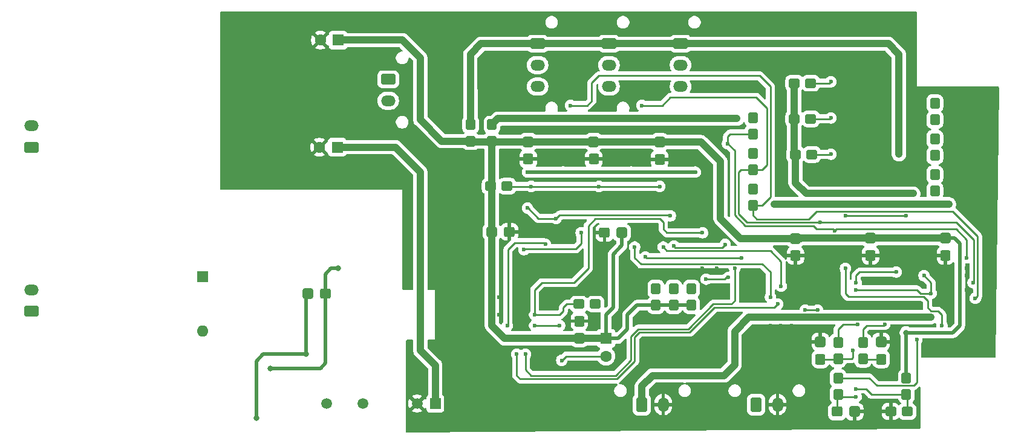
<source format=gbr>
%TF.GenerationSoftware,KiCad,Pcbnew,9.0.0*%
%TF.CreationDate,2025-10-29T06:17:34+08:00*%
%TF.ProjectId,TSAL_G_V4_2,5453414c-5f47-45f5-9634-5f322e6b6963,rev?*%
%TF.SameCoordinates,Original*%
%TF.FileFunction,Copper,L2,Bot*%
%TF.FilePolarity,Positive*%
%FSLAX46Y46*%
G04 Gerber Fmt 4.6, Leading zero omitted, Abs format (unit mm)*
G04 Created by KiCad (PCBNEW 9.0.0) date 2025-10-29 06:17:34*
%MOMM*%
%LPD*%
G01*
G04 APERTURE LIST*
G04 Aperture macros list*
%AMRoundRect*
0 Rectangle with rounded corners*
0 $1 Rounding radius*
0 $2 $3 $4 $5 $6 $7 $8 $9 X,Y pos of 4 corners*
0 Add a 4 corners polygon primitive as box body*
4,1,4,$2,$3,$4,$5,$6,$7,$8,$9,$2,$3,0*
0 Add four circle primitives for the rounded corners*
1,1,$1+$1,$2,$3*
1,1,$1+$1,$4,$5*
1,1,$1+$1,$6,$7*
1,1,$1+$1,$8,$9*
0 Add four rect primitives between the rounded corners*
20,1,$1+$1,$2,$3,$4,$5,0*
20,1,$1+$1,$4,$5,$6,$7,0*
20,1,$1+$1,$6,$7,$8,$9,0*
20,1,$1+$1,$8,$9,$2,$3,0*%
G04 Aperture macros list end*
%TA.AperFunction,ComponentPad*%
%ADD10RoundRect,0.250001X0.759999X-0.499999X0.759999X0.499999X-0.759999X0.499999X-0.759999X-0.499999X0*%
%TD*%
%TA.AperFunction,ComponentPad*%
%ADD11O,2.020000X1.500000*%
%TD*%
%TA.AperFunction,ComponentPad*%
%ADD12RoundRect,0.250001X-0.499999X-0.759999X0.499999X-0.759999X0.499999X0.759999X-0.499999X0.759999X0*%
%TD*%
%TA.AperFunction,ComponentPad*%
%ADD13O,1.500000X2.020000*%
%TD*%
%TA.AperFunction,ComponentPad*%
%ADD14RoundRect,0.250001X-0.759999X0.499999X-0.759999X-0.499999X0.759999X-0.499999X0.759999X0.499999X0*%
%TD*%
%TA.AperFunction,ComponentPad*%
%ADD15R,1.600000X1.600000*%
%TD*%
%TA.AperFunction,ComponentPad*%
%ADD16C,1.600000*%
%TD*%
%TA.AperFunction,ComponentPad*%
%ADD17R,1.500000X1.500000*%
%TD*%
%TA.AperFunction,ComponentPad*%
%ADD18C,1.500000*%
%TD*%
%TA.AperFunction,ComponentPad*%
%ADD19O,1.600000X1.600000*%
%TD*%
%TA.AperFunction,SMDPad,CuDef*%
%ADD20RoundRect,0.305575X-0.460025X-0.412525X0.460025X-0.412525X0.460025X0.412525X-0.460025X0.412525X0*%
%TD*%
%TA.AperFunction,SMDPad,CuDef*%
%ADD21RoundRect,0.308511X-0.457089X-0.416489X0.457089X-0.416489X0.457089X0.416489X-0.457089X0.416489X0*%
%TD*%
%TA.AperFunction,SMDPad,CuDef*%
%ADD22RoundRect,0.278125X-0.389375X0.474375X-0.389375X-0.474375X0.389375X-0.474375X0.389375X0.474375X0*%
%TD*%
%TA.AperFunction,SMDPad,CuDef*%
%ADD23RoundRect,0.278125X-0.474375X-0.389375X0.474375X-0.389375X0.474375X0.389375X-0.474375X0.389375X0*%
%TD*%
%TA.AperFunction,SMDPad,CuDef*%
%ADD24RoundRect,0.305575X0.412525X-0.460025X0.412525X0.460025X-0.412525X0.460025X-0.412525X-0.460025X0*%
%TD*%
%TA.AperFunction,SMDPad,CuDef*%
%ADD25RoundRect,0.308511X0.416489X-0.457089X0.416489X0.457089X-0.416489X0.457089X-0.416489X-0.457089X0*%
%TD*%
%TA.AperFunction,SMDPad,CuDef*%
%ADD26RoundRect,0.305575X0.460025X0.412525X-0.460025X0.412525X-0.460025X-0.412525X0.460025X-0.412525X0*%
%TD*%
%TA.AperFunction,SMDPad,CuDef*%
%ADD27RoundRect,0.308511X0.457089X0.416489X-0.457089X0.416489X-0.457089X-0.416489X0.457089X-0.416489X0*%
%TD*%
%TA.AperFunction,SMDPad,CuDef*%
%ADD28RoundRect,0.278125X0.389375X-0.474375X0.389375X0.474375X-0.389375X0.474375X-0.389375X-0.474375X0*%
%TD*%
%TA.AperFunction,SMDPad,CuDef*%
%ADD29RoundRect,0.278125X0.474375X0.389375X-0.474375X0.389375X-0.474375X-0.389375X0.474375X-0.389375X0*%
%TD*%
%TA.AperFunction,SMDPad,CuDef*%
%ADD30RoundRect,0.305575X-0.412525X0.460025X-0.412525X-0.460025X0.412525X-0.460025X0.412525X0.460025X0*%
%TD*%
%TA.AperFunction,SMDPad,CuDef*%
%ADD31RoundRect,0.308511X-0.416489X0.457089X-0.416489X-0.457089X0.416489X-0.457089X0.416489X0.457089X0*%
%TD*%
%TA.AperFunction,ViaPad*%
%ADD32C,0.600000*%
%TD*%
%TA.AperFunction,ViaPad*%
%ADD33C,0.800000*%
%TD*%
%TA.AperFunction,Conductor*%
%ADD34C,0.500000*%
%TD*%
%TA.AperFunction,Conductor*%
%ADD35C,1.000000*%
%TD*%
%TA.AperFunction,Conductor*%
%ADD36C,0.250000*%
%TD*%
G04 APERTURE END LIST*
D10*
%TO.P,J1,1,Pin_1*%
%TO.N,Net-(J1-Pin_1)*%
X29085000Y-57500000D03*
D11*
%TO.P,J1,2,Pin_2*%
X29085000Y-54500000D03*
%TD*%
D12*
%TO.P,J4,1,Pin_1*%
%TO.N,GLV+*%
X114500000Y-93585000D03*
D13*
%TO.P,J4,2,Pin_2*%
%TO.N,GLV-*%
X117500000Y-93585000D03*
%TD*%
D12*
%TO.P,J5,1,Pin_1*%
%TO.N,/GRN+*%
X130500000Y-93585000D03*
D13*
%TO.P,J5,2,Pin_2*%
%TO.N,GLV-*%
X133500000Y-93585000D03*
%TD*%
D14*
%TO.P,J8,1,Pin_1*%
%TO.N,VSS*%
X79000000Y-48000000D03*
D11*
%TO.P,J8,2,Pin_2*%
%TO.N,VDD*%
X79000000Y-51000000D03*
%TD*%
D10*
%TO.P,J2,1,Pin_1*%
%TO.N,GND*%
X29085000Y-80500000D03*
D11*
%TO.P,J2,2,Pin_2*%
X29085000Y-77500000D03*
%TD*%
D14*
%TO.P,J3,1,Pin_1*%
%TO.N,VDD*%
X99915000Y-43000000D03*
D11*
%TO.P,J3,2,Pin_2*%
%TO.N,/RAW_AIR_L*%
X99915000Y-46000000D03*
%TO.P,J3,3,Pin_3*%
%TO.N,Net-(J3-Pin_3)*%
X99915000Y-49000000D03*
%TD*%
D15*
%TO.P,C22,1*%
%TO.N,+5V*%
X72000000Y-42500000D03*
D16*
%TO.P,C22,2*%
%TO.N,GLV-*%
X69500000Y-42500000D03*
%TD*%
D17*
%TO.P,U5,1,+Vin*%
%TO.N,VCC*%
X85587500Y-93440000D03*
D18*
%TO.P,U5,2,-Vin*%
%TO.N,GLV-*%
X83047500Y-93440000D03*
%TO.P,U5,4,-Vout*%
%TO.N,GND*%
X75427500Y-93440000D03*
%TO.P,U5,6,+Vout*%
%TO.N,+12V*%
X70347500Y-93440000D03*
%TD*%
D14*
%TO.P,J6,1,Pin_1*%
%TO.N,VDD*%
X109915000Y-43000000D03*
D11*
%TO.P,J6,2,Pin_2*%
%TO.N,/RAW_AIR_H*%
X109915000Y-46000000D03*
%TO.P,J6,3,Pin_3*%
%TO.N,Net-(J6-Pin_3)*%
X109915000Y-49000000D03*
%TD*%
D14*
%TO.P,J7,1,Pin_1*%
%TO.N,VDD*%
X119915000Y-43000000D03*
D11*
%TO.P,J7,2,Pin_2*%
%TO.N,/RAW_PRECHARGE*%
X119915000Y-46000000D03*
%TO.P,J7,3,Pin_3*%
%TO.N,Net-(J7-Pin_3)*%
X119915000Y-49000000D03*
%TD*%
D15*
%TO.P,C11,1*%
%TO.N,+5V*%
X109500000Y-84294888D03*
D16*
%TO.P,C11,2*%
%TO.N,/POWER_CYCLE*%
X109500000Y-86794888D03*
%TD*%
D15*
%TO.P,D1,1,K*%
%TO.N,/Vin*%
X53000000Y-75690000D03*
D19*
%TO.P,D1,2,A*%
%TO.N,GND*%
X53000000Y-83310000D03*
%TD*%
D15*
%TO.P,C21,1*%
%TO.N,VCC*%
X71867677Y-57500000D03*
D16*
%TO.P,C21,2*%
%TO.N,GLV-*%
X69367677Y-57500000D03*
%TD*%
D20*
%TO.P,C14,1*%
%TO.N,GLV-*%
X109284400Y-69506900D03*
D21*
%TO.P,C14,2*%
%TO.N,+5V*%
X111715600Y-69500000D03*
%TD*%
D22*
%TO.P,R12,1*%
%TO.N,/AIR_L_unmatch_trig*%
X141967500Y-84847500D03*
%TO.P,R12,2*%
%TO.N,/AIR_L_unmatch*%
X141967500Y-87152500D03*
%TD*%
D23*
%TO.P,R33,1*%
%TO.N,GLV+*%
X136000000Y-58532500D03*
%TO.P,R33,2*%
%TO.N,Net-(R33-Pad2)*%
X138305000Y-58532500D03*
%TD*%
%TO.P,R36,1*%
%TO.N,/LATCH_OFF*%
X105695000Y-79500000D03*
%TO.P,R36,2*%
%TO.N,Net-(D13-A)*%
X108000000Y-79500000D03*
%TD*%
D24*
%TO.P,C15,1*%
%TO.N,GLV-*%
X136006900Y-72715600D03*
D25*
%TO.P,C15,2*%
%TO.N,+5V*%
X136000000Y-70284400D03*
%TD*%
D24*
%TO.P,C17,1*%
%TO.N,GLV-*%
X117006900Y-59215600D03*
D25*
%TO.P,C17,2*%
%TO.N,+5V*%
X117000000Y-56784400D03*
%TD*%
D26*
%TO.P,C6,1*%
%TO.N,+12V*%
X70215600Y-77993100D03*
D27*
%TO.P,C6,2*%
%TO.N,GND*%
X67784400Y-78000000D03*
%TD*%
D28*
%TO.P,R45,1*%
%TO.N,+5V*%
X93532500Y-56652500D03*
%TO.P,R45,2*%
%TO.N,VSS*%
X93532500Y-54347500D03*
%TD*%
D24*
%TO.P,C19,1*%
%TO.N,GLV-*%
X107763042Y-59168100D03*
D25*
%TO.P,C19,2*%
%TO.N,+5V*%
X107756142Y-56736900D03*
%TD*%
D22*
%TO.P,R10,1*%
%TO.N,/PRECHARGE_unmatch_trig*%
X141967500Y-89847500D03*
%TO.P,R10,2*%
%TO.N,/PRECHARGE_unmatch*%
X141967500Y-92152500D03*
%TD*%
D29*
%TO.P,R50,1*%
%TO.N,/RAW_SCS*%
X95652500Y-62967500D03*
%TO.P,R50,2*%
%TO.N,+5V*%
X93347500Y-62967500D03*
%TD*%
D24*
%TO.P,C18,1*%
%TO.N,GLV-*%
X98601900Y-59168100D03*
D25*
%TO.P,C18,2*%
%TO.N,+5V*%
X98595000Y-56736900D03*
%TD*%
D28*
%TO.P,R27,1*%
%TO.N,/AIR_H_AUX*%
X130032500Y-60652500D03*
%TO.P,R27,2*%
%TO.N,Net-(D8-A)*%
X130032500Y-58347500D03*
%TD*%
D22*
%TO.P,R48,1*%
%TO.N,/AIR_L_F*%
X121467500Y-77347500D03*
%TO.P,R48,2*%
%TO.N,+5V*%
X121467500Y-79652500D03*
%TD*%
D28*
%TO.P,R13,1*%
%TO.N,/V_REF_DELAY*%
X151532500Y-92152500D03*
%TO.P,R13,2*%
%TO.N,+5V*%
X151532500Y-89847500D03*
%TD*%
D26*
%TO.P,C12,1*%
%TO.N,GLV-*%
X95945600Y-69373100D03*
D27*
%TO.P,C12,2*%
%TO.N,+5V*%
X93514400Y-69380000D03*
%TD*%
D28*
%TO.P,R35,1*%
%TO.N,/PRECHARGE*%
X155532500Y-63652500D03*
%TO.P,R35,2*%
%TO.N,Net-(D11-A)*%
X155532500Y-61347500D03*
%TD*%
D22*
%TO.P,R47,1*%
%TO.N,/AIR_H_F*%
X118967500Y-77347500D03*
%TO.P,R47,2*%
%TO.N,+5V*%
X118967500Y-79652500D03*
%TD*%
D28*
%TO.P,R25,1*%
%TO.N,/AIR_H*%
X155532500Y-58652500D03*
%TO.P,R25,2*%
%TO.N,Net-(D6-A)*%
X155532500Y-56347500D03*
%TD*%
D20*
%TO.P,C2,1*%
%TO.N,/PRECHARGE_unmatch*%
X141834400Y-94566900D03*
D21*
%TO.P,C2,2*%
%TO.N,GLV-*%
X144265600Y-94560000D03*
%TD*%
D23*
%TO.P,R22,1*%
%TO.N,GLV+*%
X135847500Y-53532500D03*
%TO.P,R22,2*%
%TO.N,Net-(R22-Pad2)*%
X138152500Y-53532500D03*
%TD*%
D28*
%TO.P,R43,1*%
%TO.N,+5V*%
X90532500Y-56652500D03*
%TO.P,R43,2*%
%TO.N,VDD*%
X90532500Y-54347500D03*
%TD*%
D24*
%TO.P,C16,1*%
%TO.N,GLV-*%
X146506900Y-72675600D03*
D25*
%TO.P,C16,2*%
%TO.N,+5V*%
X146500000Y-70244400D03*
%TD*%
D24*
%TO.P,C3,1*%
%TO.N,/AIR_H_unmatch*%
X148006900Y-87215600D03*
D25*
%TO.P,C3,2*%
%TO.N,GLV-*%
X148000000Y-84784400D03*
%TD*%
D23*
%TO.P,R14,1*%
%TO.N,GLV-*%
X149347500Y-94532500D03*
%TO.P,R14,2*%
%TO.N,/V_REF_DELAY*%
X151652500Y-94532500D03*
%TD*%
D28*
%TO.P,R30,1*%
%TO.N,/PRECHARGE_AUX*%
X130032500Y-55652500D03*
%TO.P,R30,2*%
%TO.N,Net-(D9-A)*%
X130032500Y-53347500D03*
%TD*%
%TO.P,R31,1*%
%TO.N,/AIR_L*%
X155532500Y-53652500D03*
%TO.P,R31,2*%
%TO.N,Net-(D10-A)*%
X155532500Y-51347500D03*
%TD*%
D22*
%TO.P,R11,1*%
%TO.N,/AIR_H_unmatch_trig*%
X145467500Y-84847500D03*
%TO.P,R11,2*%
%TO.N,/AIR_H_unmatch*%
X145467500Y-87152500D03*
%TD*%
D30*
%TO.P,C20,1*%
%TO.N,GLV-*%
X105763100Y-81880000D03*
D31*
%TO.P,C20,2*%
%TO.N,+5V*%
X105770000Y-84311200D03*
%TD*%
D22*
%TO.P,R49,1*%
%TO.N,/PRECHARGE_F*%
X116467500Y-77347500D03*
%TO.P,R49,2*%
%TO.N,+5V*%
X116467500Y-79652500D03*
%TD*%
D28*
%TO.P,R20,1*%
%TO.N,/AIR_L_AUX*%
X130032500Y-65652500D03*
%TO.P,R20,2*%
%TO.N,Net-(D3-A)*%
X130032500Y-63347500D03*
%TD*%
D24*
%TO.P,C4,1*%
%TO.N,/AIR_L_unmatch*%
X139506900Y-87215600D03*
D25*
%TO.P,C4,2*%
%TO.N,GLV-*%
X139500000Y-84784400D03*
%TD*%
D23*
%TO.P,R29,1*%
%TO.N,GLV+*%
X135847500Y-48532500D03*
%TO.P,R29,2*%
%TO.N,Net-(R29-Pad2)*%
X138152500Y-48532500D03*
%TD*%
D24*
%TO.P,C13,1*%
%TO.N,GLV-*%
X157006900Y-72675600D03*
D25*
%TO.P,C13,2*%
%TO.N,+5V*%
X157000000Y-70244400D03*
%TD*%
D32*
%TO.N,GLV-*%
X110000000Y-51500000D03*
X109000000Y-51500000D03*
X117000000Y-50500000D03*
X117000000Y-49000000D03*
X129000000Y-49000000D03*
X127000000Y-49000000D03*
D33*
%TO.N,GND*%
X67500000Y-86500000D03*
X60532500Y-95500000D03*
%TO.N,+12V*%
X62500000Y-88500000D03*
X70215600Y-77993100D03*
X72000000Y-74500000D03*
D32*
%TO.N,GLV-*%
X57500000Y-58500000D03*
X150000000Y-80000000D03*
X160000000Y-75500000D03*
X160500000Y-61500000D03*
X148000000Y-54500000D03*
X160500000Y-53000000D03*
X148500000Y-57500000D03*
X74500000Y-53500000D03*
X74500000Y-46000000D03*
X153500000Y-61000000D03*
X57500000Y-43500000D03*
X160500000Y-59500000D03*
X134000000Y-58000000D03*
X162000000Y-85500000D03*
X147000000Y-88500000D03*
X117500000Y-64500000D03*
X108500000Y-76000000D03*
X128000000Y-40000000D03*
X111000000Y-82500000D03*
X103500000Y-59000000D03*
X94500000Y-45000000D03*
X93000000Y-46500000D03*
X123000000Y-60500000D03*
X86000000Y-65500000D03*
X155000000Y-73500000D03*
X114500000Y-77500000D03*
X134000000Y-63000000D03*
X65000000Y-59000000D03*
X60500000Y-42500000D03*
X131500000Y-40000000D03*
X63500000Y-42500000D03*
X62000000Y-57500000D03*
X65000000Y-45500000D03*
X148500000Y-60000000D03*
X98000000Y-96000000D03*
X60500000Y-45500000D03*
X108000000Y-82500000D03*
X57500000Y-50000000D03*
X86000000Y-45000000D03*
X116000000Y-64500000D03*
X129500000Y-40000000D03*
X144000000Y-73500000D03*
X138500000Y-52000000D03*
X160500000Y-64000000D03*
X60500000Y-44000000D03*
X108000000Y-81500000D03*
X144000000Y-72000000D03*
X142000000Y-40000000D03*
X135000000Y-46500000D03*
X148000000Y-52500000D03*
X100000000Y-96000000D03*
X94500000Y-81000000D03*
X66500000Y-59000000D03*
X57500000Y-60000000D03*
X65000000Y-57500000D03*
X66500000Y-45500000D03*
X63500000Y-45500000D03*
X107000000Y-46500000D03*
X128000000Y-81000000D03*
X160000000Y-74500000D03*
X65000000Y-44000000D03*
X66500000Y-57500000D03*
X60500000Y-57500000D03*
X74500000Y-49000000D03*
X94500000Y-78500000D03*
X139000000Y-60500000D03*
X143500000Y-52000000D03*
X155000000Y-72500000D03*
X143500000Y-50000000D03*
X143500000Y-48000000D03*
X74500000Y-50500000D03*
X60500000Y-59000000D03*
X60500000Y-56000000D03*
X147500000Y-95500000D03*
X138500000Y-93500000D03*
X94500000Y-46500000D03*
X62000000Y-59000000D03*
X160500000Y-57500000D03*
X63500000Y-56000000D03*
X114000000Y-44500000D03*
X93000000Y-45000000D03*
X88000000Y-46500000D03*
X125500000Y-86500000D03*
X143500000Y-88500000D03*
X66500000Y-44000000D03*
X86000000Y-63000000D03*
X106500000Y-64000000D03*
X143500000Y-46000000D03*
X156000000Y-85500000D03*
X112500000Y-59000000D03*
X153500000Y-55000000D03*
X63500000Y-59000000D03*
X97000000Y-65000000D03*
X138000000Y-45000000D03*
X93000000Y-84500000D03*
X86000000Y-73000000D03*
X112000000Y-75500000D03*
X74500000Y-47500000D03*
X160500000Y-55000000D03*
X66500000Y-42500000D03*
X104500000Y-40000000D03*
X56500000Y-51500000D03*
X143500000Y-80000000D03*
X138500000Y-95000000D03*
X97500000Y-82000000D03*
X57500000Y-61500000D03*
X74500000Y-52000000D03*
X134000000Y-59500000D03*
X123500000Y-67500000D03*
X125000000Y-74500000D03*
X149500000Y-88500000D03*
X104000000Y-81500000D03*
X62000000Y-56000000D03*
X86000000Y-68000000D03*
X138500000Y-90000000D03*
X94000000Y-85500000D03*
X88000000Y-45000000D03*
X86000000Y-46500000D03*
X112000000Y-77000000D03*
X162000000Y-83500000D03*
X153500000Y-59500000D03*
X66500000Y-56000000D03*
X57500000Y-48500000D03*
X150500000Y-85000000D03*
X149000000Y-40000000D03*
X62000000Y-42500000D03*
X56500000Y-50000000D03*
X99000000Y-91000000D03*
X112000000Y-74000000D03*
X122500000Y-94000000D03*
X125000000Y-77500000D03*
X62000000Y-45500000D03*
X153500000Y-56500000D03*
X121500000Y-67500000D03*
X57500000Y-53000000D03*
X62000000Y-44000000D03*
X105000000Y-74500000D03*
X138000000Y-46500000D03*
X117000000Y-46500000D03*
X124500000Y-68500000D03*
X65000000Y-42500000D03*
X143500000Y-60500000D03*
X57500000Y-40500000D03*
X145500000Y-40000000D03*
X57500000Y-42000000D03*
X101000000Y-66000000D03*
X128500000Y-79000000D03*
X132500000Y-82500000D03*
X143500000Y-58500000D03*
X117500000Y-82000000D03*
X159000000Y-85500000D03*
X138500000Y-92000000D03*
X102500000Y-66000000D03*
X125000000Y-55500000D03*
X134000000Y-54000000D03*
X108500000Y-73500000D03*
X87500000Y-82000000D03*
X63500000Y-57500000D03*
X160000000Y-83500000D03*
X125500000Y-94000000D03*
X109500000Y-71000000D03*
X143500000Y-56500000D03*
X56500000Y-48500000D03*
X95500000Y-65000000D03*
X65000000Y-56000000D03*
X135500000Y-82500000D03*
X146500000Y-95500000D03*
X155000000Y-71500000D03*
X111000000Y-81500000D03*
X123000000Y-74500000D03*
X97000000Y-91000000D03*
X107000000Y-45000000D03*
X108500000Y-64500000D03*
X138000000Y-71500000D03*
X134000000Y-52500000D03*
X143500000Y-54500000D03*
X114500000Y-40000000D03*
X105000000Y-73500000D03*
X135000000Y-45000000D03*
X134000000Y-82500000D03*
X96000000Y-96000000D03*
X57500000Y-51500000D03*
X74500000Y-44500000D03*
X56500000Y-53000000D03*
X138000000Y-73000000D03*
X108500000Y-74500000D03*
X138000000Y-57000000D03*
X160000000Y-77500000D03*
X63500000Y-44000000D03*
D33*
%TO.N,VCC*%
X83500000Y-80000000D03*
D32*
%TO.N,/POWER_CYCLE*%
X103284400Y-87380000D03*
%TO.N,Net-(D3-A)*%
X130175000Y-63540000D03*
%TO.N,Net-(D6-A)*%
X155532500Y-56347500D03*
%TO.N,Net-(D8-A)*%
X130175000Y-58500000D03*
%TO.N,Net-(D9-A)*%
X130175000Y-53500000D03*
%TO.N,Net-(D11-A)*%
X155532500Y-61347500D03*
%TO.N,Net-(D13-A)*%
X108029258Y-79467500D03*
%TO.N,Net-(D10-A)*%
X155532500Y-51347500D03*
D33*
%TO.N,GLV+*%
X136000000Y-58532500D03*
X135847500Y-48532500D03*
X135847500Y-53500000D03*
X152500000Y-64000000D03*
X155000000Y-81326000D03*
%TO.N,+5V*%
X136000000Y-70284400D03*
X151500000Y-83500000D03*
X105581200Y-84500000D03*
X157000000Y-70244400D03*
X93514400Y-69380000D03*
X151500000Y-90000000D03*
X117000000Y-57000000D03*
X111715600Y-69500000D03*
X98595000Y-56736900D03*
X146500000Y-70244400D03*
X107756142Y-56952500D03*
D32*
%TO.N,/Light_out*%
X132500000Y-78500000D03*
X113500000Y-71500000D03*
D33*
%TO.N,VSS*%
X157500000Y-65500000D03*
X133000000Y-65500000D03*
X103500000Y-53500000D03*
X122000000Y-53500000D03*
X127825000Y-53500000D03*
X93347500Y-54467500D03*
X113000000Y-53500000D03*
D32*
%TO.N,/AIR_H_AUX*%
X160875000Y-76500000D03*
X114532500Y-51652500D03*
X139500000Y-68049000D03*
%TO.N,/AIR_L_AUX*%
X104532500Y-51652500D03*
X161184000Y-78684000D03*
%TO.N,/PRECHARGE_AUX*%
X141500000Y-69244400D03*
X126500000Y-57000000D03*
X160000000Y-73000000D03*
%TO.N,/AUX_unmatch*%
X97000000Y-86500000D03*
X133500000Y-79500000D03*
%TO.N,Net-(R22-Pad2)*%
X140970000Y-53420000D03*
%TO.N,/SCS*%
X101000000Y-71110000D03*
X95690000Y-82500000D03*
%TO.N,/PRECHARGE*%
X151500000Y-67125000D03*
X155532500Y-63652500D03*
X143000000Y-67125000D03*
%TO.N,/AIR_H*%
X155000000Y-78000000D03*
X155500000Y-58500000D03*
X154000000Y-75500000D03*
X144500000Y-77500000D03*
%TO.N,/AIR_L*%
X155500000Y-53500000D03*
X144500000Y-76500000D03*
X150125000Y-75000000D03*
%TO.N,/LATCH_OFF*%
X99500000Y-81000000D03*
X123000000Y-69500000D03*
%TO.N,/RAW_SCS*%
X117000000Y-63000000D03*
X99000000Y-63000000D03*
X95652500Y-62967500D03*
X108500000Y-63000000D03*
%TO.N,Net-(R29-Pad2)*%
X140970000Y-48340000D03*
%TO.N,Net-(R33-Pad2)*%
X140970000Y-58500000D03*
%TO.N,Net-(U10-Pad4)*%
X123500000Y-76000000D03*
X126625000Y-75750000D03*
%TO.N,Net-(U10-Pad2)*%
X128500000Y-73000000D03*
X115000000Y-72875000D03*
%TO.N,Net-(U6-Pad8)*%
X106000000Y-69500000D03*
X98000000Y-71875000D03*
%TO.N,Net-(U10-Pad10)*%
X126168284Y-71125000D03*
X119000000Y-71375000D03*
%TO.N,/AIR_H_unmatch*%
X145467500Y-87152500D03*
%TO.N,/AIR_L_unmatch*%
X144000000Y-86000000D03*
%TO.N,/PRECHARGE_unmatch*%
X144500000Y-92500000D03*
%TO.N,Net-(U10-Pad11)*%
X134000000Y-77000000D03*
X117500000Y-71500000D03*
%TO.N,Net-(U9-Pad1)*%
X99500000Y-82500000D03*
X103000000Y-82500000D03*
D33*
%TO.N,VDD*%
X150500000Y-48340000D03*
X90652500Y-54532500D03*
D32*
X113000000Y-61000000D03*
X122000000Y-61000000D03*
D33*
X150500000Y-58500000D03*
D32*
X98500000Y-61000000D03*
X103500000Y-61000000D03*
D33*
X150500000Y-53420000D03*
D32*
%TO.N,/V_REF_DELAY*%
X151532500Y-92152500D03*
X144500000Y-91365000D03*
%TO.N,/AIR_H_unmatch_trig*%
X148500000Y-82326000D03*
%TO.N,/AIR_L_unmatch_trig*%
X144709883Y-82325999D03*
%TO.N,/PRECHARGE_unmatch_trig*%
X156500000Y-82500000D03*
X153000000Y-84500000D03*
X143000000Y-74500000D03*
%TO.N,/PRECHARGE_F*%
X139125000Y-80326000D03*
X137375000Y-80326000D03*
X116467500Y-77347500D03*
%TO.N,/AIR_L_F*%
X121467500Y-77347500D03*
%TO.N,/AIR_H_F*%
X118967500Y-77347500D03*
%TO.N,Net-(U11-Pad3)*%
X98230000Y-86500000D03*
X127500000Y-74500000D03*
%TO.N,/RELAY STATUS*%
X118500000Y-67125000D03*
X98500000Y-66032500D03*
X102500000Y-67500000D03*
%TD*%
D34*
%TO.N,GND*%
X60532500Y-95500000D02*
X60532500Y-87467500D01*
X61500000Y-86500000D02*
X67500000Y-86500000D01*
X60532500Y-87467500D02*
X61500000Y-86500000D01*
X67500000Y-78284400D02*
X67784400Y-78000000D01*
X67500000Y-86500000D02*
X67500000Y-78284400D01*
%TO.N,+12V*%
X70215600Y-77993100D02*
X70215600Y-87784400D01*
X69500000Y-88500000D02*
X62500000Y-88500000D01*
X70215600Y-75284400D02*
X70215600Y-77993100D01*
X71000000Y-74500000D02*
X70215600Y-75284400D01*
X72000000Y-74500000D02*
X71000000Y-74500000D01*
X70215600Y-87784400D02*
X69500000Y-88500000D01*
D35*
%TO.N,VCC*%
X83500000Y-80000000D02*
X83500000Y-86000000D01*
X80000000Y-57500000D02*
X71867677Y-57500000D01*
X83500000Y-86000000D02*
X85587500Y-88087500D01*
X83500000Y-61000000D02*
X80000000Y-57500000D01*
X83500000Y-80000000D02*
X83500000Y-61000000D01*
X85587500Y-88087500D02*
X85587500Y-93440000D01*
D36*
%TO.N,/POWER_CYCLE*%
X103869512Y-86794888D02*
X103284400Y-87380000D01*
X109500000Y-86794888D02*
X103869512Y-86794888D01*
D35*
%TO.N,Net-(D3-A)*%
X130032500Y-63397500D02*
X130175000Y-63540000D01*
X130032500Y-63347500D02*
X130032500Y-63397500D01*
%TO.N,Net-(D8-A)*%
X130032500Y-58347500D02*
X130032500Y-58357500D01*
X130032500Y-58357500D02*
X130175000Y-58500000D01*
%TO.N,Net-(D9-A)*%
X130032500Y-53357500D02*
X130175000Y-53500000D01*
X130032500Y-53347500D02*
X130032500Y-53357500D01*
D36*
%TO.N,Net-(D13-A)*%
X108000000Y-79496758D02*
X108029258Y-79467500D01*
X108000000Y-79500000D02*
X108000000Y-79496758D01*
D35*
%TO.N,GLV+*%
X127500000Y-83326000D02*
X129500000Y-81326000D01*
X152500000Y-64000000D02*
X137500000Y-64000000D01*
X155000000Y-81326000D02*
X129500000Y-81326000D01*
X135847500Y-53500000D02*
X135847500Y-58380000D01*
X114500000Y-93585000D02*
X114500000Y-91000000D01*
X126000000Y-89500000D02*
X127500000Y-88000000D01*
X137500000Y-64000000D02*
X136000000Y-62500000D01*
X114500000Y-91000000D02*
X116000000Y-89500000D01*
X116000000Y-89500000D02*
X126000000Y-89500000D01*
X127500000Y-88000000D02*
X127500000Y-83326000D01*
X135847500Y-58380000D02*
X136000000Y-58532500D01*
X136000000Y-62500000D02*
X136000000Y-58532500D01*
X135847500Y-53532500D02*
X135847500Y-53500000D01*
X135847500Y-48532500D02*
X135847500Y-53500000D01*
D34*
%TO.N,+5V*%
X158000000Y-83500000D02*
X159000000Y-82500000D01*
D35*
X136000000Y-70284400D02*
X136784400Y-70284400D01*
X125500000Y-67500000D02*
X128284400Y-70284400D01*
X116952500Y-56736900D02*
X117000000Y-56784400D01*
X136784400Y-70284400D02*
X136824400Y-70244400D01*
X98595000Y-56736900D02*
X116952500Y-56736900D01*
X105770000Y-84311200D02*
X109483688Y-84311200D01*
D34*
X158244400Y-70244400D02*
X157000000Y-70244400D01*
X109500000Y-84294888D02*
X109500000Y-81000000D01*
D35*
X136824400Y-70244400D02*
X157000000Y-70244400D01*
X125500000Y-59500000D02*
X125500000Y-67500000D01*
X83500000Y-45000000D02*
X83500000Y-53652500D01*
X72000000Y-42500000D02*
X81000000Y-42500000D01*
D34*
X111205112Y-84294888D02*
X112500000Y-83000000D01*
D35*
X81000000Y-42500000D02*
X83500000Y-45000000D01*
D34*
X110500000Y-72500000D02*
X111715600Y-71284400D01*
X113847500Y-79652500D02*
X121467500Y-79652500D01*
D35*
X83500000Y-53652500D02*
X86500000Y-56652500D01*
X86500000Y-56652500D02*
X90423750Y-56652500D01*
X98595000Y-56736900D02*
X90508150Y-56736900D01*
X93405600Y-69340000D02*
X93445600Y-69380000D01*
D34*
X109500000Y-81000000D02*
X110500000Y-80000000D01*
D35*
X109483688Y-84311200D02*
X109500000Y-84294888D01*
D34*
X109500000Y-84294888D02*
X111205112Y-84294888D01*
X151500000Y-83500000D02*
X158000000Y-83500000D01*
X110500000Y-80000000D02*
X110500000Y-72500000D01*
D35*
X93500000Y-56685000D02*
X93500000Y-82500000D01*
X95311200Y-84311200D02*
X105770000Y-84311200D01*
X122784400Y-56784400D02*
X125500000Y-59500000D01*
D34*
X159000000Y-82500000D02*
X159000000Y-71000000D01*
D35*
X117000000Y-56784400D02*
X122784400Y-56784400D01*
D34*
X112500000Y-83000000D02*
X112500000Y-81000000D01*
D35*
X128284400Y-70284400D02*
X136000000Y-70284400D01*
X93500000Y-82500000D02*
X95311200Y-84311200D01*
D34*
X159000000Y-71000000D02*
X158244400Y-70244400D01*
D35*
X93532500Y-56652500D02*
X93500000Y-56685000D01*
D34*
X111715600Y-71284400D02*
X111715600Y-69500000D01*
X151500000Y-83500000D02*
X151500000Y-90000000D01*
X112500000Y-81000000D02*
X113847500Y-79652500D01*
D36*
%TO.N,/Light_out*%
X113500000Y-73000000D02*
X114374000Y-73874000D01*
X114374000Y-73874000D02*
X131374000Y-73874000D01*
X132500000Y-75000000D02*
X132500000Y-78500000D01*
X131374000Y-73874000D02*
X132500000Y-75000000D01*
X113500000Y-71500000D02*
X113500000Y-73000000D01*
D35*
%TO.N,VSS*%
X93532500Y-54347500D02*
X94380000Y-53500000D01*
X157500000Y-65500000D02*
X133000000Y-65500000D01*
D34*
X93652500Y-54467500D02*
X93347500Y-54467500D01*
D35*
X127825000Y-53500000D02*
X122000000Y-53500000D01*
X94380000Y-53500000D02*
X103500000Y-53500000D01*
X103500000Y-53500000D02*
X122000000Y-53500000D01*
D36*
%TO.N,/AIR_H_AUX*%
X132000000Y-52000000D02*
X130500000Y-50500000D01*
X118500000Y-50500000D02*
X117347500Y-51652500D01*
X131347500Y-60652500D02*
X132000000Y-60000000D01*
X160875000Y-76500000D02*
X161000000Y-76375000D01*
X130500000Y-50500000D02*
X118500000Y-50500000D01*
X161000000Y-76375000D02*
X161000000Y-70500000D01*
X132000000Y-60000000D02*
X132000000Y-52000000D01*
X117347500Y-51652500D02*
X114532500Y-51652500D01*
X161000000Y-70500000D02*
X158549000Y-68049000D01*
X129186810Y-68049000D02*
X139500000Y-68049000D01*
X158549000Y-68049000D02*
X139500000Y-68049000D01*
X130032500Y-60652500D02*
X128347500Y-60652500D01*
X130032500Y-60652500D02*
X131347500Y-60652500D01*
X128000000Y-66862190D02*
X129186810Y-68049000D01*
X128000000Y-61000000D02*
X128000000Y-66862190D01*
X128347500Y-60652500D02*
X128000000Y-61000000D01*
%TO.N,/AIR_L_AUX*%
X131000000Y-47500000D02*
X108500000Y-47500000D01*
X130032500Y-67032500D02*
X130032500Y-65652500D01*
X139000000Y-66500000D02*
X137902000Y-67598000D01*
X161500000Y-78368000D02*
X161500000Y-70000000D01*
X107500000Y-48500000D02*
X107500000Y-51000000D01*
X132500000Y-49000000D02*
X131000000Y-47500000D01*
X132500000Y-64500000D02*
X132500000Y-49000000D01*
X161184000Y-78684000D02*
X161500000Y-78368000D01*
X106847500Y-51652500D02*
X104532500Y-51652500D01*
X158000000Y-66500000D02*
X139000000Y-66500000D01*
X137902000Y-67598000D02*
X130598000Y-67598000D01*
X108500000Y-47500000D02*
X107500000Y-48500000D01*
X130032500Y-65652500D02*
X131347500Y-65652500D01*
X161500000Y-70000000D02*
X158000000Y-66500000D01*
X130598000Y-67598000D02*
X130032500Y-67032500D01*
X107500000Y-51000000D02*
X106847500Y-51652500D01*
X131347500Y-65652500D02*
X132500000Y-64500000D01*
%TO.N,/PRECHARGE_AUX*%
X141500000Y-69244400D02*
X141744400Y-69000000D01*
X126847500Y-55652500D02*
X130032500Y-55652500D01*
X126500000Y-56000000D02*
X126847500Y-55652500D01*
X141500000Y-69244400D02*
X141255600Y-69000000D01*
X141744400Y-69000000D02*
X158500000Y-69000000D01*
X141255600Y-69000000D02*
X139000000Y-69000000D01*
X160000000Y-70500000D02*
X160000000Y-73000000D01*
X158500000Y-69000000D02*
X160000000Y-70500000D01*
X127500000Y-58000000D02*
X126500000Y-57000000D01*
X126500000Y-57000000D02*
X126500000Y-56000000D01*
X139000000Y-69000000D02*
X138500000Y-68500000D01*
X138500000Y-68500000D02*
X129000000Y-68500000D01*
X127500000Y-67000000D02*
X127500000Y-58000000D01*
X129000000Y-68500000D02*
X127500000Y-67000000D01*
%TO.N,/AUX_unmatch*%
X121186810Y-83451000D02*
X124686810Y-79951000D01*
X97000000Y-89500000D02*
X97000000Y-86500000D01*
X113500000Y-84137810D02*
X114186810Y-83451000D01*
X97500000Y-90000000D02*
X97000000Y-89500000D01*
X133049000Y-79951000D02*
X133500000Y-79500000D01*
X114186810Y-83451000D02*
X121186810Y-83451000D01*
X124686810Y-79951000D02*
X133049000Y-79951000D01*
X113500000Y-87500000D02*
X113500000Y-84137810D01*
X113500000Y-87500000D02*
X111000000Y-90000000D01*
X111000000Y-90000000D02*
X97500000Y-90000000D01*
%TO.N,Net-(R22-Pad2)*%
X138152500Y-53532500D02*
X140857500Y-53532500D01*
X140857500Y-53532500D02*
X140970000Y-53420000D01*
%TO.N,/SCS*%
X100770000Y-70880000D02*
X101000000Y-71110000D01*
X95690000Y-82500000D02*
X95770000Y-82420000D01*
X95770000Y-82420000D02*
X95770000Y-71840000D01*
X96730000Y-70880000D02*
X100770000Y-70880000D01*
X95770000Y-71840000D02*
X96730000Y-70880000D01*
%TO.N,/PRECHARGE*%
X143000000Y-67125000D02*
X151500000Y-67125000D01*
%TO.N,/AIR_H*%
X153000000Y-77500000D02*
X144500000Y-77500000D01*
X155532500Y-58532500D02*
X155500000Y-58500000D01*
X155532500Y-58652500D02*
X155532500Y-58532500D01*
X154000000Y-75500000D02*
X155000000Y-76500000D01*
X155000000Y-78000000D02*
X153500000Y-78000000D01*
X153500000Y-78000000D02*
X153000000Y-77500000D01*
X155000000Y-78000000D02*
X155000000Y-76500000D01*
%TO.N,/AIR_L*%
X155532500Y-53652500D02*
X155532500Y-53532500D01*
X155532500Y-53532500D02*
X155500000Y-53500000D01*
X144500000Y-76500000D02*
X144500000Y-75500000D01*
X144500000Y-75500000D02*
X145000000Y-75000000D01*
X145000000Y-75000000D02*
X150125000Y-75000000D01*
%TO.N,/LATCH_OFF*%
X104000000Y-79500000D02*
X103500000Y-80000000D01*
X117500000Y-68000000D02*
X117000000Y-67500000D01*
X107000000Y-68500000D02*
X107000000Y-74500000D01*
X99500000Y-81000000D02*
X103000000Y-81000000D01*
X108000000Y-67500000D02*
X107000000Y-68500000D01*
X107000000Y-74500000D02*
X105000000Y-76500000D01*
X99500000Y-77500000D02*
X99500000Y-81000000D01*
X100500000Y-76500000D02*
X99500000Y-77500000D01*
X105695000Y-79500000D02*
X104000000Y-79500000D01*
X117500000Y-69000000D02*
X117500000Y-68000000D01*
X123000000Y-69500000D02*
X118000000Y-69500000D01*
X103500000Y-80000000D02*
X103500000Y-80500000D01*
X105000000Y-76500000D02*
X100500000Y-76500000D01*
X118000000Y-69500000D02*
X117500000Y-69000000D01*
X103500000Y-80500000D02*
X103000000Y-81000000D01*
X117000000Y-67500000D02*
X108000000Y-67500000D01*
%TO.N,/RAW_SCS*%
X117000000Y-63000000D02*
X108500000Y-63000000D01*
X108500000Y-63000000D02*
X99000000Y-63000000D01*
X99000000Y-63000000D02*
X95685000Y-63000000D01*
X95685000Y-63000000D02*
X95652500Y-62967500D01*
%TO.N,Net-(R29-Pad2)*%
X138152500Y-48532500D02*
X140777500Y-48532500D01*
X140777500Y-48532500D02*
X140970000Y-48340000D01*
%TO.N,Net-(R33-Pad2)*%
X138305000Y-58532500D02*
X140937500Y-58532500D01*
X140937500Y-58532500D02*
X140970000Y-58500000D01*
%TO.N,Net-(U10-Pad4)*%
X126125000Y-76000000D02*
X126375000Y-75750000D01*
X126375000Y-75750000D02*
X126625000Y-75750000D01*
X123500000Y-76000000D02*
X126125000Y-76000000D01*
%TO.N,Net-(U10-Pad2)*%
X115125000Y-73000000D02*
X115000000Y-72875000D01*
X115125000Y-73000000D02*
X128500000Y-73000000D01*
%TO.N,Net-(U6-Pad8)*%
X98231000Y-71736000D02*
X105264000Y-71736000D01*
X106000000Y-71000000D02*
X106000000Y-69500000D01*
X98000000Y-71875000D02*
X98092000Y-71875000D01*
X98092000Y-71875000D02*
X98231000Y-71736000D01*
X105264000Y-71736000D02*
X106000000Y-71000000D01*
%TO.N,Net-(U10-Pad10)*%
X126168284Y-71125000D02*
X125744284Y-71549000D01*
X125744284Y-71549000D02*
X119174000Y-71549000D01*
X119174000Y-71549000D02*
X119000000Y-71375000D01*
%TO.N,/AIR_H_unmatch*%
X148006900Y-87215600D02*
X145530600Y-87215600D01*
%TO.N,/AIR_L_unmatch*%
X143847500Y-87152500D02*
X141967500Y-87152500D01*
X144000000Y-87000000D02*
X144000000Y-86000000D01*
X144000000Y-87000000D02*
X143847500Y-87152500D01*
X139506900Y-87215600D02*
X141904400Y-87215600D01*
X141904400Y-87215600D02*
X141967500Y-87152500D01*
%TO.N,/PRECHARGE_unmatch*%
X141834400Y-92285600D02*
X141967500Y-92152500D01*
X141834400Y-94566900D02*
X141834400Y-92285600D01*
X142315000Y-92500000D02*
X144500000Y-92500000D01*
X141967500Y-92152500D02*
X142315000Y-92500000D01*
%TO.N,Net-(U10-Pad11)*%
X134000000Y-73500000D02*
X134000000Y-77000000D01*
X117500000Y-71500000D02*
X118000000Y-72000000D01*
X132500000Y-72000000D02*
X134000000Y-73500000D01*
X118000000Y-72000000D02*
X132500000Y-72000000D01*
%TO.N,Net-(U9-Pad1)*%
X99500000Y-82500000D02*
X103000000Y-82500000D01*
D34*
%TO.N,VDD*%
X113000000Y-61000000D02*
X103500000Y-61000000D01*
D35*
X150500000Y-44500000D02*
X149000000Y-43000000D01*
X90532500Y-49532500D02*
X90532500Y-54347500D01*
X150500000Y-53420000D02*
X150500000Y-48340000D01*
X150500000Y-48340000D02*
X150500000Y-44500000D01*
D34*
X103500000Y-61000000D02*
X98500000Y-61000000D01*
D35*
X150500000Y-53420000D02*
X150500000Y-58500000D01*
X90500000Y-44500000D02*
X90500000Y-49500000D01*
D34*
X122000000Y-61000000D02*
X113000000Y-61000000D01*
D35*
X149000000Y-43000000D02*
X92000000Y-43000000D01*
X90500000Y-49500000D02*
X90532500Y-49532500D01*
X92000000Y-43000000D02*
X90500000Y-44500000D01*
D36*
%TO.N,/V_REF_DELAY*%
X144500000Y-91365000D02*
X145865000Y-91365000D01*
X151652500Y-94532500D02*
X151652500Y-92272500D01*
X146652500Y-92152500D02*
X151532500Y-92152500D01*
X145865000Y-91365000D02*
X146652500Y-92152500D01*
X151652500Y-92272500D02*
X151532500Y-92152500D01*
%TO.N,/AIR_H_unmatch_trig*%
X148326000Y-82500000D02*
X146000000Y-82500000D01*
X146000000Y-82500000D02*
X145467500Y-83032500D01*
X148500000Y-82326000D02*
X148326000Y-82500000D01*
X145467500Y-83032500D02*
X145467500Y-84847500D01*
%TO.N,/AIR_L_unmatch_trig*%
X141967500Y-83032500D02*
X142674001Y-82325999D01*
X142674001Y-82325999D02*
X144709883Y-82325999D01*
X141967500Y-84847500D02*
X141967500Y-83032500D01*
%TO.N,/PRECHARGE_unmatch_trig*%
X154500000Y-80000000D02*
X155000000Y-80500000D01*
X154500000Y-79000000D02*
X154500000Y-80000000D01*
X156000000Y-80500000D02*
X156500000Y-81000000D01*
X156500000Y-81000000D02*
X156500000Y-82500000D01*
X153951000Y-78451000D02*
X154500000Y-79000000D01*
X143451000Y-78451000D02*
X143000000Y-78000000D01*
X155000000Y-80500000D02*
X156000000Y-80500000D01*
X152574000Y-90926000D02*
X153000000Y-90500000D01*
X143000000Y-78000000D02*
X143000000Y-74500000D01*
X147426000Y-90926000D02*
X152574000Y-90926000D01*
X153000000Y-90500000D02*
X153000000Y-84500000D01*
X141967500Y-89847500D02*
X146347500Y-89847500D01*
X153951000Y-78451000D02*
X143451000Y-78451000D01*
X146347500Y-89847500D02*
X147426000Y-90926000D01*
%TO.N,/PRECHARGE_F*%
X137375000Y-80326000D02*
X139125000Y-80326000D01*
%TO.N,Net-(U11-Pad3)*%
X114000000Y-83000000D02*
X113000000Y-84000000D01*
X121000000Y-83000000D02*
X114000000Y-83000000D01*
X98230000Y-86500000D02*
X98230000Y-88730000D01*
X110862190Y-89500000D02*
X113000000Y-87362190D01*
X99000000Y-89500000D02*
X110862190Y-89500000D01*
X127500000Y-79000000D02*
X127000000Y-79500000D01*
X124500000Y-79500000D02*
X121000000Y-83000000D01*
X127000000Y-79500000D02*
X124500000Y-79500000D01*
X113000000Y-84000000D02*
X113000000Y-87362190D01*
X98230000Y-88730000D02*
X99000000Y-89500000D01*
X127500000Y-74500000D02*
X127500000Y-79000000D01*
%TO.N,/RELAY STATUS*%
X103000000Y-67000000D02*
X102500000Y-67500000D01*
X118375000Y-67000000D02*
X103000000Y-67000000D01*
X98532500Y-66032500D02*
X100000000Y-67500000D01*
X100000000Y-67500000D02*
X102500000Y-67500000D01*
X118500000Y-67125000D02*
X118375000Y-67000000D01*
X98500000Y-66032500D02*
X98532500Y-66032500D01*
%TD*%
%TA.AperFunction,Conductor*%
%TO.N,GLV-*%
G36*
X152943039Y-38520185D02*
G01*
X152988794Y-38572989D01*
X153000000Y-38624500D01*
X153000000Y-49000000D01*
X164374358Y-49000000D01*
X164441397Y-49019685D01*
X164487152Y-49072489D01*
X164498346Y-49125630D01*
X164414706Y-55482357D01*
X164001610Y-86877631D01*
X163981045Y-86944406D01*
X163927644Y-86989462D01*
X163877621Y-87000000D01*
X153749500Y-87000000D01*
X153682461Y-86980315D01*
X153636706Y-86927511D01*
X153625500Y-86876000D01*
X153625500Y-85042350D01*
X153645185Y-84975311D01*
X153646398Y-84973459D01*
X153655410Y-84959972D01*
X153709394Y-84879179D01*
X153709950Y-84877838D01*
X153769735Y-84733501D01*
X153769737Y-84733497D01*
X153800500Y-84578842D01*
X153800500Y-84421158D01*
X153796031Y-84398690D01*
X153802260Y-84329099D01*
X153845123Y-84273922D01*
X153911013Y-84250678D01*
X153917649Y-84250500D01*
X158073920Y-84250500D01*
X158171462Y-84231096D01*
X158218913Y-84221658D01*
X158355495Y-84165084D01*
X158404729Y-84132186D01*
X158478416Y-84082952D01*
X159582952Y-82978415D01*
X159617919Y-82926083D01*
X159665084Y-82855495D01*
X159697042Y-82778342D01*
X159721659Y-82718912D01*
X159737799Y-82637770D01*
X159745602Y-82598542D01*
X159745602Y-82598538D01*
X159749520Y-82578846D01*
X159750500Y-82573918D01*
X159750500Y-73917648D01*
X159770185Y-73850609D01*
X159822989Y-73804854D01*
X159892147Y-73794910D01*
X159898672Y-73796027D01*
X159921158Y-73800500D01*
X160078844Y-73800500D01*
X160226308Y-73771167D01*
X160295900Y-73777394D01*
X160351077Y-73820257D01*
X160374322Y-73886146D01*
X160374500Y-73892784D01*
X160374500Y-75817059D01*
X160354815Y-75884098D01*
X160338181Y-75904740D01*
X160253213Y-75989707D01*
X160253210Y-75989711D01*
X160165609Y-76120814D01*
X160165602Y-76120827D01*
X160105264Y-76266498D01*
X160105261Y-76266510D01*
X160074500Y-76421153D01*
X160074500Y-76578846D01*
X160105261Y-76733489D01*
X160105264Y-76733501D01*
X160165602Y-76879172D01*
X160165609Y-76879185D01*
X160253210Y-77010288D01*
X160253213Y-77010292D01*
X160364707Y-77121786D01*
X160364711Y-77121789D01*
X160495814Y-77209390D01*
X160495827Y-77209397D01*
X160595060Y-77250500D01*
X160641503Y-77269737D01*
X160751987Y-77291713D01*
X160774691Y-77296230D01*
X160836602Y-77328615D01*
X160871176Y-77389330D01*
X160874500Y-77417847D01*
X160874500Y-77863038D01*
X160854815Y-77930077D01*
X160808957Y-77972394D01*
X160804823Y-77974603D01*
X160673711Y-78062210D01*
X160673707Y-78062213D01*
X160562213Y-78173707D01*
X160562210Y-78173711D01*
X160474609Y-78304814D01*
X160474602Y-78304827D01*
X160414264Y-78450498D01*
X160414261Y-78450510D01*
X160383500Y-78605153D01*
X160383500Y-78762846D01*
X160414261Y-78917489D01*
X160414264Y-78917501D01*
X160474602Y-79063172D01*
X160474609Y-79063185D01*
X160562210Y-79194288D01*
X160562213Y-79194292D01*
X160673707Y-79305786D01*
X160673711Y-79305789D01*
X160804814Y-79393390D01*
X160804827Y-79393397D01*
X160950498Y-79453735D01*
X160950503Y-79453737D01*
X161105153Y-79484499D01*
X161105156Y-79484500D01*
X161105158Y-79484500D01*
X161262844Y-79484500D01*
X161262845Y-79484499D01*
X161417497Y-79453737D01*
X161563179Y-79393394D01*
X161694289Y-79305789D01*
X161805789Y-79194289D01*
X161893394Y-79063179D01*
X161953737Y-78917497D01*
X161978009Y-78795468D01*
X161996529Y-78750763D01*
X161998858Y-78747278D01*
X162054307Y-78664292D01*
X162054307Y-78664291D01*
X162054311Y-78664286D01*
X162101463Y-78550452D01*
X162110449Y-78505276D01*
X162125500Y-78429607D01*
X162125500Y-78306394D01*
X162125500Y-69938394D01*
X162101463Y-69817548D01*
X162054311Y-69703714D01*
X162054310Y-69703713D01*
X162054307Y-69703707D01*
X161985859Y-69601268D01*
X161963433Y-69578842D01*
X161898733Y-69514142D01*
X161898732Y-69514141D01*
X158485859Y-66101269D01*
X158485858Y-66101267D01*
X158436979Y-66052388D01*
X158419651Y-66020654D01*
X158403495Y-65991066D01*
X158408479Y-65921374D01*
X158410085Y-65917290D01*
X158462051Y-65791835D01*
X158489602Y-65653327D01*
X158500500Y-65598543D01*
X158500500Y-65401456D01*
X158462052Y-65208170D01*
X158462051Y-65208169D01*
X158462051Y-65208165D01*
X158430330Y-65131583D01*
X158386635Y-65026092D01*
X158386628Y-65026079D01*
X158277139Y-64862218D01*
X158277136Y-64862214D01*
X158137785Y-64722863D01*
X158137781Y-64722860D01*
X157973920Y-64613371D01*
X157973907Y-64613364D01*
X157791839Y-64537950D01*
X157791829Y-64537947D01*
X157598543Y-64499500D01*
X157598541Y-64499500D01*
X156791166Y-64499500D01*
X156724127Y-64479815D01*
X156678372Y-64427011D01*
X156668428Y-64357853D01*
X156674125Y-64334545D01*
X156676398Y-64328049D01*
X156685782Y-64301232D01*
X156700500Y-64170604D01*
X156700500Y-63134396D01*
X156685782Y-63003768D01*
X156627831Y-62838155D01*
X156534481Y-62689588D01*
X156432574Y-62587681D01*
X156399089Y-62526358D01*
X156404073Y-62456666D01*
X156432574Y-62412319D01*
X156470413Y-62374480D01*
X156534481Y-62310412D01*
X156627831Y-62161845D01*
X156685782Y-61996232D01*
X156700500Y-61865604D01*
X156700500Y-60829396D01*
X156686339Y-60703710D01*
X156685783Y-60698776D01*
X156685782Y-60698771D01*
X156685782Y-60698768D01*
X156627831Y-60533155D01*
X156534481Y-60384588D01*
X156410412Y-60260519D01*
X156261845Y-60167169D01*
X156261844Y-60167168D01*
X156261843Y-60167168D01*
X156261841Y-60167167D01*
X156165828Y-60133571D01*
X156118588Y-60117040D01*
X156061814Y-60076320D01*
X156036066Y-60011368D01*
X156049522Y-59942806D01*
X156097909Y-59892403D01*
X156118585Y-59882960D01*
X156261845Y-59832831D01*
X156410412Y-59739481D01*
X156534481Y-59615412D01*
X156627831Y-59466845D01*
X156685782Y-59301232D01*
X156700500Y-59170604D01*
X156700500Y-58134396D01*
X156689324Y-58035207D01*
X156685783Y-58003776D01*
X156685782Y-58003771D01*
X156685782Y-58003768D01*
X156627831Y-57838155D01*
X156534481Y-57689588D01*
X156432574Y-57587681D01*
X156399089Y-57526358D01*
X156404073Y-57456666D01*
X156432574Y-57412319D01*
X156480393Y-57364500D01*
X156534481Y-57310412D01*
X156627831Y-57161845D01*
X156685782Y-56996232D01*
X156700500Y-56865604D01*
X156700500Y-55829396D01*
X156685782Y-55698768D01*
X156627831Y-55533155D01*
X156534481Y-55384588D01*
X156410412Y-55260519D01*
X156261845Y-55167169D01*
X156261844Y-55167168D01*
X156261843Y-55167168D01*
X156261841Y-55167167D01*
X156168186Y-55134396D01*
X156118588Y-55117040D01*
X156061814Y-55076320D01*
X156036066Y-55011368D01*
X156049522Y-54942806D01*
X156097909Y-54892403D01*
X156118585Y-54882960D01*
X156261845Y-54832831D01*
X156410412Y-54739481D01*
X156534481Y-54615412D01*
X156627831Y-54466845D01*
X156685782Y-54301232D01*
X156700500Y-54170604D01*
X156700500Y-53134396D01*
X156685782Y-53003768D01*
X156627831Y-52838155D01*
X156534481Y-52689588D01*
X156432574Y-52587681D01*
X156399089Y-52526358D01*
X156404073Y-52456666D01*
X156432574Y-52412319D01*
X156482999Y-52361894D01*
X156534481Y-52310412D01*
X156627831Y-52161845D01*
X156685782Y-51996232D01*
X156700500Y-51865604D01*
X156700500Y-50829396D01*
X156685782Y-50698768D01*
X156627831Y-50533155D01*
X156534481Y-50384588D01*
X156410412Y-50260519D01*
X156261845Y-50167169D01*
X156261844Y-50167168D01*
X156261843Y-50167168D01*
X156261841Y-50167167D01*
X156162419Y-50132378D01*
X156096232Y-50109218D01*
X156096230Y-50109217D01*
X156096228Y-50109217D01*
X156096223Y-50109216D01*
X155965610Y-50094500D01*
X155965604Y-50094500D01*
X155099396Y-50094500D01*
X155099389Y-50094500D01*
X154968776Y-50109216D01*
X154968771Y-50109217D01*
X154803158Y-50167167D01*
X154803156Y-50167168D01*
X154654587Y-50260519D01*
X154530519Y-50384587D01*
X154437168Y-50533156D01*
X154437167Y-50533158D01*
X154379217Y-50698771D01*
X154379216Y-50698776D01*
X154364500Y-50829389D01*
X154364500Y-51865610D01*
X154379216Y-51996223D01*
X154379217Y-51996228D01*
X154379217Y-51996230D01*
X154379218Y-51996232D01*
X154398463Y-52051230D01*
X154418753Y-52109217D01*
X154437169Y-52161845D01*
X154502601Y-52265981D01*
X154530519Y-52310412D01*
X154632426Y-52412319D01*
X154665911Y-52473642D01*
X154660927Y-52543334D01*
X154632426Y-52587681D01*
X154530519Y-52689587D01*
X154437168Y-52838156D01*
X154437167Y-52838158D01*
X154379217Y-53003771D01*
X154379216Y-53003776D01*
X154364500Y-53134389D01*
X154364500Y-54170610D01*
X154379216Y-54301223D01*
X154379217Y-54301228D01*
X154379217Y-54301230D01*
X154379218Y-54301232D01*
X154402378Y-54367419D01*
X154437167Y-54466841D01*
X154437168Y-54466843D01*
X154437169Y-54466845D01*
X154530519Y-54615412D01*
X154654588Y-54739481D01*
X154803155Y-54832831D01*
X154946411Y-54882959D01*
X155003186Y-54923680D01*
X155028933Y-54988633D01*
X155015477Y-55057194D01*
X154967090Y-55107597D01*
X154946414Y-55117039D01*
X154896814Y-55134396D01*
X154803156Y-55167168D01*
X154654587Y-55260519D01*
X154530519Y-55384587D01*
X154437168Y-55533156D01*
X154437167Y-55533158D01*
X154379217Y-55698771D01*
X154379216Y-55698776D01*
X154364500Y-55829389D01*
X154364500Y-56865610D01*
X154379216Y-56996223D01*
X154379217Y-56996228D01*
X154379217Y-56996230D01*
X154379218Y-56996232D01*
X154400550Y-57057194D01*
X154437167Y-57161841D01*
X154437168Y-57161843D01*
X154437169Y-57161845D01*
X154530519Y-57310412D01*
X154632426Y-57412319D01*
X154665911Y-57473642D01*
X154660927Y-57543334D01*
X154632426Y-57587681D01*
X154530519Y-57689587D01*
X154437168Y-57838156D01*
X154437167Y-57838158D01*
X154379217Y-58003771D01*
X154379216Y-58003776D01*
X154364500Y-58134389D01*
X154364500Y-59170610D01*
X154379216Y-59301223D01*
X154379217Y-59301228D01*
X154379217Y-59301230D01*
X154379218Y-59301232D01*
X154402378Y-59367419D01*
X154437167Y-59466841D01*
X154437168Y-59466843D01*
X154437169Y-59466845D01*
X154530519Y-59615412D01*
X154654588Y-59739481D01*
X154803155Y-59832831D01*
X154946411Y-59882959D01*
X155003186Y-59923680D01*
X155028933Y-59988633D01*
X155015477Y-60057194D01*
X154967090Y-60107597D01*
X154946414Y-60117039D01*
X154899172Y-60133571D01*
X154803156Y-60167168D01*
X154654587Y-60260519D01*
X154530519Y-60384587D01*
X154437168Y-60533156D01*
X154437167Y-60533158D01*
X154379217Y-60698771D01*
X154379216Y-60698776D01*
X154364500Y-60829389D01*
X154364500Y-61865610D01*
X154379216Y-61996223D01*
X154379217Y-61996228D01*
X154379217Y-61996230D01*
X154379218Y-61996232D01*
X154392510Y-62034217D01*
X154437167Y-62161841D01*
X154437168Y-62161843D01*
X154437169Y-62161845D01*
X154518072Y-62290602D01*
X154530519Y-62310412D01*
X154632426Y-62412319D01*
X154665911Y-62473642D01*
X154660927Y-62543334D01*
X154632426Y-62587681D01*
X154530519Y-62689587D01*
X154437168Y-62838156D01*
X154437167Y-62838158D01*
X154379217Y-63003771D01*
X154379216Y-63003776D01*
X154364500Y-63134389D01*
X154364500Y-64170610D01*
X154379216Y-64301223D01*
X154379218Y-64301233D01*
X154390875Y-64334545D01*
X154394438Y-64404323D01*
X154359709Y-64464951D01*
X154297716Y-64497179D01*
X154273834Y-64499500D01*
X153561613Y-64499500D01*
X153494574Y-64479815D01*
X153448819Y-64427011D01*
X153438875Y-64357853D01*
X153447051Y-64328049D01*
X153454356Y-64310412D01*
X153462051Y-64291835D01*
X153482398Y-64189547D01*
X153500500Y-64098543D01*
X153500500Y-63901456D01*
X153462052Y-63708170D01*
X153462051Y-63708169D01*
X153462051Y-63708165D01*
X153457361Y-63696843D01*
X153386635Y-63526092D01*
X153386628Y-63526079D01*
X153277139Y-63362218D01*
X153277136Y-63362214D01*
X153137785Y-63222863D01*
X153137781Y-63222860D01*
X152973920Y-63113371D01*
X152973907Y-63113364D01*
X152791839Y-63037950D01*
X152791829Y-63037947D01*
X152598543Y-62999500D01*
X152598541Y-62999500D01*
X137965783Y-62999500D01*
X137898744Y-62979815D01*
X137878102Y-62963181D01*
X137036819Y-62121898D01*
X137003334Y-62060575D01*
X137000500Y-62034217D01*
X137000500Y-59548255D01*
X137009144Y-59518814D01*
X137015668Y-59488828D01*
X137019422Y-59483812D01*
X137020185Y-59481216D01*
X137036819Y-59460574D01*
X137064819Y-59432574D01*
X137126142Y-59399089D01*
X137195834Y-59404073D01*
X137240181Y-59432574D01*
X137342088Y-59534481D01*
X137490655Y-59627831D01*
X137656268Y-59685782D01*
X137656274Y-59685782D01*
X137656276Y-59685783D01*
X137689675Y-59689546D01*
X137786890Y-59700499D01*
X137786893Y-59700500D01*
X137786896Y-59700500D01*
X138823107Y-59700500D01*
X138823108Y-59700499D01*
X138953732Y-59685782D01*
X139119345Y-59627831D01*
X139267912Y-59534481D01*
X139391981Y-59410412D01*
X139485331Y-59261845D01*
X139487856Y-59254627D01*
X139492610Y-59241045D01*
X139533332Y-59184269D01*
X139598284Y-59158522D01*
X139609651Y-59158000D01*
X140476289Y-59158000D01*
X140543328Y-59177685D01*
X140545180Y-59178898D01*
X140590814Y-59209390D01*
X140590827Y-59209397D01*
X140717440Y-59261841D01*
X140736503Y-59269737D01*
X140891153Y-59300499D01*
X140891156Y-59300500D01*
X140891158Y-59300500D01*
X141048844Y-59300500D01*
X141048845Y-59300499D01*
X141203497Y-59269737D01*
X141349179Y-59209394D01*
X141480289Y-59121789D01*
X141591789Y-59010289D01*
X141679394Y-58879179D01*
X141739737Y-58733497D01*
X141770500Y-58578842D01*
X141770500Y-58421158D01*
X141770500Y-58421155D01*
X141770499Y-58421153D01*
X141757607Y-58356341D01*
X141739737Y-58266503D01*
X141739735Y-58266498D01*
X141679397Y-58120827D01*
X141679390Y-58120814D01*
X141591789Y-57989711D01*
X141591786Y-57989707D01*
X141480292Y-57878213D01*
X141480288Y-57878210D01*
X141349185Y-57790609D01*
X141349172Y-57790602D01*
X141203501Y-57730264D01*
X141203489Y-57730261D01*
X141048845Y-57699500D01*
X141048842Y-57699500D01*
X140891158Y-57699500D01*
X140891155Y-57699500D01*
X140736510Y-57730261D01*
X140736498Y-57730264D01*
X140590827Y-57790602D01*
X140590814Y-57790609D01*
X140459711Y-57878210D01*
X140458926Y-57878855D01*
X140458433Y-57879063D01*
X140454646Y-57881595D01*
X140454165Y-57880876D01*
X140394616Y-57906167D01*
X140380263Y-57907000D01*
X139609651Y-57907000D01*
X139542612Y-57887315D01*
X139496857Y-57834511D01*
X139492610Y-57823955D01*
X139485332Y-57803158D01*
X139485331Y-57803155D01*
X139391981Y-57654588D01*
X139267912Y-57530519D01*
X139119345Y-57437169D01*
X139119344Y-57437168D01*
X139119343Y-57437168D01*
X139119341Y-57437167D01*
X139019919Y-57402378D01*
X138953732Y-57379218D01*
X138953730Y-57379217D01*
X138953728Y-57379217D01*
X138953723Y-57379216D01*
X138823110Y-57364500D01*
X138823104Y-57364500D01*
X137786896Y-57364500D01*
X137786889Y-57364500D01*
X137656276Y-57379216D01*
X137656271Y-57379217D01*
X137490658Y-57437167D01*
X137490656Y-57437168D01*
X137342087Y-57530519D01*
X137240181Y-57632426D01*
X137236427Y-57634475D01*
X137234131Y-57638085D01*
X137206025Y-57651076D01*
X137178858Y-57665911D01*
X137174592Y-57665605D01*
X137170709Y-57667401D01*
X137140044Y-57663135D01*
X137109166Y-57660927D01*
X137104539Y-57658196D01*
X137101505Y-57657774D01*
X137087912Y-57648382D01*
X137071727Y-57638829D01*
X137068157Y-57635764D01*
X136962912Y-57530519D01*
X136898222Y-57489872D01*
X136891227Y-57483866D01*
X136877021Y-57461982D01*
X136859736Y-57442440D01*
X136857331Y-57431649D01*
X136853184Y-57425261D01*
X136853126Y-57412785D01*
X136848000Y-57389782D01*
X136848000Y-54548255D01*
X136867685Y-54481216D01*
X136884319Y-54460574D01*
X136912319Y-54432574D01*
X136973642Y-54399089D01*
X137043334Y-54404073D01*
X137087681Y-54432574D01*
X137189588Y-54534481D01*
X137338155Y-54627831D01*
X137503768Y-54685782D01*
X137503774Y-54685782D01*
X137503776Y-54685783D01*
X137537539Y-54689587D01*
X137634390Y-54700499D01*
X137634393Y-54700500D01*
X137634396Y-54700500D01*
X138670607Y-54700500D01*
X138670608Y-54700499D01*
X138801232Y-54685782D01*
X138966845Y-54627831D01*
X139115412Y-54534481D01*
X139239481Y-54410412D01*
X139332831Y-54261845D01*
X139335356Y-54254627D01*
X139340110Y-54241045D01*
X139380832Y-54184269D01*
X139445784Y-54158522D01*
X139457151Y-54158000D01*
X140635218Y-54158000D01*
X140682670Y-54167438D01*
X140736503Y-54189737D01*
X140891153Y-54220499D01*
X140891156Y-54220500D01*
X140891158Y-54220500D01*
X141048844Y-54220500D01*
X141048845Y-54220499D01*
X141203497Y-54189737D01*
X141328924Y-54137784D01*
X141349172Y-54129397D01*
X141349172Y-54129396D01*
X141349179Y-54129394D01*
X141480289Y-54041789D01*
X141591789Y-53930289D01*
X141679394Y-53799179D01*
X141739737Y-53653497D01*
X141770500Y-53498842D01*
X141770500Y-53341158D01*
X141770500Y-53341155D01*
X141770499Y-53341153D01*
X141764737Y-53312186D01*
X141739737Y-53186503D01*
X141718154Y-53134396D01*
X141679397Y-53040827D01*
X141679390Y-53040814D01*
X141591789Y-52909711D01*
X141591786Y-52909707D01*
X141480292Y-52798213D01*
X141480288Y-52798210D01*
X141349185Y-52710609D01*
X141349172Y-52710602D01*
X141203501Y-52650264D01*
X141203489Y-52650261D01*
X141048845Y-52619500D01*
X141048842Y-52619500D01*
X140891158Y-52619500D01*
X140891155Y-52619500D01*
X140736510Y-52650261D01*
X140736498Y-52650264D01*
X140590827Y-52710602D01*
X140590814Y-52710609D01*
X140459712Y-52798209D01*
X140433967Y-52823955D01*
X140387239Y-52870682D01*
X140325919Y-52904166D01*
X140299560Y-52907000D01*
X139457151Y-52907000D01*
X139390112Y-52887315D01*
X139344357Y-52834511D01*
X139340110Y-52823955D01*
X139332832Y-52803158D01*
X139332831Y-52803156D01*
X139332831Y-52803155D01*
X139239481Y-52654588D01*
X139115412Y-52530519D01*
X138966845Y-52437169D01*
X138966844Y-52437168D01*
X138966843Y-52437168D01*
X138966841Y-52437167D01*
X138853527Y-52397517D01*
X138801232Y-52379218D01*
X138801230Y-52379217D01*
X138801228Y-52379217D01*
X138801223Y-52379216D01*
X138670610Y-52364500D01*
X138670604Y-52364500D01*
X137634396Y-52364500D01*
X137634389Y-52364500D01*
X137503776Y-52379216D01*
X137503771Y-52379217D01*
X137338158Y-52437167D01*
X137338156Y-52437168D01*
X137189587Y-52530519D01*
X137087681Y-52632426D01*
X137079735Y-52636764D01*
X137074310Y-52644012D01*
X137049550Y-52653246D01*
X137026358Y-52665911D01*
X137017328Y-52665265D01*
X137008846Y-52668429D01*
X136983025Y-52662812D01*
X136956666Y-52660927D01*
X136947612Y-52655108D01*
X136940573Y-52653577D01*
X136912319Y-52632426D01*
X136884319Y-52604426D01*
X136850834Y-52543103D01*
X136848000Y-52516745D01*
X136848000Y-49548255D01*
X136867685Y-49481216D01*
X136884319Y-49460574D01*
X136912319Y-49432574D01*
X136973642Y-49399089D01*
X137043334Y-49404073D01*
X137087681Y-49432574D01*
X137189588Y-49534481D01*
X137338155Y-49627831D01*
X137503768Y-49685782D01*
X137503774Y-49685782D01*
X137503776Y-49685783D01*
X137545341Y-49690466D01*
X137634390Y-49700499D01*
X137634393Y-49700500D01*
X137634396Y-49700500D01*
X138670607Y-49700500D01*
X138670608Y-49700499D01*
X138801232Y-49685782D01*
X138966845Y-49627831D01*
X139115412Y-49534481D01*
X139239481Y-49410412D01*
X139332831Y-49261845D01*
X139336801Y-49250499D01*
X139340110Y-49241045D01*
X139380832Y-49184269D01*
X139445784Y-49158522D01*
X139457151Y-49158000D01*
X140839108Y-49158000D01*
X140839108Y-49157999D01*
X140915107Y-49142883D01*
X140939298Y-49140500D01*
X141048844Y-49140500D01*
X141048845Y-49140499D01*
X141203497Y-49109737D01*
X141349179Y-49049394D01*
X141480289Y-48961789D01*
X141591789Y-48850289D01*
X141679394Y-48719179D01*
X141739737Y-48573497D01*
X141770500Y-48418842D01*
X141770500Y-48261158D01*
X141770500Y-48261155D01*
X141770499Y-48261153D01*
X141766582Y-48241459D01*
X141739737Y-48106503D01*
X141714748Y-48046174D01*
X141679397Y-47960827D01*
X141679390Y-47960814D01*
X141591789Y-47829711D01*
X141591786Y-47829707D01*
X141480292Y-47718213D01*
X141480288Y-47718210D01*
X141349185Y-47630609D01*
X141349172Y-47630602D01*
X141203501Y-47570264D01*
X141203489Y-47570261D01*
X141048845Y-47539500D01*
X141048842Y-47539500D01*
X140891158Y-47539500D01*
X140891155Y-47539500D01*
X140736510Y-47570261D01*
X140736498Y-47570264D01*
X140590827Y-47630602D01*
X140590814Y-47630609D01*
X140459711Y-47718210D01*
X140459707Y-47718213D01*
X140348213Y-47829707D01*
X140348209Y-47829712D01*
X140333392Y-47851889D01*
X140279781Y-47896695D01*
X140230289Y-47907000D01*
X139457151Y-47907000D01*
X139390112Y-47887315D01*
X139344357Y-47834511D01*
X139340110Y-47823955D01*
X139332832Y-47803158D01*
X139332831Y-47803156D01*
X139332831Y-47803155D01*
X139239481Y-47654588D01*
X139115412Y-47530519D01*
X138966845Y-47437169D01*
X138966844Y-47437168D01*
X138966843Y-47437168D01*
X138966841Y-47437167D01*
X138867419Y-47402378D01*
X138801232Y-47379218D01*
X138801230Y-47379217D01*
X138801228Y-47379217D01*
X138801223Y-47379216D01*
X138670610Y-47364500D01*
X138670604Y-47364500D01*
X137634396Y-47364500D01*
X137634389Y-47364500D01*
X137503776Y-47379216D01*
X137503771Y-47379217D01*
X137338158Y-47437167D01*
X137338156Y-47437168D01*
X137189587Y-47530519D01*
X137087681Y-47632426D01*
X137026358Y-47665911D01*
X136956666Y-47660927D01*
X136912319Y-47632426D01*
X136810412Y-47530519D01*
X136661845Y-47437169D01*
X136661844Y-47437168D01*
X136661843Y-47437168D01*
X136661841Y-47437167D01*
X136562419Y-47402378D01*
X136496232Y-47379218D01*
X136496230Y-47379217D01*
X136496228Y-47379217D01*
X136496223Y-47379216D01*
X136365610Y-47364500D01*
X136365604Y-47364500D01*
X135329396Y-47364500D01*
X135329389Y-47364500D01*
X135198776Y-47379216D01*
X135198771Y-47379217D01*
X135033158Y-47437167D01*
X135033156Y-47437168D01*
X134884587Y-47530519D01*
X134760519Y-47654587D01*
X134667168Y-47803156D01*
X134667167Y-47803158D01*
X134609217Y-47968771D01*
X134609216Y-47968776D01*
X134594500Y-48099389D01*
X134594500Y-48965610D01*
X134609216Y-49096223D01*
X134609217Y-49096228D01*
X134609217Y-49096230D01*
X134609218Y-49096232D01*
X134613943Y-49109735D01*
X134667167Y-49261841D01*
X134667168Y-49261843D01*
X134667169Y-49261845D01*
X134695000Y-49306138D01*
X134760519Y-49410412D01*
X134810681Y-49460574D01*
X134844166Y-49521897D01*
X134847000Y-49548255D01*
X134847000Y-52516745D01*
X134827315Y-52583784D01*
X134810681Y-52604426D01*
X134760519Y-52654587D01*
X134667168Y-52803156D01*
X134667167Y-52803158D01*
X134609217Y-52968771D01*
X134609216Y-52968776D01*
X134594500Y-53099389D01*
X134594500Y-53965607D01*
X134609216Y-54096223D01*
X134609217Y-54096228D01*
X134609217Y-54096230D01*
X134609218Y-54096232D01*
X134630832Y-54158000D01*
X134667167Y-54261841D01*
X134667168Y-54261843D01*
X134667169Y-54261845D01*
X134745575Y-54386628D01*
X134760519Y-54410412D01*
X134810681Y-54460574D01*
X134844166Y-54521897D01*
X134847000Y-54548255D01*
X134847000Y-57723934D01*
X134827994Y-57789905D01*
X134819670Y-57803152D01*
X134807421Y-57838158D01*
X134772348Y-57938391D01*
X134761716Y-57968774D01*
X134761716Y-57968776D01*
X134747000Y-58099389D01*
X134747000Y-58965610D01*
X134761716Y-59096223D01*
X134761717Y-59096228D01*
X134761717Y-59096230D01*
X134761718Y-59096232D01*
X134783332Y-59158000D01*
X134819667Y-59261841D01*
X134819668Y-59261843D01*
X134819669Y-59261845D01*
X134898075Y-59386628D01*
X134913019Y-59410412D01*
X134963181Y-59460574D01*
X134996666Y-59521897D01*
X134999500Y-59548255D01*
X134999500Y-62598544D01*
X135037947Y-62791829D01*
X135037950Y-62791839D01*
X135048600Y-62817550D01*
X135113364Y-62973907D01*
X135113371Y-62973920D01*
X135222859Y-63137780D01*
X135222860Y-63137781D01*
X135222861Y-63137782D01*
X135362218Y-63277139D01*
X135362219Y-63277139D01*
X135369286Y-63284206D01*
X135369285Y-63284206D01*
X135369289Y-63284209D01*
X136372898Y-64287819D01*
X136406383Y-64349142D01*
X136401399Y-64418834D01*
X136359527Y-64474767D01*
X136294063Y-64499184D01*
X136285217Y-64499500D01*
X133249500Y-64499500D01*
X133182461Y-64479815D01*
X133136706Y-64427011D01*
X133125500Y-64375500D01*
X133125500Y-48938394D01*
X133117957Y-48900474D01*
X133101463Y-48817549D01*
X133099957Y-48813914D01*
X133084958Y-48777703D01*
X133054314Y-48703720D01*
X133054307Y-48703707D01*
X132985859Y-48601268D01*
X132958080Y-48573489D01*
X132898733Y-48514142D01*
X132898732Y-48514141D01*
X131485859Y-47101269D01*
X131485858Y-47101267D01*
X131398733Y-47014142D01*
X131335165Y-46971667D01*
X131308468Y-46953828D01*
X131296285Y-46945687D01*
X131229602Y-46918067D01*
X131203581Y-46907289D01*
X131182452Y-46898537D01*
X131122029Y-46886518D01*
X131118190Y-46885754D01*
X131118181Y-46885752D01*
X131061610Y-46874500D01*
X131061607Y-46874500D01*
X131061606Y-46874500D01*
X121328706Y-46874500D01*
X121261667Y-46854815D01*
X121215912Y-46802011D01*
X121205968Y-46732853D01*
X121228388Y-46677614D01*
X121244524Y-46655405D01*
X121333884Y-46480025D01*
X121394709Y-46292826D01*
X121425500Y-46098422D01*
X121425500Y-45901577D01*
X121394709Y-45707173D01*
X121361278Y-45604284D01*
X121333884Y-45519975D01*
X121333882Y-45519972D01*
X121333882Y-45519970D01*
X121244523Y-45344594D01*
X121128828Y-45185354D01*
X120989646Y-45046172D01*
X120830405Y-44930476D01*
X120798893Y-44914420D01*
X120655029Y-44841117D01*
X120467826Y-44780290D01*
X120273422Y-44749500D01*
X120273417Y-44749500D01*
X119556583Y-44749500D01*
X119556578Y-44749500D01*
X119362173Y-44780290D01*
X119174970Y-44841117D01*
X118999594Y-44930476D01*
X118942303Y-44972101D01*
X118840354Y-45046172D01*
X118840352Y-45046174D01*
X118840351Y-45046174D01*
X118701174Y-45185351D01*
X118701174Y-45185352D01*
X118701172Y-45185354D01*
X118651485Y-45253741D01*
X118585476Y-45344594D01*
X118496117Y-45519970D01*
X118435290Y-45707173D01*
X118404500Y-45901577D01*
X118404500Y-46098422D01*
X118435290Y-46292826D01*
X118496117Y-46480029D01*
X118585476Y-46655405D01*
X118601612Y-46677614D01*
X118625092Y-46743420D01*
X118609267Y-46811474D01*
X118559161Y-46860169D01*
X118501294Y-46874500D01*
X111328706Y-46874500D01*
X111261667Y-46854815D01*
X111215912Y-46802011D01*
X111205968Y-46732853D01*
X111228388Y-46677614D01*
X111244524Y-46655405D01*
X111333884Y-46480025D01*
X111394709Y-46292826D01*
X111425500Y-46098422D01*
X111425500Y-45901577D01*
X111394709Y-45707173D01*
X111361278Y-45604284D01*
X111333884Y-45519975D01*
X111333882Y-45519972D01*
X111333882Y-45519970D01*
X111244523Y-45344594D01*
X111128828Y-45185354D01*
X110989646Y-45046172D01*
X110830405Y-44930476D01*
X110798893Y-44914420D01*
X110655029Y-44841117D01*
X110467826Y-44780290D01*
X110273422Y-44749500D01*
X110273417Y-44749500D01*
X109556583Y-44749500D01*
X109556578Y-44749500D01*
X109362173Y-44780290D01*
X109174970Y-44841117D01*
X108999594Y-44930476D01*
X108942303Y-44972101D01*
X108840354Y-45046172D01*
X108840352Y-45046174D01*
X108840351Y-45046174D01*
X108701174Y-45185351D01*
X108701174Y-45185352D01*
X108701172Y-45185354D01*
X108651485Y-45253741D01*
X108585476Y-45344594D01*
X108496117Y-45519970D01*
X108435290Y-45707173D01*
X108404500Y-45901577D01*
X108404500Y-46098422D01*
X108435290Y-46292826D01*
X108496117Y-46480029D01*
X108585478Y-46655408D01*
X108601611Y-46677614D01*
X108625091Y-46743420D01*
X108609265Y-46811474D01*
X108559160Y-46860169D01*
X108501293Y-46874499D01*
X108438394Y-46874499D01*
X108337597Y-46894548D01*
X108337592Y-46894548D01*
X108317549Y-46898536D01*
X108317547Y-46898536D01*
X108270397Y-46918067D01*
X108203719Y-46945685D01*
X108203717Y-46945686D01*
X108101266Y-47014141D01*
X108101263Y-47014144D01*
X107335119Y-47780290D01*
X107101269Y-48014140D01*
X107101267Y-48014142D01*
X107069237Y-48046172D01*
X107014142Y-48101266D01*
X106981410Y-48150254D01*
X106981409Y-48150256D01*
X106945688Y-48203713D01*
X106918300Y-48269835D01*
X106898539Y-48317540D01*
X106898535Y-48317555D01*
X106874500Y-48438389D01*
X106874500Y-50689547D01*
X106854815Y-50756586D01*
X106838181Y-50777228D01*
X106624729Y-50990681D01*
X106563406Y-51024166D01*
X106537048Y-51027000D01*
X105074850Y-51027000D01*
X105007811Y-51007315D01*
X105005959Y-51006102D01*
X104911684Y-50943109D01*
X104911672Y-50943102D01*
X104766001Y-50882764D01*
X104765989Y-50882761D01*
X104611345Y-50852000D01*
X104611342Y-50852000D01*
X104453658Y-50852000D01*
X104453655Y-50852000D01*
X104299010Y-50882761D01*
X104298998Y-50882764D01*
X104153327Y-50943102D01*
X104153314Y-50943109D01*
X104022211Y-51030710D01*
X104022207Y-51030713D01*
X103910713Y-51142207D01*
X103910710Y-51142211D01*
X103823109Y-51273314D01*
X103823102Y-51273327D01*
X103762764Y-51418998D01*
X103762761Y-51419010D01*
X103732000Y-51573653D01*
X103732000Y-51731346D01*
X103762761Y-51885989D01*
X103762764Y-51886001D01*
X103823102Y-52031672D01*
X103823109Y-52031685D01*
X103910710Y-52162788D01*
X103910713Y-52162792D01*
X104022207Y-52274286D01*
X104026919Y-52278153D01*
X104025568Y-52279799D01*
X104064189Y-52326020D01*
X104072891Y-52395346D01*
X104042730Y-52458371D01*
X103983284Y-52495085D01*
X103950489Y-52499500D01*
X102812138Y-52499500D01*
X102745099Y-52479815D01*
X102699344Y-52427011D01*
X102689400Y-52357853D01*
X102697577Y-52328047D01*
X102704865Y-52310452D01*
X102726471Y-52258291D01*
X102760500Y-52087214D01*
X102760500Y-51912786D01*
X102726471Y-51741709D01*
X102659720Y-51580558D01*
X102659719Y-51580557D01*
X102659716Y-51580551D01*
X102562813Y-51435526D01*
X102562810Y-51435522D01*
X102439477Y-51312189D01*
X102439473Y-51312186D01*
X102294448Y-51215283D01*
X102294439Y-51215278D01*
X102133291Y-51148529D01*
X102133283Y-51148527D01*
X101962218Y-51114500D01*
X101962214Y-51114500D01*
X101787786Y-51114500D01*
X101787781Y-51114500D01*
X101616716Y-51148527D01*
X101616708Y-51148529D01*
X101455560Y-51215278D01*
X101455551Y-51215283D01*
X101310526Y-51312186D01*
X101310522Y-51312189D01*
X101187189Y-51435522D01*
X101187186Y-51435526D01*
X101090283Y-51580551D01*
X101090278Y-51580560D01*
X101023529Y-51741708D01*
X101023527Y-51741716D01*
X100989500Y-51912781D01*
X100989500Y-52087218D01*
X101023527Y-52258283D01*
X101023529Y-52258291D01*
X101052423Y-52328047D01*
X101059892Y-52397517D01*
X101028617Y-52459996D01*
X100968528Y-52495648D01*
X100937862Y-52499500D01*
X94281455Y-52499500D01*
X94188752Y-52517940D01*
X94188747Y-52517941D01*
X94184812Y-52518724D01*
X94088164Y-52537949D01*
X94049158Y-52554106D01*
X94041606Y-52557233D01*
X94041595Y-52557237D01*
X93906092Y-52613364D01*
X93906079Y-52613371D01*
X93742219Y-52722859D01*
X93706218Y-52758861D01*
X93602861Y-52862218D01*
X93602858Y-52862221D01*
X93496247Y-52968833D01*
X93406899Y-53058181D01*
X93345576Y-53091666D01*
X93319218Y-53094500D01*
X93099389Y-53094500D01*
X92968776Y-53109216D01*
X92968771Y-53109217D01*
X92803158Y-53167167D01*
X92803156Y-53167168D01*
X92654587Y-53260519D01*
X92530519Y-53384587D01*
X92437168Y-53533156D01*
X92437167Y-53533158D01*
X92379217Y-53698771D01*
X92379216Y-53698776D01*
X92364500Y-53829389D01*
X92364500Y-54865610D01*
X92379216Y-54996223D01*
X92379217Y-54996228D01*
X92379217Y-54996230D01*
X92379218Y-54996232D01*
X92389802Y-55026478D01*
X92437167Y-55161841D01*
X92437168Y-55161843D01*
X92437169Y-55161845D01*
X92530519Y-55310412D01*
X92632426Y-55412319D01*
X92636613Y-55419988D01*
X92643636Y-55425190D01*
X92653103Y-55450186D01*
X92665911Y-55473642D01*
X92665287Y-55482357D01*
X92668383Y-55490530D01*
X92662833Y-55516675D01*
X92660927Y-55543334D01*
X92655309Y-55552123D01*
X92653876Y-55558877D01*
X92633539Y-55586185D01*
X92632867Y-55587238D01*
X92632669Y-55587437D01*
X92530519Y-55689588D01*
X92528737Y-55692422D01*
X92521595Y-55699638D01*
X92496602Y-55713449D01*
X92473233Y-55729853D01*
X92464238Y-55731334D01*
X92460442Y-55733432D01*
X92454069Y-55733008D01*
X92433473Y-55736400D01*
X91631527Y-55736400D01*
X91564488Y-55716715D01*
X91539638Y-55694278D01*
X91539405Y-55694512D01*
X91534836Y-55689943D01*
X91534579Y-55689711D01*
X91534480Y-55689587D01*
X91432574Y-55587681D01*
X91399089Y-55526358D01*
X91404073Y-55456666D01*
X91432574Y-55412319D01*
X91460306Y-55384587D01*
X91534481Y-55310412D01*
X91627831Y-55161845D01*
X91685782Y-54996232D01*
X91700500Y-54865604D01*
X91700500Y-53829396D01*
X91685782Y-53698768D01*
X91627831Y-53533155D01*
X91627830Y-53533153D01*
X91627829Y-53533151D01*
X91552006Y-53412478D01*
X91533000Y-53346507D01*
X91533000Y-49433956D01*
X91502883Y-49282552D01*
X91500500Y-49258360D01*
X91500500Y-48901577D01*
X98404500Y-48901577D01*
X98404500Y-49098422D01*
X98435290Y-49292826D01*
X98496117Y-49480029D01*
X98556503Y-49598542D01*
X98585476Y-49655405D01*
X98701172Y-49814646D01*
X98840354Y-49953828D01*
X98999595Y-50069524D01*
X99068575Y-50104671D01*
X99174970Y-50158882D01*
X99174972Y-50158882D01*
X99174975Y-50158884D01*
X99256432Y-50185351D01*
X99362173Y-50219709D01*
X99556578Y-50250500D01*
X99556583Y-50250500D01*
X100273422Y-50250500D01*
X100467826Y-50219709D01*
X100655025Y-50158884D01*
X100830405Y-50069524D01*
X100989646Y-49953828D01*
X101128828Y-49814646D01*
X101244524Y-49655405D01*
X101333884Y-49480025D01*
X101394709Y-49292826D01*
X101399616Y-49261843D01*
X101425500Y-49098422D01*
X101425500Y-48901577D01*
X101394709Y-48707173D01*
X101360298Y-48601268D01*
X101333884Y-48519975D01*
X101333882Y-48519972D01*
X101333882Y-48519970D01*
X101286743Y-48427455D01*
X101244524Y-48344595D01*
X101128828Y-48185354D01*
X100989646Y-48046172D01*
X100830405Y-47930476D01*
X100655029Y-47841117D01*
X100467826Y-47780290D01*
X100273422Y-47749500D01*
X100273417Y-47749500D01*
X99556583Y-47749500D01*
X99556578Y-47749500D01*
X99362173Y-47780290D01*
X99174970Y-47841117D01*
X98999594Y-47930476D01*
X98908741Y-47996485D01*
X98840354Y-48046172D01*
X98840352Y-48046174D01*
X98840351Y-48046174D01*
X98701174Y-48185351D01*
X98701174Y-48185352D01*
X98701172Y-48185354D01*
X98687833Y-48203714D01*
X98585476Y-48344594D01*
X98496117Y-48519970D01*
X98435290Y-48707173D01*
X98404500Y-48901577D01*
X91500500Y-48901577D01*
X91500500Y-45901577D01*
X98404500Y-45901577D01*
X98404500Y-46098422D01*
X98435290Y-46292826D01*
X98496117Y-46480029D01*
X98585476Y-46655405D01*
X98701172Y-46814646D01*
X98840354Y-46953828D01*
X98999595Y-47069524D01*
X99082163Y-47111594D01*
X99174970Y-47158882D01*
X99174972Y-47158882D01*
X99174975Y-47158884D01*
X99242007Y-47180664D01*
X99362173Y-47219709D01*
X99556578Y-47250500D01*
X99556583Y-47250500D01*
X100273422Y-47250500D01*
X100467826Y-47219709D01*
X100655025Y-47158884D01*
X100830405Y-47069524D01*
X100989646Y-46953828D01*
X101128828Y-46814646D01*
X101244524Y-46655405D01*
X101333884Y-46480025D01*
X101394709Y-46292826D01*
X101425500Y-46098422D01*
X101425500Y-45901577D01*
X101394709Y-45707173D01*
X101361278Y-45604284D01*
X101333884Y-45519975D01*
X101333882Y-45519972D01*
X101333882Y-45519970D01*
X101244523Y-45344594D01*
X101128828Y-45185354D01*
X100989646Y-45046172D01*
X100830405Y-44930476D01*
X100798893Y-44914420D01*
X100655029Y-44841117D01*
X100467826Y-44780290D01*
X100273422Y-44749500D01*
X100273417Y-44749500D01*
X99556583Y-44749500D01*
X99556578Y-44749500D01*
X99362173Y-44780290D01*
X99174970Y-44841117D01*
X98999594Y-44930476D01*
X98942303Y-44972101D01*
X98840354Y-45046172D01*
X98840352Y-45046174D01*
X98840351Y-45046174D01*
X98701174Y-45185351D01*
X98701174Y-45185352D01*
X98701172Y-45185354D01*
X98651485Y-45253741D01*
X98585476Y-45344594D01*
X98496117Y-45519970D01*
X98435290Y-45707173D01*
X98404500Y-45901577D01*
X91500500Y-45901577D01*
X91500500Y-44965782D01*
X91520185Y-44898743D01*
X91536819Y-44878101D01*
X92378102Y-44036819D01*
X92439425Y-44003334D01*
X92465783Y-44000500D01*
X98542772Y-44000500D01*
X98609811Y-44020185D01*
X98630453Y-44036819D01*
X98686344Y-44092710D01*
X98686348Y-44092713D01*
X98835662Y-44184812D01*
X98835664Y-44184813D01*
X98835666Y-44184814D01*
X99002203Y-44239999D01*
X99104992Y-44250500D01*
X99104997Y-44250500D01*
X100725003Y-44250500D01*
X100725008Y-44250500D01*
X100827797Y-44239999D01*
X100994334Y-44184814D01*
X101143655Y-44092711D01*
X101199547Y-44036819D01*
X101260870Y-44003334D01*
X101287228Y-44000500D01*
X108542772Y-44000500D01*
X108609811Y-44020185D01*
X108630453Y-44036819D01*
X108686344Y-44092710D01*
X108686348Y-44092713D01*
X108835662Y-44184812D01*
X108835664Y-44184813D01*
X108835666Y-44184814D01*
X109002203Y-44239999D01*
X109104992Y-44250500D01*
X109104997Y-44250500D01*
X110725003Y-44250500D01*
X110725008Y-44250500D01*
X110827797Y-44239999D01*
X110994334Y-44184814D01*
X111143655Y-44092711D01*
X111199547Y-44036819D01*
X111260870Y-44003334D01*
X111287228Y-44000500D01*
X118542772Y-44000500D01*
X118609811Y-44020185D01*
X118630453Y-44036819D01*
X118686344Y-44092710D01*
X118686348Y-44092713D01*
X118835662Y-44184812D01*
X118835664Y-44184813D01*
X118835666Y-44184814D01*
X119002203Y-44239999D01*
X119104992Y-44250500D01*
X119104997Y-44250500D01*
X120725003Y-44250500D01*
X120725008Y-44250500D01*
X120827797Y-44239999D01*
X120994334Y-44184814D01*
X121143655Y-44092711D01*
X121199547Y-44036819D01*
X121260870Y-44003334D01*
X121287228Y-44000500D01*
X148534218Y-44000500D01*
X148601257Y-44020185D01*
X148621899Y-44036819D01*
X149463181Y-44878101D01*
X149496666Y-44939424D01*
X149499500Y-44965782D01*
X149499500Y-48241459D01*
X149499500Y-53321459D01*
X149499500Y-58598541D01*
X149499500Y-58598543D01*
X149499499Y-58598543D01*
X149537947Y-58791829D01*
X149537950Y-58791839D01*
X149613364Y-58973907D01*
X149613371Y-58973920D01*
X149722860Y-59137781D01*
X149722863Y-59137785D01*
X149862214Y-59277136D01*
X149862218Y-59277139D01*
X150026079Y-59386628D01*
X150026092Y-59386635D01*
X150195164Y-59456666D01*
X150208165Y-59462051D01*
X150208169Y-59462051D01*
X150208170Y-59462052D01*
X150401456Y-59500500D01*
X150401459Y-59500500D01*
X150598543Y-59500500D01*
X150767754Y-59466841D01*
X150791835Y-59462051D01*
X150973914Y-59386632D01*
X151137782Y-59277139D01*
X151277139Y-59137782D01*
X151386632Y-58973914D01*
X151462051Y-58791835D01*
X151478264Y-58710329D01*
X151500500Y-58598543D01*
X151500500Y-44401458D01*
X151492694Y-44362219D01*
X151492694Y-44362216D01*
X151464974Y-44222861D01*
X151462051Y-44208164D01*
X151437349Y-44148529D01*
X151414229Y-44092711D01*
X151386633Y-44026088D01*
X151386628Y-44026079D01*
X151277140Y-43862219D01*
X151209012Y-43794091D01*
X151137782Y-43722861D01*
X151137781Y-43722860D01*
X149784208Y-42369288D01*
X149784206Y-42369285D01*
X149784206Y-42369286D01*
X149777139Y-42362219D01*
X149777139Y-42362218D01*
X149637782Y-42222861D01*
X149637781Y-42222860D01*
X149637780Y-42222859D01*
X149473920Y-42113371D01*
X149473911Y-42113366D01*
X149401315Y-42083296D01*
X149345165Y-42060038D01*
X149291836Y-42037949D01*
X149291832Y-42037948D01*
X149291828Y-42037946D01*
X149195188Y-42018724D01*
X149098544Y-41999500D01*
X149098541Y-41999500D01*
X121287228Y-41999500D01*
X121220189Y-41979815D01*
X121199547Y-41963181D01*
X121143655Y-41907289D01*
X121143651Y-41907286D01*
X120994337Y-41815187D01*
X120994335Y-41815186D01*
X120870275Y-41774077D01*
X120827797Y-41760001D01*
X120827795Y-41760000D01*
X120725015Y-41749500D01*
X120725008Y-41749500D01*
X119104992Y-41749500D01*
X119104984Y-41749500D01*
X119002204Y-41760000D01*
X119002203Y-41760001D01*
X118835664Y-41815186D01*
X118835662Y-41815187D01*
X118686348Y-41907286D01*
X118686344Y-41907289D01*
X118630453Y-41963181D01*
X118569130Y-41996666D01*
X118542772Y-41999500D01*
X111287228Y-41999500D01*
X111220189Y-41979815D01*
X111199547Y-41963181D01*
X111143655Y-41907289D01*
X111143651Y-41907286D01*
X110994337Y-41815187D01*
X110994335Y-41815186D01*
X110870275Y-41774077D01*
X110827797Y-41760001D01*
X110827795Y-41760000D01*
X110725015Y-41749500D01*
X110725008Y-41749500D01*
X109104992Y-41749500D01*
X109104984Y-41749500D01*
X109002204Y-41760000D01*
X109002203Y-41760001D01*
X108835664Y-41815186D01*
X108835662Y-41815187D01*
X108686348Y-41907286D01*
X108686344Y-41907289D01*
X108630453Y-41963181D01*
X108569130Y-41996666D01*
X108542772Y-41999500D01*
X101287228Y-41999500D01*
X101220189Y-41979815D01*
X101199547Y-41963181D01*
X101143655Y-41907289D01*
X101143651Y-41907286D01*
X100994337Y-41815187D01*
X100994335Y-41815186D01*
X100870275Y-41774077D01*
X100827797Y-41760001D01*
X100827795Y-41760000D01*
X100725015Y-41749500D01*
X100725008Y-41749500D01*
X99104992Y-41749500D01*
X99104984Y-41749500D01*
X99002204Y-41760000D01*
X99002203Y-41760001D01*
X98835664Y-41815186D01*
X98835662Y-41815187D01*
X98686348Y-41907286D01*
X98686344Y-41907289D01*
X98630453Y-41963181D01*
X98569130Y-41996666D01*
X98542772Y-41999500D01*
X91901456Y-41999500D01*
X91708171Y-42037946D01*
X91708167Y-42037948D01*
X91708165Y-42037948D01*
X91708164Y-42037949D01*
X91632745Y-42069188D01*
X91632743Y-42069189D01*
X91526089Y-42113366D01*
X91526079Y-42113371D01*
X91384215Y-42208163D01*
X91362218Y-42222860D01*
X91362212Y-42222865D01*
X90237207Y-43347872D01*
X89862220Y-43722859D01*
X89862218Y-43722861D01*
X89817089Y-43767990D01*
X89722859Y-43862219D01*
X89613371Y-44026079D01*
X89613364Y-44026092D01*
X89537950Y-44208160D01*
X89537947Y-44208170D01*
X89499500Y-44401456D01*
X89499500Y-44401458D01*
X89499500Y-44401459D01*
X89499500Y-49598541D01*
X89510811Y-49655405D01*
X89528318Y-49743420D01*
X89529617Y-49749946D01*
X89532000Y-49774138D01*
X89532000Y-53346507D01*
X89512994Y-53412478D01*
X89437170Y-53533151D01*
X89437167Y-53533158D01*
X89379217Y-53698771D01*
X89379216Y-53698776D01*
X89364500Y-53829389D01*
X89364500Y-54865610D01*
X89379216Y-54996223D01*
X89379217Y-54996228D01*
X89379217Y-54996230D01*
X89379218Y-54996232D01*
X89389802Y-55026478D01*
X89437167Y-55161841D01*
X89437168Y-55161843D01*
X89437169Y-55161845D01*
X89530519Y-55310412D01*
X89632426Y-55412319D01*
X89636764Y-55420264D01*
X89644012Y-55425690D01*
X89653246Y-55450449D01*
X89665911Y-55473642D01*
X89665265Y-55482671D01*
X89668429Y-55491154D01*
X89662812Y-55516974D01*
X89660927Y-55543334D01*
X89655108Y-55552387D01*
X89653577Y-55559427D01*
X89632426Y-55587681D01*
X89604426Y-55615681D01*
X89543103Y-55649166D01*
X89516745Y-55652000D01*
X86965783Y-55652000D01*
X86898744Y-55632315D01*
X86878102Y-55615681D01*
X84536819Y-53274398D01*
X84503334Y-53213075D01*
X84500500Y-53186717D01*
X84500500Y-44901456D01*
X84488497Y-44841116D01*
X84470273Y-44749500D01*
X84462051Y-44708164D01*
X84416643Y-44598540D01*
X84415281Y-44595252D01*
X84415278Y-44595243D01*
X84386635Y-44526093D01*
X84386634Y-44526092D01*
X84386632Y-44526086D01*
X84326119Y-44435522D01*
X84277138Y-44362216D01*
X84134686Y-44219764D01*
X84134655Y-44219735D01*
X81781479Y-41866559D01*
X81781459Y-41866537D01*
X81637785Y-41722863D01*
X81637781Y-41722860D01*
X81473920Y-41613371D01*
X81473911Y-41613366D01*
X81401315Y-41583296D01*
X81345165Y-41560038D01*
X81291836Y-41537949D01*
X81291832Y-41537948D01*
X81291828Y-41537946D01*
X81195188Y-41518724D01*
X81098544Y-41499500D01*
X81098541Y-41499500D01*
X73337180Y-41499500D01*
X73270141Y-41479815D01*
X73237913Y-41449811D01*
X73157546Y-41342454D01*
X73094482Y-41295244D01*
X73042335Y-41256206D01*
X73042328Y-41256202D01*
X72907482Y-41205908D01*
X72907483Y-41205908D01*
X72847883Y-41199501D01*
X72847881Y-41199500D01*
X72847873Y-41199500D01*
X72847864Y-41199500D01*
X71152129Y-41199500D01*
X71152123Y-41199501D01*
X71092516Y-41205908D01*
X70957671Y-41256202D01*
X70957664Y-41256206D01*
X70842455Y-41342452D01*
X70842452Y-41342455D01*
X70756206Y-41457664D01*
X70756202Y-41457671D01*
X70705908Y-41592517D01*
X70699501Y-41652116D01*
X70699322Y-41655452D01*
X70697741Y-41655367D01*
X70679815Y-41716419D01*
X70627011Y-41762174D01*
X70583726Y-41769824D01*
X69900000Y-42453551D01*
X69900000Y-42447339D01*
X69872741Y-42345606D01*
X69820080Y-42254394D01*
X69745606Y-42179920D01*
X69654394Y-42127259D01*
X69552661Y-42100000D01*
X69546446Y-42100000D01*
X70225922Y-41420524D01*
X70225921Y-41420523D01*
X70181359Y-41388147D01*
X70181350Y-41388141D01*
X69999031Y-41295244D01*
X69804417Y-41232009D01*
X69602317Y-41200000D01*
X69397683Y-41200000D01*
X69195582Y-41232009D01*
X69000968Y-41295244D01*
X68818644Y-41388143D01*
X68774077Y-41420523D01*
X68774077Y-41420524D01*
X69453554Y-42100000D01*
X69447339Y-42100000D01*
X69345606Y-42127259D01*
X69254394Y-42179920D01*
X69179920Y-42254394D01*
X69127259Y-42345606D01*
X69100000Y-42447339D01*
X69100000Y-42453553D01*
X68420524Y-41774077D01*
X68420523Y-41774077D01*
X68388143Y-41818644D01*
X68295244Y-42000968D01*
X68232009Y-42195582D01*
X68200000Y-42397682D01*
X68200000Y-42602317D01*
X68232009Y-42804417D01*
X68295244Y-42999031D01*
X68388141Y-43181350D01*
X68388147Y-43181359D01*
X68420523Y-43225921D01*
X68420524Y-43225922D01*
X69100000Y-42546446D01*
X69100000Y-42552661D01*
X69127259Y-42654394D01*
X69179920Y-42745606D01*
X69254394Y-42820080D01*
X69345606Y-42872741D01*
X69447339Y-42900000D01*
X69453553Y-42900000D01*
X68774076Y-43579474D01*
X68818650Y-43611859D01*
X69000968Y-43704755D01*
X69195582Y-43767990D01*
X69397683Y-43800000D01*
X69602317Y-43800000D01*
X69804417Y-43767990D01*
X69999031Y-43704755D01*
X70181349Y-43611859D01*
X70225921Y-43579474D01*
X69546447Y-42900000D01*
X69552661Y-42900000D01*
X69654394Y-42872741D01*
X69745606Y-42820080D01*
X69820080Y-42745606D01*
X69872741Y-42654394D01*
X69900000Y-42552661D01*
X69900000Y-42546447D01*
X70584483Y-43230931D01*
X70634147Y-43241364D01*
X70683905Y-43290415D01*
X70698000Y-43344634D01*
X70699099Y-43344576D01*
X70699146Y-43344571D01*
X70699146Y-43344573D01*
X70699324Y-43344564D01*
X70699501Y-43347876D01*
X70705908Y-43407483D01*
X70756202Y-43542328D01*
X70756206Y-43542335D01*
X70842452Y-43657544D01*
X70842455Y-43657547D01*
X70957664Y-43743793D01*
X70957671Y-43743797D01*
X71092517Y-43794091D01*
X71092516Y-43794091D01*
X71099444Y-43794835D01*
X71152127Y-43800500D01*
X72847872Y-43800499D01*
X72907483Y-43794091D01*
X73042331Y-43743796D01*
X73157546Y-43657546D01*
X73237914Y-43550188D01*
X73293847Y-43508318D01*
X73337180Y-43500500D01*
X80534218Y-43500500D01*
X80601257Y-43520185D01*
X80621899Y-43536819D01*
X80987899Y-43902819D01*
X81021384Y-43964142D01*
X81016400Y-44033834D01*
X80974528Y-44089767D01*
X80909064Y-44114184D01*
X80900218Y-44114500D01*
X80872781Y-44114500D01*
X80701716Y-44148527D01*
X80701708Y-44148529D01*
X80540560Y-44215278D01*
X80540551Y-44215283D01*
X80395526Y-44312186D01*
X80395522Y-44312189D01*
X80272189Y-44435522D01*
X80272186Y-44435526D01*
X80175283Y-44580551D01*
X80175278Y-44580560D01*
X80108529Y-44741708D01*
X80108527Y-44741716D01*
X80074500Y-44912781D01*
X80074500Y-45087218D01*
X80108527Y-45258283D01*
X80108529Y-45258291D01*
X80175278Y-45419439D01*
X80175283Y-45419448D01*
X80272186Y-45564473D01*
X80272189Y-45564477D01*
X80395522Y-45687810D01*
X80395526Y-45687813D01*
X80540551Y-45784716D01*
X80540557Y-45784719D01*
X80540558Y-45784720D01*
X80701709Y-45851471D01*
X80872781Y-45885499D01*
X80872785Y-45885500D01*
X80872786Y-45885500D01*
X81047215Y-45885500D01*
X81047216Y-45885499D01*
X81218291Y-45851471D01*
X81379442Y-45784720D01*
X81524474Y-45687813D01*
X81647813Y-45564474D01*
X81744720Y-45419442D01*
X81811471Y-45258291D01*
X81845500Y-45087214D01*
X81845500Y-45059782D01*
X81865185Y-44992743D01*
X81917989Y-44946988D01*
X81987147Y-44937044D01*
X82050703Y-44966069D01*
X82057181Y-44972101D01*
X82463181Y-45378101D01*
X82496666Y-45439424D01*
X82499500Y-45465782D01*
X82499500Y-53751041D01*
X82502881Y-53768036D01*
X82537949Y-53944336D01*
X82546759Y-53965604D01*
X82550708Y-53975139D01*
X82550709Y-53975141D01*
X82613364Y-54126406D01*
X82613366Y-54126411D01*
X82613368Y-54126414D01*
X82722861Y-54290282D01*
X82862218Y-54429639D01*
X82862220Y-54429640D01*
X82869286Y-54436706D01*
X82869285Y-54436706D01*
X82869289Y-54436709D01*
X85862215Y-57429637D01*
X85862219Y-57429640D01*
X86026079Y-57539128D01*
X86026085Y-57539131D01*
X86026086Y-57539132D01*
X86208165Y-57614552D01*
X86365604Y-57645868D01*
X86389507Y-57650622D01*
X86401458Y-57653000D01*
X86401459Y-57653000D01*
X86401460Y-57653000D01*
X86598541Y-57653000D01*
X89516745Y-57653000D01*
X89583784Y-57672685D01*
X89604426Y-57689319D01*
X89654588Y-57739481D01*
X89803155Y-57832831D01*
X89968768Y-57890782D01*
X89968774Y-57890782D01*
X89968776Y-57890783D01*
X90010341Y-57895466D01*
X90099390Y-57905499D01*
X90099393Y-57905500D01*
X90099396Y-57905500D01*
X90965607Y-57905500D01*
X90965608Y-57905499D01*
X91096232Y-57890782D01*
X91261845Y-57832831D01*
X91383476Y-57756405D01*
X91449447Y-57737400D01*
X92375500Y-57737400D01*
X92442539Y-57757085D01*
X92488294Y-57809889D01*
X92499500Y-57861400D01*
X92499500Y-61824782D01*
X92479815Y-61891821D01*
X92441473Y-61929775D01*
X92384589Y-61965517D01*
X92260519Y-62089587D01*
X92167168Y-62238156D01*
X92167167Y-62238158D01*
X92109217Y-62403771D01*
X92109216Y-62403776D01*
X92094500Y-62534389D01*
X92094500Y-63400610D01*
X92109216Y-63531223D01*
X92109217Y-63531228D01*
X92167167Y-63696841D01*
X92167168Y-63696843D01*
X92167169Y-63696845D01*
X92260519Y-63845412D01*
X92384588Y-63969481D01*
X92441471Y-64005222D01*
X92487762Y-64057555D01*
X92499500Y-64110216D01*
X92499500Y-68325846D01*
X92479815Y-68392885D01*
X92463181Y-68413527D01*
X92420798Y-68455909D01*
X92323806Y-68610270D01*
X92263592Y-68782350D01*
X92263591Y-68782355D01*
X92248300Y-68918072D01*
X92248300Y-69841922D01*
X92248301Y-69841926D01*
X92263592Y-69977647D01*
X92323805Y-70149728D01*
X92420798Y-70304090D01*
X92463181Y-70346473D01*
X92496666Y-70407796D01*
X92499500Y-70434154D01*
X92499500Y-82598541D01*
X92506579Y-82634127D01*
X92537949Y-82791836D01*
X92548600Y-82817549D01*
X92552392Y-82826705D01*
X92552393Y-82826707D01*
X92613364Y-82973907D01*
X92613371Y-82973920D01*
X92722859Y-83137780D01*
X92722860Y-83137781D01*
X92722861Y-83137782D01*
X92862218Y-83277139D01*
X92862219Y-83277139D01*
X92869286Y-83284206D01*
X92869285Y-83284206D01*
X92869289Y-83284209D01*
X94673415Y-85088337D01*
X94673419Y-85088340D01*
X94837279Y-85197828D01*
X94837288Y-85197833D01*
X94876111Y-85213914D01*
X95019365Y-85273252D01*
X95212655Y-85311700D01*
X95212658Y-85311701D01*
X95212660Y-85311701D01*
X95415855Y-85311701D01*
X95415875Y-85311700D01*
X104701446Y-85311700D01*
X104768485Y-85331385D01*
X104789127Y-85348019D01*
X104845909Y-85404801D01*
X105000273Y-85501795D01*
X105142803Y-85551668D01*
X105172350Y-85562007D01*
X105172355Y-85562008D01*
X105240214Y-85569653D01*
X105308079Y-85577300D01*
X106231920Y-85577299D01*
X106231922Y-85577299D01*
X106231923Y-85577298D01*
X106367650Y-85562007D01*
X106539727Y-85501795D01*
X106694091Y-85404801D01*
X106750873Y-85348019D01*
X106812196Y-85314534D01*
X106838554Y-85311700D01*
X108175031Y-85311700D01*
X108242070Y-85331385D01*
X108274297Y-85361389D01*
X108342452Y-85452432D01*
X108342455Y-85452435D01*
X108457664Y-85538681D01*
X108457671Y-85538685D01*
X108592514Y-85588978D01*
X108592517Y-85588979D01*
X108592519Y-85588979D01*
X108598033Y-85590282D01*
X108658751Y-85624853D01*
X108691139Y-85686762D01*
X108684915Y-85756354D01*
X108655033Y-85798284D01*
X108656226Y-85799477D01*
X108508032Y-85947670D01*
X108508028Y-85947674D01*
X108384849Y-86117219D01*
X108383176Y-86116003D01*
X108337792Y-86157057D01*
X108283885Y-86169388D01*
X103807901Y-86169388D01*
X103747483Y-86181406D01*
X103706355Y-86189587D01*
X103687058Y-86193425D01*
X103573228Y-86240575D01*
X103472822Y-86307665D01*
X103472131Y-86308127D01*
X103471679Y-86308428D01*
X103470777Y-86309031D01*
X103225603Y-86554205D01*
X103164280Y-86587690D01*
X103162114Y-86588141D01*
X103050908Y-86610261D01*
X103050898Y-86610264D01*
X102905227Y-86670602D01*
X102905214Y-86670609D01*
X102774111Y-86758210D01*
X102774107Y-86758213D01*
X102662613Y-86869707D01*
X102662610Y-86869711D01*
X102575009Y-87000814D01*
X102575002Y-87000827D01*
X102514664Y-87146498D01*
X102514661Y-87146510D01*
X102483900Y-87301153D01*
X102483900Y-87458846D01*
X102514661Y-87613489D01*
X102514664Y-87613501D01*
X102575002Y-87759172D01*
X102575009Y-87759185D01*
X102662610Y-87890288D01*
X102662613Y-87890292D01*
X102774107Y-88001786D01*
X102774111Y-88001789D01*
X102905214Y-88089390D01*
X102905227Y-88089397D01*
X102968034Y-88115412D01*
X103050903Y-88149737D01*
X103205553Y-88180499D01*
X103205556Y-88180500D01*
X103205558Y-88180500D01*
X103363244Y-88180500D01*
X103363245Y-88180499D01*
X103517897Y-88149737D01*
X103663579Y-88089394D01*
X103794689Y-88001789D01*
X103906189Y-87890289D01*
X103993794Y-87759179D01*
X104054137Y-87613497D01*
X104072695Y-87520195D01*
X104105079Y-87458286D01*
X104165794Y-87423712D01*
X104194312Y-87420388D01*
X108283885Y-87420388D01*
X108350924Y-87440073D01*
X108383606Y-87473459D01*
X108384849Y-87472557D01*
X108508028Y-87642101D01*
X108652786Y-87786859D01*
X108763601Y-87867369D01*
X108818390Y-87907175D01*
X108934607Y-87966391D01*
X109000776Y-88000106D01*
X109000778Y-88000106D01*
X109000781Y-88000108D01*
X109085325Y-88027578D01*
X109195465Y-88063365D01*
X109259158Y-88073453D01*
X109397648Y-88095388D01*
X109397649Y-88095388D01*
X109602351Y-88095388D01*
X109602352Y-88095388D01*
X109804534Y-88063365D01*
X109999219Y-88000108D01*
X110181610Y-87907175D01*
X110274590Y-87839620D01*
X110347213Y-87786859D01*
X110347215Y-87786856D01*
X110347219Y-87786854D01*
X110491966Y-87642107D01*
X110491968Y-87642103D01*
X110491971Y-87642101D01*
X110580537Y-87520198D01*
X110612287Y-87476498D01*
X110705220Y-87294107D01*
X110768477Y-87099422D01*
X110800500Y-86897240D01*
X110800500Y-86692536D01*
X110787469Y-86610261D01*
X110768477Y-86490353D01*
X110719027Y-86338163D01*
X110705220Y-86295669D01*
X110705218Y-86295666D01*
X110705218Y-86295664D01*
X110649588Y-86186486D01*
X110612287Y-86113278D01*
X110583353Y-86073453D01*
X110491971Y-85947674D01*
X110343774Y-85799477D01*
X110345219Y-85798031D01*
X110311737Y-85746694D01*
X110311268Y-85676826D01*
X110348646Y-85617795D01*
X110401967Y-85590282D01*
X110407478Y-85588979D01*
X110407483Y-85588979D01*
X110542331Y-85538684D01*
X110657546Y-85452434D01*
X110743796Y-85337219D01*
X110794091Y-85202371D01*
X110799062Y-85156130D01*
X110825799Y-85091582D01*
X110883191Y-85051734D01*
X110922351Y-85045388D01*
X111279032Y-85045388D01*
X111390604Y-85023194D01*
X111424025Y-85016546D01*
X111518438Y-84977439D01*
X111560603Y-84959974D01*
X111560604Y-84959973D01*
X111560607Y-84959972D01*
X111636734Y-84909106D01*
X111683528Y-84877840D01*
X112162819Y-84398547D01*
X112224142Y-84365063D01*
X112293833Y-84370047D01*
X112349767Y-84411918D01*
X112374184Y-84477383D01*
X112374500Y-84486229D01*
X112374500Y-87051738D01*
X112354815Y-87118777D01*
X112338181Y-87139419D01*
X110639419Y-88838181D01*
X110578096Y-88871666D01*
X110551738Y-88874500D01*
X99310453Y-88874500D01*
X99243414Y-88854815D01*
X99222772Y-88838181D01*
X98891819Y-88507228D01*
X98858334Y-88445905D01*
X98855500Y-88419547D01*
X98855500Y-87042350D01*
X98875185Y-86975311D01*
X98876398Y-86973459D01*
X98876809Y-86972843D01*
X98939394Y-86879179D01*
X98999737Y-86733497D01*
X99030500Y-86578842D01*
X99030500Y-86421158D01*
X99030500Y-86421155D01*
X99030499Y-86421153D01*
X99013990Y-86338156D01*
X98999737Y-86266503D01*
X98992824Y-86249814D01*
X98939397Y-86120827D01*
X98939390Y-86120814D01*
X98851789Y-85989711D01*
X98851786Y-85989707D01*
X98740292Y-85878213D01*
X98740288Y-85878210D01*
X98609185Y-85790609D01*
X98609172Y-85790602D01*
X98463501Y-85730264D01*
X98463489Y-85730261D01*
X98308845Y-85699500D01*
X98308842Y-85699500D01*
X98151158Y-85699500D01*
X98151155Y-85699500D01*
X97996510Y-85730261D01*
X97996498Y-85730264D01*
X97850827Y-85790602D01*
X97850814Y-85790609D01*
X97719711Y-85878210D01*
X97719707Y-85878213D01*
X97702681Y-85895240D01*
X97641358Y-85928725D01*
X97571666Y-85923741D01*
X97527319Y-85895240D01*
X97510292Y-85878213D01*
X97510288Y-85878210D01*
X97379185Y-85790609D01*
X97379172Y-85790602D01*
X97233501Y-85730264D01*
X97233489Y-85730261D01*
X97078845Y-85699500D01*
X97078842Y-85699500D01*
X96921158Y-85699500D01*
X96921155Y-85699500D01*
X96766510Y-85730261D01*
X96766498Y-85730264D01*
X96620827Y-85790602D01*
X96620814Y-85790609D01*
X96489711Y-85878210D01*
X96489707Y-85878213D01*
X96378213Y-85989707D01*
X96378210Y-85989711D01*
X96290609Y-86120814D01*
X96290602Y-86120827D01*
X96230264Y-86266498D01*
X96230261Y-86266510D01*
X96199500Y-86421153D01*
X96199500Y-86578846D01*
X96230261Y-86733489D01*
X96230264Y-86733501D01*
X96290602Y-86879172D01*
X96290609Y-86879184D01*
X96353602Y-86973459D01*
X96374480Y-87040136D01*
X96374500Y-87042350D01*
X96374500Y-89561606D01*
X96395075Y-89665049D01*
X96398537Y-89682451D01*
X96398538Y-89682455D01*
X96445685Y-89796280D01*
X96445687Y-89796283D01*
X96445688Y-89796286D01*
X96479915Y-89847509D01*
X96514142Y-89898733D01*
X96601267Y-89985858D01*
X96601270Y-89985860D01*
X96608554Y-89993144D01*
X97011016Y-90395606D01*
X97011045Y-90395637D01*
X97101264Y-90485856D01*
X97101267Y-90485858D01*
X97163240Y-90527267D01*
X97203715Y-90554312D01*
X97270397Y-90581932D01*
X97317548Y-90601463D01*
X97377971Y-90613481D01*
X97438393Y-90625500D01*
X110993225Y-90625500D01*
X111060264Y-90645185D01*
X111106019Y-90697989D01*
X111115963Y-90767147D01*
X111086938Y-90830703D01*
X111062116Y-90852602D01*
X110935526Y-90937186D01*
X110935522Y-90937189D01*
X110812189Y-91060522D01*
X110812186Y-91060526D01*
X110715283Y-91205551D01*
X110715278Y-91205560D01*
X110648529Y-91366708D01*
X110648527Y-91366716D01*
X110614500Y-91537781D01*
X110614500Y-91712218D01*
X110648527Y-91883283D01*
X110648529Y-91883291D01*
X110715278Y-92044439D01*
X110715283Y-92044448D01*
X110812186Y-92189473D01*
X110812189Y-92189477D01*
X110935522Y-92312810D01*
X110935526Y-92312813D01*
X111080551Y-92409716D01*
X111080560Y-92409721D01*
X111108172Y-92421158D01*
X111241709Y-92476471D01*
X111388474Y-92505664D01*
X111412781Y-92510499D01*
X111412785Y-92510500D01*
X111412786Y-92510500D01*
X111587215Y-92510500D01*
X111587216Y-92510499D01*
X111758291Y-92476471D01*
X111919442Y-92409720D01*
X112064474Y-92312813D01*
X112187813Y-92189474D01*
X112284720Y-92044442D01*
X112351471Y-91883291D01*
X112385500Y-91712214D01*
X112385500Y-91537786D01*
X112351471Y-91366709D01*
X112284720Y-91205558D01*
X112284719Y-91205557D01*
X112284716Y-91205551D01*
X112187813Y-91060526D01*
X112187810Y-91060522D01*
X112064477Y-90937189D01*
X112064473Y-90937186D01*
X111919448Y-90840283D01*
X111919439Y-90840278D01*
X111758291Y-90773529D01*
X111758283Y-90773527D01*
X111587218Y-90739500D01*
X111587214Y-90739500D01*
X111427903Y-90739500D01*
X111403360Y-90732293D01*
X111377996Y-90729013D01*
X111370395Y-90722613D01*
X111360864Y-90719815D01*
X111344116Y-90700487D01*
X111324549Y-90684012D01*
X111321614Y-90674518D01*
X111315109Y-90667011D01*
X111311469Y-90641696D01*
X111303915Y-90617258D01*
X111306578Y-90607685D01*
X111305165Y-90597853D01*
X111315789Y-90574589D01*
X111322647Y-90549946D01*
X111330966Y-90541356D01*
X111334190Y-90534297D01*
X111345380Y-90522948D01*
X111351829Y-90517196D01*
X111398733Y-90485858D01*
X111485858Y-90398733D01*
X111485860Y-90398729D01*
X113898729Y-87985860D01*
X113898733Y-87985858D01*
X113985858Y-87898733D01*
X114051006Y-87801232D01*
X114054312Y-87796285D01*
X114090812Y-87708165D01*
X114101463Y-87682452D01*
X114111079Y-87634106D01*
X114123882Y-87569743D01*
X114123883Y-87569743D01*
X114123883Y-87569733D01*
X114125500Y-87561607D01*
X114125500Y-87438393D01*
X114125500Y-84448262D01*
X114145185Y-84381223D01*
X114161819Y-84360581D01*
X114409581Y-84112819D01*
X114470904Y-84079334D01*
X114497262Y-84076500D01*
X121248417Y-84076500D01*
X121308839Y-84064481D01*
X121369262Y-84052463D01*
X121402602Y-84038652D01*
X121483096Y-84005312D01*
X121545250Y-83963781D01*
X121545251Y-83963781D01*
X121571927Y-83945955D01*
X121585543Y-83936858D01*
X121672668Y-83849733D01*
X121672668Y-83849731D01*
X121682876Y-83839524D01*
X121682877Y-83839521D01*
X124909582Y-80612819D01*
X124970905Y-80579334D01*
X124997263Y-80576500D01*
X128535217Y-80576500D01*
X128602256Y-80596185D01*
X128648011Y-80648989D01*
X128657955Y-80718147D01*
X128628930Y-80781703D01*
X128622898Y-80788181D01*
X126862221Y-82548858D01*
X126862218Y-82548861D01*
X126812541Y-82598538D01*
X126722859Y-82688219D01*
X126613371Y-82852079D01*
X126613364Y-82852092D01*
X126572067Y-82951793D01*
X126572061Y-82951809D01*
X126570373Y-82955886D01*
X126537949Y-83034164D01*
X126529535Y-83076465D01*
X126528021Y-83084075D01*
X126528019Y-83084082D01*
X126499500Y-83227456D01*
X126499500Y-87534217D01*
X126479815Y-87601256D01*
X126463181Y-87621898D01*
X125621899Y-88463181D01*
X125560576Y-88496666D01*
X125534218Y-88499500D01*
X115901456Y-88499500D01*
X115708171Y-88537947D01*
X115708164Y-88537949D01*
X115684985Y-88547550D01*
X115526083Y-88613369D01*
X115362222Y-88722857D01*
X115362214Y-88722863D01*
X114186346Y-89898733D01*
X113862220Y-90222859D01*
X113862218Y-90222861D01*
X113820898Y-90264181D01*
X113722859Y-90362219D01*
X113613371Y-90526079D01*
X113613364Y-90526092D01*
X113583551Y-90598068D01*
X113583544Y-90598086D01*
X113582146Y-90601463D01*
X113537949Y-90708164D01*
X113529528Y-90750500D01*
X113527868Y-90758842D01*
X113527868Y-90758844D01*
X113499500Y-90901456D01*
X113499500Y-92212772D01*
X113479815Y-92279811D01*
X113463181Y-92300453D01*
X113407289Y-92356344D01*
X113407286Y-92356348D01*
X113315187Y-92505662D01*
X113315186Y-92505664D01*
X113260001Y-92672203D01*
X113260000Y-92672204D01*
X113249500Y-92774984D01*
X113249500Y-94395015D01*
X113260000Y-94497795D01*
X113260001Y-94497797D01*
X113263745Y-94509095D01*
X113315186Y-94664335D01*
X113315187Y-94664337D01*
X113407286Y-94813651D01*
X113407289Y-94813655D01*
X113531344Y-94937710D01*
X113531348Y-94937713D01*
X113680662Y-95029812D01*
X113680664Y-95029813D01*
X113680666Y-95029814D01*
X113847203Y-95084999D01*
X113949992Y-95095500D01*
X113949997Y-95095500D01*
X115050003Y-95095500D01*
X115050008Y-95095500D01*
X115152797Y-95084999D01*
X115319334Y-95029814D01*
X115468655Y-94937711D01*
X115592711Y-94813655D01*
X115684814Y-94664334D01*
X115739999Y-94497797D01*
X115750500Y-94395008D01*
X115750500Y-93226617D01*
X116250000Y-93226617D01*
X116250000Y-93335000D01*
X117055440Y-93335000D01*
X117024755Y-93388147D01*
X116990000Y-93517857D01*
X116990000Y-93652143D01*
X117024755Y-93781853D01*
X117055440Y-93835000D01*
X116250000Y-93835000D01*
X116250000Y-93943382D01*
X116280778Y-94137705D01*
X116341581Y-94324835D01*
X116430904Y-94500143D01*
X116546555Y-94659321D01*
X116685678Y-94798444D01*
X116844856Y-94914095D01*
X117020162Y-95003418D01*
X117207283Y-95064218D01*
X117250000Y-95070984D01*
X117250000Y-94029560D01*
X117303147Y-94060245D01*
X117432857Y-94095000D01*
X117567143Y-94095000D01*
X117696853Y-94060245D01*
X117750000Y-94029560D01*
X117750000Y-95070983D01*
X117792716Y-95064218D01*
X117979837Y-95003418D01*
X118155143Y-94914095D01*
X118314321Y-94798444D01*
X118453444Y-94659321D01*
X118569095Y-94500143D01*
X118658418Y-94324835D01*
X118719221Y-94137705D01*
X118750000Y-93943382D01*
X118750000Y-93835000D01*
X117944560Y-93835000D01*
X117975245Y-93781853D01*
X118010000Y-93652143D01*
X118010000Y-93517857D01*
X117975245Y-93388147D01*
X117944560Y-93335000D01*
X118750000Y-93335000D01*
X118750000Y-93226617D01*
X118719221Y-93032294D01*
X118658418Y-92845162D01*
X118649740Y-92828131D01*
X118649739Y-92828129D01*
X118622661Y-92774984D01*
X129249500Y-92774984D01*
X129249500Y-94395015D01*
X129260000Y-94497795D01*
X129260001Y-94497797D01*
X129263745Y-94509095D01*
X129315186Y-94664335D01*
X129315187Y-94664337D01*
X129407286Y-94813651D01*
X129407289Y-94813655D01*
X129531344Y-94937710D01*
X129531348Y-94937713D01*
X129680662Y-95029812D01*
X129680664Y-95029813D01*
X129680666Y-95029814D01*
X129847203Y-95084999D01*
X129949992Y-95095500D01*
X129949997Y-95095500D01*
X131050003Y-95095500D01*
X131050008Y-95095500D01*
X131152797Y-95084999D01*
X131319334Y-95029814D01*
X131468655Y-94937711D01*
X131592711Y-94813655D01*
X131684814Y-94664334D01*
X131739999Y-94497797D01*
X131750500Y-94395008D01*
X131750500Y-93226617D01*
X132250000Y-93226617D01*
X132250000Y-93335000D01*
X133055440Y-93335000D01*
X133024755Y-93388147D01*
X132990000Y-93517857D01*
X132990000Y-93652143D01*
X133024755Y-93781853D01*
X133055440Y-93835000D01*
X132250000Y-93835000D01*
X132250000Y-93943382D01*
X132280778Y-94137705D01*
X132341581Y-94324835D01*
X132430904Y-94500143D01*
X132546555Y-94659321D01*
X132685678Y-94798444D01*
X132844856Y-94914095D01*
X133020162Y-95003418D01*
X133207283Y-95064218D01*
X133250000Y-95070984D01*
X133250000Y-94029560D01*
X133303147Y-94060245D01*
X133432857Y-94095000D01*
X133567143Y-94095000D01*
X133696853Y-94060245D01*
X133750000Y-94029560D01*
X133750000Y-95070983D01*
X133792716Y-95064218D01*
X133979837Y-95003418D01*
X134155143Y-94914095D01*
X134314321Y-94798444D01*
X134453444Y-94659321D01*
X134569095Y-94500143D01*
X134658418Y-94324835D01*
X134719221Y-94137705D01*
X134750000Y-93943382D01*
X134750000Y-93835000D01*
X133944560Y-93835000D01*
X133975245Y-93781853D01*
X134010000Y-93652143D01*
X134010000Y-93517857D01*
X133975245Y-93388147D01*
X133944560Y-93335000D01*
X134750000Y-93335000D01*
X134750000Y-93226617D01*
X134719221Y-93032294D01*
X134658418Y-92845164D01*
X134569095Y-92669856D01*
X134453444Y-92510678D01*
X134314321Y-92371555D01*
X134155143Y-92255904D01*
X133979835Y-92166581D01*
X133792705Y-92105778D01*
X133750000Y-92099014D01*
X133750000Y-93140439D01*
X133696853Y-93109755D01*
X133567143Y-93075000D01*
X133432857Y-93075000D01*
X133303147Y-93109755D01*
X133250000Y-93140439D01*
X133250000Y-92099014D01*
X133249999Y-92099014D01*
X133207294Y-92105778D01*
X133020164Y-92166581D01*
X132844856Y-92255904D01*
X132685678Y-92371555D01*
X132546555Y-92510678D01*
X132430904Y-92669856D01*
X132341581Y-92845164D01*
X132280778Y-93032294D01*
X132250000Y-93226617D01*
X131750500Y-93226617D01*
X131750500Y-92774992D01*
X131739999Y-92672203D01*
X131684814Y-92505666D01*
X131666806Y-92476471D01*
X131592713Y-92356348D01*
X131592710Y-92356344D01*
X131468655Y-92232289D01*
X131468651Y-92232286D01*
X131319337Y-92140187D01*
X131319335Y-92140186D01*
X131236065Y-92112593D01*
X131152797Y-92085001D01*
X131152795Y-92085000D01*
X131050015Y-92074500D01*
X131050008Y-92074500D01*
X129949992Y-92074500D01*
X129949984Y-92074500D01*
X129847204Y-92085000D01*
X129847203Y-92085001D01*
X129680664Y-92140186D01*
X129680662Y-92140187D01*
X129531348Y-92232286D01*
X129531344Y-92232289D01*
X129407289Y-92356344D01*
X129407286Y-92356348D01*
X129315187Y-92505662D01*
X129315186Y-92505664D01*
X129260001Y-92672203D01*
X129260000Y-92672204D01*
X129249500Y-92774984D01*
X118622661Y-92774984D01*
X118569097Y-92669858D01*
X118453444Y-92510678D01*
X118314321Y-92371555D01*
X118155143Y-92255904D01*
X117979835Y-92166581D01*
X117792705Y-92105778D01*
X117750000Y-92099014D01*
X117750000Y-93140439D01*
X117696853Y-93109755D01*
X117567143Y-93075000D01*
X117432857Y-93075000D01*
X117303147Y-93109755D01*
X117250000Y-93140439D01*
X117250000Y-92099014D01*
X117249999Y-92099014D01*
X117207294Y-92105778D01*
X117020164Y-92166581D01*
X116844856Y-92255904D01*
X116685678Y-92371555D01*
X116546555Y-92510678D01*
X116430904Y-92669856D01*
X116341581Y-92845164D01*
X116280778Y-93032294D01*
X116250000Y-93226617D01*
X115750500Y-93226617D01*
X115750500Y-92774992D01*
X115739999Y-92672203D01*
X115684814Y-92505666D01*
X115666806Y-92476471D01*
X115592713Y-92356348D01*
X115592710Y-92356344D01*
X115536819Y-92300453D01*
X115503334Y-92239130D01*
X115500500Y-92212772D01*
X115500500Y-91465782D01*
X115520185Y-91398743D01*
X115536819Y-91378101D01*
X116378102Y-90536819D01*
X116439425Y-90503334D01*
X116465783Y-90500500D01*
X120355326Y-90500500D01*
X120422365Y-90520185D01*
X120468120Y-90572989D01*
X120478064Y-90642147D01*
X120449039Y-90705703D01*
X120390261Y-90743477D01*
X120379517Y-90746117D01*
X120241716Y-90773527D01*
X120241708Y-90773529D01*
X120080560Y-90840278D01*
X120080551Y-90840283D01*
X119935526Y-90937186D01*
X119935522Y-90937189D01*
X119812189Y-91060522D01*
X119812186Y-91060526D01*
X119715283Y-91205551D01*
X119715278Y-91205560D01*
X119648529Y-91366708D01*
X119648527Y-91366716D01*
X119614500Y-91537781D01*
X119614500Y-91712218D01*
X119648527Y-91883283D01*
X119648529Y-91883291D01*
X119715278Y-92044439D01*
X119715283Y-92044448D01*
X119812186Y-92189473D01*
X119812189Y-92189477D01*
X119935522Y-92312810D01*
X119935526Y-92312813D01*
X120080551Y-92409716D01*
X120080560Y-92409721D01*
X120108172Y-92421158D01*
X120241709Y-92476471D01*
X120388474Y-92505664D01*
X120412781Y-92510499D01*
X120412785Y-92510500D01*
X120412786Y-92510500D01*
X120587215Y-92510500D01*
X120587216Y-92510499D01*
X120758291Y-92476471D01*
X120919442Y-92409720D01*
X121064474Y-92312813D01*
X121187813Y-92189474D01*
X121284720Y-92044442D01*
X121351471Y-91883291D01*
X121385500Y-91712214D01*
X121385500Y-91537786D01*
X121385499Y-91537781D01*
X126614500Y-91537781D01*
X126614500Y-91712218D01*
X126648527Y-91883283D01*
X126648529Y-91883291D01*
X126715278Y-92044439D01*
X126715283Y-92044448D01*
X126812186Y-92189473D01*
X126812189Y-92189477D01*
X126935522Y-92312810D01*
X126935526Y-92312813D01*
X127080551Y-92409716D01*
X127080560Y-92409721D01*
X127108172Y-92421158D01*
X127241709Y-92476471D01*
X127388474Y-92505664D01*
X127412781Y-92510499D01*
X127412785Y-92510500D01*
X127412786Y-92510500D01*
X127587215Y-92510500D01*
X127587216Y-92510499D01*
X127758291Y-92476471D01*
X127919442Y-92409720D01*
X128064474Y-92312813D01*
X128187813Y-92189474D01*
X128284720Y-92044442D01*
X128351471Y-91883291D01*
X128385500Y-91712214D01*
X128385500Y-91537786D01*
X128385499Y-91537781D01*
X135614500Y-91537781D01*
X135614500Y-91712218D01*
X135648527Y-91883283D01*
X135648529Y-91883291D01*
X135715278Y-92044439D01*
X135715283Y-92044448D01*
X135812186Y-92189473D01*
X135812189Y-92189477D01*
X135935522Y-92312810D01*
X135935526Y-92312813D01*
X136080551Y-92409716D01*
X136080560Y-92409721D01*
X136108172Y-92421158D01*
X136241709Y-92476471D01*
X136388474Y-92505664D01*
X136412781Y-92510499D01*
X136412785Y-92510500D01*
X136412786Y-92510500D01*
X136587215Y-92510500D01*
X136587216Y-92510499D01*
X136758291Y-92476471D01*
X136919442Y-92409720D01*
X137064474Y-92312813D01*
X137187813Y-92189474D01*
X137284720Y-92044442D01*
X137351471Y-91883291D01*
X137385500Y-91712214D01*
X137385500Y-91537786D01*
X137351471Y-91366709D01*
X137284720Y-91205558D01*
X137284719Y-91205557D01*
X137284716Y-91205551D01*
X137187813Y-91060526D01*
X137187810Y-91060522D01*
X137064477Y-90937189D01*
X137064473Y-90937186D01*
X136919448Y-90840283D01*
X136919439Y-90840278D01*
X136758291Y-90773529D01*
X136758283Y-90773527D01*
X136587218Y-90739500D01*
X136587214Y-90739500D01*
X136412786Y-90739500D01*
X136412781Y-90739500D01*
X136241716Y-90773527D01*
X136241708Y-90773529D01*
X136080560Y-90840278D01*
X136080551Y-90840283D01*
X135935526Y-90937186D01*
X135935522Y-90937189D01*
X135812189Y-91060522D01*
X135812186Y-91060526D01*
X135715283Y-91205551D01*
X135715278Y-91205560D01*
X135648529Y-91366708D01*
X135648527Y-91366716D01*
X135614500Y-91537781D01*
X128385499Y-91537781D01*
X128351471Y-91366709D01*
X128284720Y-91205558D01*
X128284719Y-91205557D01*
X128284716Y-91205551D01*
X128187813Y-91060526D01*
X128187810Y-91060522D01*
X128064477Y-90937189D01*
X128064473Y-90937186D01*
X127919448Y-90840283D01*
X127919439Y-90840278D01*
X127758291Y-90773529D01*
X127758283Y-90773527D01*
X127587218Y-90739500D01*
X127587214Y-90739500D01*
X127412786Y-90739500D01*
X127412781Y-90739500D01*
X127241716Y-90773527D01*
X127241708Y-90773529D01*
X127080560Y-90840278D01*
X127080551Y-90840283D01*
X126935526Y-90937186D01*
X126935522Y-90937189D01*
X126812189Y-91060522D01*
X126812186Y-91060526D01*
X126715283Y-91205551D01*
X126715278Y-91205560D01*
X126648529Y-91366708D01*
X126648527Y-91366716D01*
X126614500Y-91537781D01*
X121385499Y-91537781D01*
X121351471Y-91366709D01*
X121284720Y-91205558D01*
X121284719Y-91205557D01*
X121284716Y-91205551D01*
X121187813Y-91060526D01*
X121187810Y-91060522D01*
X121064477Y-90937189D01*
X121064473Y-90937186D01*
X120919448Y-90840283D01*
X120919439Y-90840278D01*
X120758291Y-90773529D01*
X120758283Y-90773527D01*
X120620483Y-90746117D01*
X120558572Y-90713732D01*
X120523998Y-90653017D01*
X120527737Y-90583247D01*
X120568603Y-90526575D01*
X120633622Y-90500994D01*
X120644674Y-90500500D01*
X126098543Y-90500500D01*
X126137829Y-90492685D01*
X126209564Y-90478416D01*
X126291836Y-90462051D01*
X126348951Y-90438393D01*
X126473914Y-90386632D01*
X126637782Y-90277139D01*
X126777139Y-90137782D01*
X126777139Y-90137780D01*
X126787347Y-90127573D01*
X126787348Y-90127570D01*
X128277139Y-88637782D01*
X128306059Y-88594500D01*
X128386632Y-88473914D01*
X128462051Y-88291835D01*
X128484197Y-88180500D01*
X128500500Y-88098543D01*
X128500500Y-84281898D01*
X138275000Y-84281898D01*
X138275000Y-84534400D01*
X139250000Y-84534400D01*
X139250000Y-83518800D01*
X139038103Y-83518800D01*
X139038097Y-83518801D01*
X138902464Y-83534081D01*
X138730491Y-83594257D01*
X138576223Y-83691191D01*
X138447391Y-83820023D01*
X138350457Y-83974291D01*
X138290283Y-84146259D01*
X138290281Y-84146267D01*
X138275000Y-84281898D01*
X128500500Y-84281898D01*
X128500500Y-83791782D01*
X128520185Y-83724743D01*
X128536819Y-83704101D01*
X129878101Y-82362819D01*
X129939424Y-82329334D01*
X129965782Y-82326500D01*
X141489547Y-82326500D01*
X141510792Y-82332738D01*
X141532881Y-82334318D01*
X141543664Y-82342390D01*
X141556586Y-82346185D01*
X141571085Y-82362918D01*
X141588814Y-82376190D01*
X141593521Y-82388810D01*
X141602341Y-82398989D01*
X141605492Y-82420906D01*
X141613231Y-82441654D01*
X141610368Y-82454814D01*
X141612285Y-82468147D01*
X141603085Y-82488290D01*
X141598379Y-82509927D01*
X141585110Y-82527652D01*
X141583260Y-82531703D01*
X141577227Y-82538181D01*
X141568770Y-82546639D01*
X141568767Y-82546642D01*
X141541492Y-82573917D01*
X141481642Y-82633766D01*
X141449112Y-82682451D01*
X141449111Y-82682450D01*
X141413192Y-82736207D01*
X141413185Y-82736219D01*
X141366040Y-82850038D01*
X141366037Y-82850046D01*
X141353996Y-82910583D01*
X141345858Y-82951500D01*
X141344986Y-82955886D01*
X141342000Y-82970894D01*
X141342000Y-83542849D01*
X141322315Y-83609888D01*
X141269511Y-83655643D01*
X141258967Y-83659886D01*
X141238155Y-83667169D01*
X141238154Y-83667169D01*
X141238150Y-83667171D01*
X141089587Y-83760519D01*
X140965519Y-83884587D01*
X140879396Y-84021652D01*
X140827061Y-84067943D01*
X140758008Y-84078591D01*
X140694159Y-84050216D01*
X140657360Y-83996633D01*
X140649542Y-83974292D01*
X140552608Y-83820023D01*
X140423776Y-83691191D01*
X140269508Y-83594257D01*
X140097540Y-83534083D01*
X140097532Y-83534081D01*
X139961901Y-83518800D01*
X139750000Y-83518800D01*
X139750000Y-84660400D01*
X139730315Y-84727439D01*
X139677511Y-84773194D01*
X139626000Y-84784400D01*
X139500000Y-84784400D01*
X139500000Y-84910400D01*
X139480315Y-84977439D01*
X139427511Y-85023194D01*
X139376000Y-85034400D01*
X138275001Y-85034400D01*
X138275001Y-85286902D01*
X138290281Y-85422535D01*
X138350457Y-85594508D01*
X138447391Y-85748776D01*
X138576223Y-85877608D01*
X138609295Y-85898389D01*
X138655586Y-85950724D01*
X138666234Y-86019778D01*
X138637859Y-86083626D01*
X138609298Y-86108375D01*
X138588616Y-86121370D01*
X138460172Y-86249814D01*
X138363530Y-86403619D01*
X138303535Y-86575076D01*
X138288300Y-86710296D01*
X138288300Y-86710300D01*
X138288301Y-87720895D01*
X138288301Y-87720902D01*
X138303535Y-87856124D01*
X138303538Y-87856136D01*
X138363529Y-88027578D01*
X138363531Y-88027581D01*
X138460172Y-88181385D01*
X138588615Y-88309828D01*
X138742419Y-88406469D01*
X138913871Y-88466463D01*
X138913874Y-88466463D01*
X138913876Y-88466464D01*
X138979938Y-88473907D01*
X139049103Y-88481700D01*
X139964696Y-88481699D01*
X139964698Y-88481699D01*
X139964699Y-88481698D01*
X140033857Y-88473907D01*
X140099924Y-88466464D01*
X140099927Y-88466463D01*
X140099929Y-88466463D01*
X140099931Y-88466462D01*
X140099936Y-88466461D01*
X140271378Y-88406470D01*
X140271377Y-88406470D01*
X140271381Y-88406469D01*
X140425185Y-88309828D01*
X140553628Y-88181385D01*
X140650269Y-88027581D01*
X140658248Y-88004779D01*
X140698969Y-87948002D01*
X140763921Y-87922254D01*
X140832483Y-87935709D01*
X140880283Y-87979759D01*
X140965519Y-88115412D01*
X141089588Y-88239481D01*
X141238155Y-88332831D01*
X141381411Y-88382959D01*
X141438186Y-88423680D01*
X141463933Y-88488633D01*
X141450477Y-88557194D01*
X141402090Y-88607597D01*
X141381414Y-88617039D01*
X141322132Y-88637784D01*
X141238156Y-88667168D01*
X141089587Y-88760519D01*
X140965519Y-88884587D01*
X140872168Y-89033156D01*
X140872167Y-89033158D01*
X140814217Y-89198771D01*
X140814216Y-89198776D01*
X140799500Y-89329389D01*
X140799500Y-90365610D01*
X140814216Y-90496223D01*
X140814217Y-90496228D01*
X140814217Y-90496230D01*
X140814218Y-90496232D01*
X140824667Y-90526092D01*
X140872167Y-90661841D01*
X140872168Y-90661843D01*
X140872169Y-90661845D01*
X140939626Y-90769203D01*
X140965519Y-90810412D01*
X141067426Y-90912319D01*
X141100911Y-90973642D01*
X141095927Y-91043334D01*
X141067426Y-91087681D01*
X140965519Y-91189587D01*
X140872168Y-91338156D01*
X140872167Y-91338158D01*
X140814217Y-91503771D01*
X140814216Y-91503776D01*
X140799500Y-91634389D01*
X140799500Y-92670610D01*
X140814216Y-92801223D01*
X140814217Y-92801228D01*
X140814217Y-92801230D01*
X140814218Y-92801232D01*
X140824047Y-92829322D01*
X140872167Y-92966841D01*
X140872168Y-92966843D01*
X140872169Y-92966845D01*
X140899468Y-93010292D01*
X140965519Y-93115412D01*
X141068974Y-93218867D01*
X141102459Y-93280190D01*
X141097475Y-93349882D01*
X141055603Y-93405815D01*
X141028559Y-93420228D01*
X141028694Y-93420508D01*
X141022423Y-93423527D01*
X140868614Y-93520172D01*
X140740172Y-93648614D01*
X140643530Y-93802419D01*
X140583535Y-93973876D01*
X140568300Y-94109096D01*
X140568300Y-95024698D01*
X140568301Y-95024702D01*
X140583535Y-95159924D01*
X140583538Y-95159936D01*
X140643529Y-95331378D01*
X140688984Y-95403719D01*
X140740172Y-95485185D01*
X140868615Y-95613628D01*
X141022419Y-95710269D01*
X141193871Y-95770263D01*
X141193874Y-95770263D01*
X141193876Y-95770264D01*
X141261487Y-95777881D01*
X141329103Y-95785500D01*
X142339696Y-95785499D01*
X142339698Y-95785499D01*
X142339699Y-95785498D01*
X142397299Y-95779009D01*
X142474924Y-95770264D01*
X142474927Y-95770263D01*
X142474929Y-95770263D01*
X142474931Y-95770262D01*
X142474936Y-95770261D01*
X142646378Y-95710270D01*
X142646377Y-95710270D01*
X142646381Y-95710269D01*
X142800185Y-95613628D01*
X142928628Y-95485185D01*
X142945957Y-95457604D01*
X142998288Y-95411314D01*
X143067341Y-95400663D01*
X143131190Y-95429036D01*
X143155944Y-95457602D01*
X143172389Y-95483773D01*
X143172390Y-95483775D01*
X143301223Y-95612608D01*
X143455491Y-95709542D01*
X143627459Y-95769716D01*
X143627467Y-95769718D01*
X143763100Y-95784999D01*
X144015599Y-95784999D01*
X144515600Y-95784999D01*
X144768095Y-95784999D01*
X144768102Y-95784998D01*
X144903735Y-95769718D01*
X145075708Y-95709542D01*
X145229976Y-95612608D01*
X145358808Y-95483776D01*
X145455742Y-95329508D01*
X145515916Y-95157540D01*
X145515918Y-95157532D01*
X145531199Y-95021901D01*
X145531200Y-95021897D01*
X145531200Y-94965580D01*
X148095000Y-94965580D01*
X148109707Y-95096117D01*
X148167623Y-95261631D01*
X148167625Y-95261634D01*
X148260908Y-95410092D01*
X148260913Y-95410098D01*
X148384901Y-95534086D01*
X148384907Y-95534091D01*
X148533365Y-95627374D01*
X148533368Y-95627376D01*
X148698882Y-95685292D01*
X148829419Y-95699999D01*
X148829420Y-95700000D01*
X149097500Y-95700000D01*
X149097500Y-94782500D01*
X148095000Y-94782500D01*
X148095000Y-94965580D01*
X145531200Y-94965580D01*
X145531200Y-94810000D01*
X144515600Y-94810000D01*
X144515600Y-95784999D01*
X144015599Y-95784999D01*
X144015600Y-95784998D01*
X144015600Y-94684000D01*
X144035285Y-94616961D01*
X144088089Y-94571206D01*
X144139600Y-94560000D01*
X144265600Y-94560000D01*
X144265600Y-94434000D01*
X144285285Y-94366961D01*
X144338089Y-94321206D01*
X144389600Y-94310000D01*
X145531199Y-94310000D01*
X145531199Y-94099419D01*
X148095000Y-94099419D01*
X148095000Y-94282500D01*
X149097500Y-94282500D01*
X149097500Y-93365000D01*
X148829420Y-93365000D01*
X148698882Y-93379707D01*
X148533368Y-93437623D01*
X148533365Y-93437625D01*
X148384907Y-93530908D01*
X148384901Y-93530913D01*
X148260913Y-93654901D01*
X148260908Y-93654907D01*
X148167625Y-93803365D01*
X148167623Y-93803368D01*
X148109707Y-93968882D01*
X148095000Y-94099419D01*
X145531199Y-94099419D01*
X145531199Y-94098105D01*
X145531198Y-94098097D01*
X145515918Y-93962464D01*
X145455742Y-93790491D01*
X145358808Y-93636223D01*
X145229976Y-93507391D01*
X145075709Y-93410458D01*
X144983801Y-93378298D01*
X144927025Y-93337576D01*
X144901278Y-93272623D01*
X144914734Y-93204062D01*
X144955866Y-93158154D01*
X144999651Y-93128897D01*
X145010289Y-93121789D01*
X145121789Y-93010289D01*
X145209394Y-92879179D01*
X145269737Y-92733497D01*
X145300500Y-92578842D01*
X145300500Y-92421158D01*
X145300500Y-92421155D01*
X145300499Y-92421153D01*
X145287608Y-92356345D01*
X145269737Y-92266503D01*
X145226430Y-92161952D01*
X145222923Y-92129324D01*
X145218254Y-92096853D01*
X145219207Y-92094765D01*
X145218962Y-92092483D01*
X145233650Y-92063139D01*
X145247279Y-92033297D01*
X145249209Y-92032056D01*
X145250237Y-92030004D01*
X145278452Y-92013263D01*
X145306057Y-91995523D01*
X145309086Y-91995087D01*
X145310326Y-91994352D01*
X145340992Y-91990500D01*
X145554548Y-91990500D01*
X145621587Y-92010185D01*
X145642229Y-92026819D01*
X146163516Y-92548106D01*
X146163545Y-92548137D01*
X146253763Y-92638355D01*
X146253767Y-92638358D01*
X146356207Y-92706807D01*
X146356213Y-92706810D01*
X146356214Y-92706811D01*
X146470048Y-92753963D01*
X146485107Y-92756958D01*
X146492117Y-92758353D01*
X146492130Y-92758355D01*
X146492144Y-92758358D01*
X146590891Y-92777999D01*
X146590892Y-92778000D01*
X146590893Y-92778000D01*
X146590894Y-92778000D01*
X150283106Y-92778000D01*
X150350145Y-92797685D01*
X150395900Y-92850489D01*
X150400148Y-92861045D01*
X150437167Y-92966841D01*
X150437169Y-92966845D01*
X150530519Y-93115412D01*
X150654588Y-93239481D01*
X150736583Y-93291001D01*
X150782875Y-93343335D01*
X150793524Y-93412388D01*
X150765149Y-93476237D01*
X150752114Y-93489447D01*
X150744793Y-93495831D01*
X150689588Y-93530519D01*
X150584338Y-93635768D01*
X150581148Y-93638551D01*
X150553102Y-93651468D01*
X150526004Y-93666265D01*
X150521651Y-93665953D01*
X150517686Y-93667780D01*
X150487106Y-93663483D01*
X150456312Y-93661281D01*
X150452080Y-93658561D01*
X150448496Y-93658058D01*
X150440247Y-93650956D01*
X150411965Y-93632780D01*
X150310098Y-93530913D01*
X150310092Y-93530908D01*
X150161634Y-93437625D01*
X150161631Y-93437623D01*
X149996117Y-93379707D01*
X149865580Y-93365000D01*
X149597500Y-93365000D01*
X149597500Y-95700000D01*
X149865580Y-95700000D01*
X149865580Y-95699999D01*
X149996117Y-95685292D01*
X150161631Y-95627376D01*
X150161634Y-95627374D01*
X150310092Y-95534091D01*
X150310098Y-95534086D01*
X150411965Y-95432220D01*
X150473288Y-95398735D01*
X150542980Y-95403719D01*
X150587327Y-95432220D01*
X150689588Y-95534481D01*
X150838155Y-95627831D01*
X151003768Y-95685782D01*
X151003774Y-95685782D01*
X151003776Y-95685783D01*
X151045341Y-95690466D01*
X151134390Y-95700499D01*
X151134393Y-95700500D01*
X151134396Y-95700500D01*
X152170607Y-95700500D01*
X152170608Y-95700499D01*
X152301232Y-95685782D01*
X152466845Y-95627831D01*
X152615412Y-95534481D01*
X152739481Y-95410412D01*
X152832831Y-95261845D01*
X152890782Y-95096232D01*
X152905500Y-94965604D01*
X152905500Y-94099396D01*
X152890782Y-93968768D01*
X152832831Y-93803155D01*
X152739481Y-93654588D01*
X152615412Y-93530519D01*
X152466845Y-93437169D01*
X152466844Y-93437168D01*
X152466843Y-93437168D01*
X152466840Y-93437167D01*
X152464863Y-93436475D01*
X152463757Y-93435682D01*
X152460566Y-93434145D01*
X152460835Y-93433586D01*
X152408088Y-93395752D01*
X152382342Y-93330799D01*
X152395799Y-93262237D01*
X152418133Y-93231759D01*
X152534481Y-93115412D01*
X152627831Y-92966845D01*
X152685782Y-92801232D01*
X152700500Y-92670604D01*
X152700500Y-91634396D01*
X152700500Y-91634393D01*
X152700500Y-91633492D01*
X152706130Y-91614315D01*
X152706843Y-91594341D01*
X152715773Y-91581476D01*
X152720185Y-91566453D01*
X152735288Y-91553366D01*
X152746687Y-91536946D01*
X152770640Y-91522733D01*
X152772989Y-91520698D01*
X152776997Y-91518952D01*
X152789792Y-91513652D01*
X152870286Y-91480312D01*
X152925967Y-91443106D01*
X152972733Y-91411858D01*
X153059858Y-91324733D01*
X153059859Y-91324730D01*
X153066925Y-91317665D01*
X153066928Y-91317661D01*
X153288319Y-91096270D01*
X153349642Y-91062785D01*
X153419334Y-91067769D01*
X153475267Y-91109641D01*
X153499684Y-91175105D01*
X153500000Y-91183951D01*
X153500000Y-96879349D01*
X153480315Y-96946388D01*
X153427511Y-96992143D01*
X153376857Y-97003346D01*
X81624857Y-97499137D01*
X81557683Y-97479916D01*
X81511564Y-97427430D01*
X81500000Y-97375140D01*
X81500000Y-84624000D01*
X81519685Y-84556961D01*
X81572489Y-84511206D01*
X81624000Y-84500000D01*
X82375500Y-84500000D01*
X82442539Y-84519685D01*
X82488294Y-84572489D01*
X82499500Y-84624000D01*
X82499500Y-86098542D01*
X82508643Y-86144504D01*
X82508643Y-86144506D01*
X82537947Y-86291828D01*
X82537950Y-86291840D01*
X82557135Y-86338156D01*
X82613364Y-86473907D01*
X82613371Y-86473920D01*
X82722860Y-86637781D01*
X82722863Y-86637785D01*
X82866537Y-86781459D01*
X82866559Y-86781479D01*
X84550681Y-88465601D01*
X84584166Y-88526924D01*
X84587000Y-88553282D01*
X84587000Y-92190249D01*
X84567315Y-92257288D01*
X84537312Y-92289515D01*
X84479957Y-92332451D01*
X84479951Y-92332457D01*
X84393706Y-92447664D01*
X84393702Y-92447671D01*
X84343408Y-92582517D01*
X84337405Y-92638358D01*
X84337001Y-92642123D01*
X84337000Y-92642135D01*
X84337000Y-92706584D01*
X84317315Y-92773623D01*
X84264511Y-92819378D01*
X84195353Y-92829322D01*
X84131797Y-92800297D01*
X84112682Y-92779469D01*
X84091179Y-92749873D01*
X84091177Y-92749873D01*
X83530462Y-93310589D01*
X83513425Y-93247007D01*
X83447599Y-93132993D01*
X83354507Y-93039901D01*
X83240493Y-92974075D01*
X83176909Y-92957037D01*
X83737625Y-92396320D01*
X83737625Y-92396319D01*
X83702645Y-92370905D01*
X83527335Y-92281581D01*
X83340205Y-92220778D01*
X83145882Y-92190000D01*
X82949118Y-92190000D01*
X82754794Y-92220778D01*
X82567661Y-92281582D01*
X82392363Y-92370899D01*
X82392359Y-92370902D01*
X82357373Y-92396320D01*
X82357372Y-92396320D01*
X82918090Y-92957037D01*
X82854507Y-92974075D01*
X82740493Y-93039901D01*
X82647401Y-93132993D01*
X82581575Y-93247007D01*
X82564537Y-93310590D01*
X82003820Y-92749872D01*
X82003820Y-92749873D01*
X81978402Y-92784859D01*
X81978399Y-92784863D01*
X81889082Y-92960161D01*
X81828278Y-93147294D01*
X81797500Y-93341617D01*
X81797500Y-93538382D01*
X81828278Y-93732705D01*
X81889081Y-93919835D01*
X81978405Y-94095145D01*
X82003819Y-94130125D01*
X82003820Y-94130125D01*
X82564537Y-93569408D01*
X82581575Y-93632993D01*
X82647401Y-93747007D01*
X82740493Y-93840099D01*
X82854507Y-93905925D01*
X82918090Y-93922962D01*
X82357373Y-94483677D01*
X82357373Y-94483678D01*
X82392358Y-94509096D01*
X82567664Y-94598418D01*
X82754794Y-94659221D01*
X82949118Y-94690000D01*
X83145882Y-94690000D01*
X83340205Y-94659221D01*
X83527335Y-94598418D01*
X83702643Y-94509095D01*
X83737625Y-94483678D01*
X83737626Y-94483678D01*
X83176910Y-93922962D01*
X83240493Y-93905925D01*
X83354507Y-93840099D01*
X83447599Y-93747007D01*
X83513425Y-93632993D01*
X83530462Y-93569409D01*
X84091178Y-94130126D01*
X84091178Y-94130125D01*
X84112682Y-94100529D01*
X84168011Y-94057863D01*
X84237625Y-94051884D01*
X84299420Y-94084489D01*
X84333777Y-94145328D01*
X84337000Y-94173412D01*
X84337000Y-94237869D01*
X84337001Y-94237876D01*
X84343408Y-94297483D01*
X84393702Y-94432328D01*
X84393706Y-94432335D01*
X84479952Y-94547544D01*
X84479955Y-94547547D01*
X84595164Y-94633793D01*
X84595171Y-94633797D01*
X84730017Y-94684091D01*
X84730016Y-94684091D01*
X84736944Y-94684835D01*
X84789627Y-94690500D01*
X86385372Y-94690499D01*
X86444983Y-94684091D01*
X86579831Y-94633796D01*
X86695046Y-94547546D01*
X86781296Y-94432331D01*
X86831591Y-94297483D01*
X86838000Y-94237873D01*
X86837999Y-92642128D01*
X86831591Y-92582517D01*
X86830220Y-92578842D01*
X86781297Y-92447671D01*
X86781293Y-92447664D01*
X86695048Y-92332457D01*
X86695046Y-92332454D01*
X86695042Y-92332451D01*
X86637688Y-92289515D01*
X86595818Y-92233581D01*
X86588000Y-92190249D01*
X86588000Y-87988956D01*
X86577109Y-87934211D01*
X86554987Y-87822994D01*
X86549551Y-87795664D01*
X86518581Y-87720896D01*
X86498570Y-87672584D01*
X86474135Y-87613592D01*
X86474128Y-87613579D01*
X86364639Y-87449718D01*
X86364636Y-87449714D01*
X86222186Y-87307264D01*
X86222155Y-87307235D01*
X84536819Y-85621899D01*
X84503334Y-85560576D01*
X84500500Y-85534218D01*
X84500500Y-84624000D01*
X84520185Y-84556961D01*
X84572989Y-84511206D01*
X84624500Y-84500000D01*
X85500000Y-84500000D01*
X85500000Y-77500000D01*
X84624500Y-77500000D01*
X84557461Y-77480315D01*
X84511706Y-77427511D01*
X84500500Y-77376000D01*
X84500500Y-60901456D01*
X84462052Y-60708172D01*
X84462051Y-60708165D01*
X84460207Y-60703714D01*
X84413476Y-60590894D01*
X84386632Y-60526086D01*
X84348357Y-60468803D01*
X84277140Y-60362219D01*
X84262336Y-60347415D01*
X84137782Y-60222861D01*
X84137781Y-60222860D01*
X80784208Y-56869288D01*
X80784206Y-56869285D01*
X80784206Y-56869286D01*
X80777139Y-56862219D01*
X80777139Y-56862218D01*
X80637782Y-56722861D01*
X80637781Y-56722860D01*
X80637780Y-56722859D01*
X80473920Y-56613371D01*
X80473907Y-56613364D01*
X80338874Y-56557432D01*
X80338866Y-56557430D01*
X80331339Y-56554312D01*
X80291836Y-56537949D01*
X80195188Y-56518724D01*
X80191239Y-56517938D01*
X80191226Y-56517935D01*
X80098544Y-56499500D01*
X80098541Y-56499500D01*
X73204857Y-56499500D01*
X73137818Y-56479815D01*
X73105590Y-56449811D01*
X73090821Y-56430082D01*
X73025223Y-56342454D01*
X72970158Y-56301232D01*
X72910012Y-56256206D01*
X72910005Y-56256202D01*
X72775159Y-56205908D01*
X72775160Y-56205908D01*
X72715560Y-56199501D01*
X72715558Y-56199500D01*
X72715550Y-56199500D01*
X72715541Y-56199500D01*
X71019806Y-56199500D01*
X71019800Y-56199501D01*
X70960193Y-56205908D01*
X70825348Y-56256202D01*
X70825341Y-56256206D01*
X70710132Y-56342452D01*
X70710129Y-56342455D01*
X70623883Y-56457664D01*
X70623879Y-56457671D01*
X70573585Y-56592517D01*
X70567178Y-56652116D01*
X70566999Y-56655452D01*
X70565418Y-56655367D01*
X70547492Y-56716419D01*
X70494688Y-56762174D01*
X70451403Y-56769824D01*
X69767677Y-57453551D01*
X69767677Y-57447339D01*
X69740418Y-57345606D01*
X69687757Y-57254394D01*
X69613283Y-57179920D01*
X69522071Y-57127259D01*
X69420338Y-57100000D01*
X69414123Y-57100000D01*
X70093599Y-56420524D01*
X70093598Y-56420523D01*
X70049036Y-56388147D01*
X70049027Y-56388141D01*
X69866708Y-56295244D01*
X69672094Y-56232009D01*
X69469994Y-56200000D01*
X69265360Y-56200000D01*
X69063259Y-56232009D01*
X68868645Y-56295244D01*
X68686321Y-56388143D01*
X68641754Y-56420523D01*
X68641754Y-56420524D01*
X69321231Y-57100000D01*
X69315016Y-57100000D01*
X69213283Y-57127259D01*
X69122071Y-57179920D01*
X69047597Y-57254394D01*
X68994936Y-57345606D01*
X68967677Y-57447339D01*
X68967677Y-57453553D01*
X68288201Y-56774077D01*
X68288200Y-56774077D01*
X68255820Y-56818644D01*
X68162921Y-57000968D01*
X68099686Y-57195582D01*
X68067677Y-57397682D01*
X68067677Y-57602317D01*
X68099686Y-57804417D01*
X68162921Y-57999031D01*
X68255818Y-58181350D01*
X68255824Y-58181359D01*
X68288200Y-58225921D01*
X68288201Y-58225922D01*
X68967677Y-57546446D01*
X68967677Y-57552661D01*
X68994936Y-57654394D01*
X69047597Y-57745606D01*
X69122071Y-57820080D01*
X69213283Y-57872741D01*
X69315016Y-57900000D01*
X69321230Y-57900000D01*
X68641753Y-58579474D01*
X68686327Y-58611859D01*
X68868645Y-58704755D01*
X69063259Y-58767990D01*
X69265360Y-58800000D01*
X69469994Y-58800000D01*
X69672094Y-58767990D01*
X69866708Y-58704755D01*
X70049026Y-58611859D01*
X70093598Y-58579474D01*
X69414124Y-57900000D01*
X69420338Y-57900000D01*
X69522071Y-57872741D01*
X69613283Y-57820080D01*
X69687757Y-57745606D01*
X69740418Y-57654394D01*
X69767677Y-57552661D01*
X69767677Y-57546447D01*
X70452160Y-58230931D01*
X70501824Y-58241364D01*
X70551582Y-58290415D01*
X70565677Y-58344634D01*
X70566776Y-58344576D01*
X70566823Y-58344571D01*
X70566823Y-58344573D01*
X70567001Y-58344564D01*
X70567178Y-58347876D01*
X70573585Y-58407483D01*
X70623879Y-58542328D01*
X70623883Y-58542335D01*
X70710129Y-58657544D01*
X70710132Y-58657547D01*
X70825341Y-58743793D01*
X70825348Y-58743797D01*
X70960194Y-58794091D01*
X70960193Y-58794091D01*
X70967121Y-58794835D01*
X71019804Y-58800500D01*
X72715549Y-58800499D01*
X72775160Y-58794091D01*
X72910008Y-58743796D01*
X73025223Y-58657546D01*
X73105591Y-58550188D01*
X73161524Y-58508318D01*
X73204857Y-58500500D01*
X79534218Y-58500500D01*
X79601257Y-58520185D01*
X79621899Y-58536819D01*
X82463181Y-61378101D01*
X82496666Y-61439424D01*
X82499500Y-61465782D01*
X82499500Y-77376000D01*
X82479815Y-77443039D01*
X82427011Y-77488794D01*
X82375500Y-77500000D01*
X81124000Y-77500000D01*
X81056961Y-77480315D01*
X81011206Y-77427511D01*
X81000000Y-77376000D01*
X81000000Y-63500000D01*
X55624000Y-63500000D01*
X55556961Y-63480315D01*
X55511206Y-63427511D01*
X55500000Y-63376000D01*
X55500000Y-53912781D01*
X80074500Y-53912781D01*
X80074500Y-54087218D01*
X80108527Y-54258283D01*
X80108529Y-54258291D01*
X80175278Y-54419439D01*
X80175283Y-54419448D01*
X80272186Y-54564473D01*
X80272189Y-54564477D01*
X80395522Y-54687810D01*
X80395526Y-54687813D01*
X80540551Y-54784716D01*
X80540557Y-54784719D01*
X80540558Y-54784720D01*
X80701709Y-54851471D01*
X80872781Y-54885499D01*
X80872785Y-54885500D01*
X80872786Y-54885500D01*
X81047215Y-54885500D01*
X81047216Y-54885499D01*
X81218291Y-54851471D01*
X81379442Y-54784720D01*
X81524474Y-54687813D01*
X81647813Y-54564474D01*
X81744720Y-54419442D01*
X81811471Y-54258291D01*
X81845500Y-54087214D01*
X81845500Y-53912786D01*
X81811471Y-53741709D01*
X81744720Y-53580558D01*
X81744719Y-53580557D01*
X81744716Y-53580551D01*
X81647813Y-53435526D01*
X81647810Y-53435522D01*
X81524477Y-53312189D01*
X81524473Y-53312186D01*
X81379448Y-53215283D01*
X81379439Y-53215278D01*
X81218291Y-53148529D01*
X81218283Y-53148527D01*
X81047218Y-53114500D01*
X81047214Y-53114500D01*
X80872786Y-53114500D01*
X80872781Y-53114500D01*
X80701716Y-53148527D01*
X80701708Y-53148529D01*
X80540560Y-53215278D01*
X80540551Y-53215283D01*
X80395526Y-53312186D01*
X80395522Y-53312189D01*
X80272189Y-53435522D01*
X80272186Y-53435526D01*
X80175283Y-53580551D01*
X80175278Y-53580560D01*
X80108529Y-53741708D01*
X80108527Y-53741716D01*
X80074500Y-53912781D01*
X55500000Y-53912781D01*
X55500000Y-50901577D01*
X77489500Y-50901577D01*
X77489500Y-51098422D01*
X77520290Y-51292826D01*
X77581117Y-51480029D01*
X77670476Y-51655405D01*
X77786172Y-51814646D01*
X77925354Y-51953828D01*
X78084595Y-52069524D01*
X78162495Y-52109216D01*
X78259970Y-52158882D01*
X78259972Y-52158882D01*
X78259975Y-52158884D01*
X78360317Y-52191487D01*
X78447173Y-52219709D01*
X78641578Y-52250500D01*
X78641583Y-52250500D01*
X79358422Y-52250500D01*
X79552826Y-52219709D01*
X79740025Y-52158884D01*
X79915405Y-52069524D01*
X80074646Y-51953828D01*
X80213828Y-51814646D01*
X80329524Y-51655405D01*
X80418884Y-51480025D01*
X80479709Y-51292826D01*
X80480586Y-51287290D01*
X80510500Y-51098422D01*
X80510500Y-50901577D01*
X80479709Y-50707173D01*
X80423167Y-50533158D01*
X80418884Y-50519975D01*
X80418882Y-50519972D01*
X80418882Y-50519970D01*
X80329523Y-50344594D01*
X80213828Y-50185354D01*
X80074646Y-50046172D01*
X79915405Y-49930476D01*
X79740029Y-49841117D01*
X79552826Y-49780290D01*
X79358422Y-49749500D01*
X79358417Y-49749500D01*
X78641583Y-49749500D01*
X78641578Y-49749500D01*
X78447173Y-49780290D01*
X78259970Y-49841117D01*
X78084594Y-49930476D01*
X77993741Y-49996485D01*
X77925354Y-50046172D01*
X77925352Y-50046174D01*
X77925351Y-50046174D01*
X77786174Y-50185351D01*
X77786174Y-50185352D01*
X77786172Y-50185354D01*
X77738840Y-50250500D01*
X77670476Y-50344594D01*
X77581117Y-50519970D01*
X77520290Y-50707173D01*
X77489500Y-50901577D01*
X55500000Y-50901577D01*
X55500000Y-47449984D01*
X77489500Y-47449984D01*
X77489500Y-48550015D01*
X77500000Y-48652795D01*
X77500001Y-48652797D01*
X77518020Y-48707174D01*
X77555186Y-48819335D01*
X77555187Y-48819337D01*
X77647286Y-48968651D01*
X77647289Y-48968655D01*
X77771344Y-49092710D01*
X77771348Y-49092713D01*
X77920662Y-49184812D01*
X77920664Y-49184813D01*
X77920666Y-49184814D01*
X78087203Y-49239999D01*
X78189992Y-49250500D01*
X78189997Y-49250500D01*
X79810003Y-49250500D01*
X79810008Y-49250500D01*
X79912797Y-49239999D01*
X80079334Y-49184814D01*
X80228655Y-49092711D01*
X80352711Y-48968655D01*
X80444814Y-48819334D01*
X80499999Y-48652797D01*
X80510500Y-48550008D01*
X80510500Y-47449992D01*
X80499999Y-47347203D01*
X80444814Y-47180666D01*
X80431377Y-47158882D01*
X80352713Y-47031348D01*
X80352710Y-47031344D01*
X80228655Y-46907289D01*
X80228651Y-46907286D01*
X80079337Y-46815187D01*
X80079335Y-46815186D01*
X79996065Y-46787593D01*
X79912797Y-46760001D01*
X79912795Y-46760000D01*
X79810015Y-46749500D01*
X79810008Y-46749500D01*
X78189992Y-46749500D01*
X78189984Y-46749500D01*
X78087204Y-46760000D01*
X78087203Y-46760001D01*
X77920664Y-46815186D01*
X77920662Y-46815187D01*
X77771348Y-46907286D01*
X77771344Y-46907289D01*
X77647289Y-47031344D01*
X77647286Y-47031348D01*
X77555187Y-47180662D01*
X77555186Y-47180664D01*
X77500001Y-47347203D01*
X77500000Y-47347204D01*
X77489500Y-47449984D01*
X55500000Y-47449984D01*
X55500000Y-39912781D01*
X100989500Y-39912781D01*
X100989500Y-40087218D01*
X101023527Y-40258283D01*
X101023529Y-40258291D01*
X101090278Y-40419439D01*
X101090283Y-40419448D01*
X101187186Y-40564473D01*
X101187189Y-40564477D01*
X101310522Y-40687810D01*
X101310526Y-40687813D01*
X101455551Y-40784716D01*
X101455557Y-40784719D01*
X101455558Y-40784720D01*
X101616709Y-40851471D01*
X101787781Y-40885499D01*
X101787785Y-40885500D01*
X101787786Y-40885500D01*
X101962215Y-40885500D01*
X101962216Y-40885499D01*
X102133291Y-40851471D01*
X102294442Y-40784720D01*
X102439474Y-40687813D01*
X102562813Y-40564474D01*
X102659720Y-40419442D01*
X102726471Y-40258291D01*
X102760500Y-40087214D01*
X102760500Y-39912786D01*
X102760499Y-39912781D01*
X110989500Y-39912781D01*
X110989500Y-40087218D01*
X111023527Y-40258283D01*
X111023529Y-40258291D01*
X111090278Y-40419439D01*
X111090283Y-40419448D01*
X111187186Y-40564473D01*
X111187189Y-40564477D01*
X111310522Y-40687810D01*
X111310526Y-40687813D01*
X111455551Y-40784716D01*
X111455557Y-40784719D01*
X111455558Y-40784720D01*
X111616709Y-40851471D01*
X111787781Y-40885499D01*
X111787785Y-40885500D01*
X111787786Y-40885500D01*
X111962215Y-40885500D01*
X111962216Y-40885499D01*
X112133291Y-40851471D01*
X112294442Y-40784720D01*
X112439474Y-40687813D01*
X112562813Y-40564474D01*
X112659720Y-40419442D01*
X112726471Y-40258291D01*
X112760500Y-40087214D01*
X112760500Y-39912786D01*
X112760499Y-39912781D01*
X120989500Y-39912781D01*
X120989500Y-40087218D01*
X121023527Y-40258283D01*
X121023529Y-40258291D01*
X121090278Y-40419439D01*
X121090283Y-40419448D01*
X121187186Y-40564473D01*
X121187189Y-40564477D01*
X121310522Y-40687810D01*
X121310526Y-40687813D01*
X121455551Y-40784716D01*
X121455557Y-40784719D01*
X121455558Y-40784720D01*
X121616709Y-40851471D01*
X121787781Y-40885499D01*
X121787785Y-40885500D01*
X121787786Y-40885500D01*
X121962215Y-40885500D01*
X121962216Y-40885499D01*
X122133291Y-40851471D01*
X122294442Y-40784720D01*
X122439474Y-40687813D01*
X122562813Y-40564474D01*
X122659720Y-40419442D01*
X122726471Y-40258291D01*
X122760500Y-40087214D01*
X122760500Y-39912786D01*
X122726471Y-39741709D01*
X122659720Y-39580558D01*
X122659719Y-39580557D01*
X122659716Y-39580551D01*
X122562813Y-39435526D01*
X122562810Y-39435522D01*
X122439477Y-39312189D01*
X122439473Y-39312186D01*
X122294448Y-39215283D01*
X122294439Y-39215278D01*
X122133291Y-39148529D01*
X122133283Y-39148527D01*
X121962218Y-39114500D01*
X121962214Y-39114500D01*
X121787786Y-39114500D01*
X121787781Y-39114500D01*
X121616716Y-39148527D01*
X121616708Y-39148529D01*
X121455560Y-39215278D01*
X121455551Y-39215283D01*
X121310526Y-39312186D01*
X121310522Y-39312189D01*
X121187189Y-39435522D01*
X121187186Y-39435526D01*
X121090283Y-39580551D01*
X121090278Y-39580560D01*
X121023529Y-39741708D01*
X121023527Y-39741716D01*
X120989500Y-39912781D01*
X112760499Y-39912781D01*
X112726471Y-39741709D01*
X112659720Y-39580558D01*
X112659719Y-39580557D01*
X112659716Y-39580551D01*
X112562813Y-39435526D01*
X112562810Y-39435522D01*
X112439477Y-39312189D01*
X112439473Y-39312186D01*
X112294448Y-39215283D01*
X112294439Y-39215278D01*
X112133291Y-39148529D01*
X112133283Y-39148527D01*
X111962218Y-39114500D01*
X111962214Y-39114500D01*
X111787786Y-39114500D01*
X111787781Y-39114500D01*
X111616716Y-39148527D01*
X111616708Y-39148529D01*
X111455560Y-39215278D01*
X111455551Y-39215283D01*
X111310526Y-39312186D01*
X111310522Y-39312189D01*
X111187189Y-39435522D01*
X111187186Y-39435526D01*
X111090283Y-39580551D01*
X111090278Y-39580560D01*
X111023529Y-39741708D01*
X111023527Y-39741716D01*
X110989500Y-39912781D01*
X102760499Y-39912781D01*
X102726471Y-39741709D01*
X102659720Y-39580558D01*
X102659719Y-39580557D01*
X102659716Y-39580551D01*
X102562813Y-39435526D01*
X102562810Y-39435522D01*
X102439477Y-39312189D01*
X102439473Y-39312186D01*
X102294448Y-39215283D01*
X102294439Y-39215278D01*
X102133291Y-39148529D01*
X102133283Y-39148527D01*
X101962218Y-39114500D01*
X101962214Y-39114500D01*
X101787786Y-39114500D01*
X101787781Y-39114500D01*
X101616716Y-39148527D01*
X101616708Y-39148529D01*
X101455560Y-39215278D01*
X101455551Y-39215283D01*
X101310526Y-39312186D01*
X101310522Y-39312189D01*
X101187189Y-39435522D01*
X101187186Y-39435526D01*
X101090283Y-39580551D01*
X101090278Y-39580560D01*
X101023529Y-39741708D01*
X101023527Y-39741716D01*
X100989500Y-39912781D01*
X55500000Y-39912781D01*
X55500000Y-38624500D01*
X55519685Y-38557461D01*
X55572489Y-38511706D01*
X55624000Y-38500500D01*
X152876000Y-38500500D01*
X152943039Y-38520185D01*
G37*
%TD.AperFunction*%
%TA.AperFunction,Conductor*%
G36*
X155667060Y-82170756D02*
G01*
X155713751Y-82222735D01*
X155724927Y-82291705D01*
X155723511Y-82300443D01*
X155699500Y-82421153D01*
X155699500Y-82421158D01*
X155699500Y-82578842D01*
X155699501Y-82578846D01*
X155703969Y-82601310D01*
X155697740Y-82670901D01*
X155654877Y-82726078D01*
X155588987Y-82749322D01*
X155582351Y-82749500D01*
X152035270Y-82749500D01*
X151968231Y-82729815D01*
X151966378Y-82728601D01*
X151926552Y-82701989D01*
X151926547Y-82701987D01*
X151762667Y-82634106D01*
X151762658Y-82634103D01*
X151588694Y-82599500D01*
X151588691Y-82599500D01*
X151411309Y-82599500D01*
X151411306Y-82599500D01*
X151237341Y-82634103D01*
X151237332Y-82634106D01*
X151073459Y-82701983D01*
X151073446Y-82701990D01*
X150925965Y-82800535D01*
X150925961Y-82800538D01*
X150800538Y-82925961D01*
X150800535Y-82925965D01*
X150701990Y-83073446D01*
X150701983Y-83073459D01*
X150634106Y-83237332D01*
X150634103Y-83237341D01*
X150599500Y-83411304D01*
X150599500Y-83588695D01*
X150634103Y-83762658D01*
X150634106Y-83762667D01*
X150701984Y-83926542D01*
X150701985Y-83926543D01*
X150701987Y-83926547D01*
X150728602Y-83966378D01*
X150749480Y-84033055D01*
X150749500Y-84035269D01*
X150749500Y-88632349D01*
X150729815Y-88699388D01*
X150691473Y-88737342D01*
X150654590Y-88760517D01*
X150654587Y-88760519D01*
X150530519Y-88884587D01*
X150437168Y-89033156D01*
X150437167Y-89033158D01*
X150379217Y-89198771D01*
X150379216Y-89198776D01*
X150364500Y-89329389D01*
X150364500Y-90176500D01*
X150344815Y-90243539D01*
X150292011Y-90289294D01*
X150240500Y-90300500D01*
X147736453Y-90300500D01*
X147669414Y-90280815D01*
X147648772Y-90264181D01*
X146843371Y-89458781D01*
X146833359Y-89448769D01*
X146833358Y-89448767D01*
X146746233Y-89361642D01*
X146693520Y-89326420D01*
X146643786Y-89293188D01*
X146643783Y-89293186D01*
X146643780Y-89293185D01*
X146570103Y-89262668D01*
X146570101Y-89262667D01*
X146563292Y-89259847D01*
X146529952Y-89246037D01*
X146469529Y-89234018D01*
X146464806Y-89233078D01*
X146464804Y-89233078D01*
X146409110Y-89222000D01*
X146409107Y-89222000D01*
X146409106Y-89222000D01*
X143216894Y-89222000D01*
X143149855Y-89202315D01*
X143104100Y-89149511D01*
X143099852Y-89138955D01*
X143080256Y-89082952D01*
X143062831Y-89033155D01*
X142969481Y-88884588D01*
X142845412Y-88760519D01*
X142696845Y-88667169D01*
X142696844Y-88667168D01*
X142696843Y-88667168D01*
X142696841Y-88667167D01*
X142612868Y-88637784D01*
X142553588Y-88617040D01*
X142496814Y-88576320D01*
X142471066Y-88511368D01*
X142484522Y-88442806D01*
X142532909Y-88392403D01*
X142553585Y-88382960D01*
X142696845Y-88332831D01*
X142845412Y-88239481D01*
X142969481Y-88115412D01*
X143062831Y-87966845D01*
X143099852Y-87861044D01*
X143140574Y-87804269D01*
X143205527Y-87778522D01*
X143216894Y-87778000D01*
X143909107Y-87778000D01*
X143969529Y-87765981D01*
X144029952Y-87753963D01*
X144063292Y-87740152D01*
X144143786Y-87706812D01*
X144143788Y-87706810D01*
X144144231Y-87706627D01*
X144213700Y-87699160D01*
X144276179Y-87730436D01*
X144311830Y-87790525D01*
X144312552Y-87794463D01*
X144312667Y-87794437D01*
X144314217Y-87801228D01*
X144314217Y-87801230D01*
X144314218Y-87801232D01*
X144333430Y-87856136D01*
X144372167Y-87966841D01*
X144372168Y-87966843D01*
X144372169Y-87966845D01*
X144465519Y-88115412D01*
X144589588Y-88239481D01*
X144738155Y-88332831D01*
X144903768Y-88390782D01*
X144903774Y-88390782D01*
X144903776Y-88390783D01*
X144945341Y-88395466D01*
X145034390Y-88405499D01*
X145034393Y-88405500D01*
X145034396Y-88405500D01*
X145900607Y-88405500D01*
X145900608Y-88405499D01*
X146031232Y-88390782D01*
X146196845Y-88332831D01*
X146345412Y-88239481D01*
X146469481Y-88115412D01*
X146562831Y-87966845D01*
X146577772Y-87924144D01*
X146591393Y-87905153D01*
X146601101Y-87883897D01*
X146611375Y-87877294D01*
X146618494Y-87867369D01*
X146640220Y-87858756D01*
X146659879Y-87846123D01*
X146679043Y-87843367D01*
X146683447Y-87841622D01*
X146694814Y-87841100D01*
X146710295Y-87841100D01*
X146777334Y-87860785D01*
X146823089Y-87913589D01*
X146827336Y-87924145D01*
X146863529Y-88027578D01*
X146863531Y-88027581D01*
X146960172Y-88181385D01*
X147088615Y-88309828D01*
X147242419Y-88406469D01*
X147413871Y-88466463D01*
X147413874Y-88466463D01*
X147413876Y-88466464D01*
X147479938Y-88473907D01*
X147549103Y-88481700D01*
X148464696Y-88481699D01*
X148464698Y-88481699D01*
X148464699Y-88481698D01*
X148533857Y-88473907D01*
X148599924Y-88466464D01*
X148599927Y-88466463D01*
X148599929Y-88466463D01*
X148599931Y-88466462D01*
X148599936Y-88466461D01*
X148771378Y-88406470D01*
X148771377Y-88406470D01*
X148771381Y-88406469D01*
X148925185Y-88309828D01*
X149053628Y-88181385D01*
X149150269Y-88027581D01*
X149210263Y-87856129D01*
X149211391Y-87846123D01*
X149219066Y-87778000D01*
X149225500Y-87720897D01*
X149225499Y-86710304D01*
X149217329Y-86637785D01*
X149210264Y-86575075D01*
X149210261Y-86575063D01*
X149150270Y-86403621D01*
X149134912Y-86379179D01*
X149053628Y-86249815D01*
X148925185Y-86121372D01*
X148897603Y-86104041D01*
X148851313Y-86051707D01*
X148840665Y-85982654D01*
X148869040Y-85918805D01*
X148897604Y-85894054D01*
X148923776Y-85877608D01*
X149052608Y-85748776D01*
X149149542Y-85594508D01*
X149209716Y-85422540D01*
X149209718Y-85422532D01*
X149224999Y-85286901D01*
X149225000Y-85286897D01*
X149225000Y-85034400D01*
X148124000Y-85034400D01*
X148056961Y-85014715D01*
X148011206Y-84961911D01*
X148000000Y-84910400D01*
X148000000Y-84784400D01*
X147874000Y-84784400D01*
X147806961Y-84764715D01*
X147761206Y-84711911D01*
X147750000Y-84660400D01*
X147750000Y-84534400D01*
X148250000Y-84534400D01*
X149224999Y-84534400D01*
X149224999Y-84281905D01*
X149224998Y-84281897D01*
X149209718Y-84146264D01*
X149149542Y-83974291D01*
X149052608Y-83820023D01*
X148923776Y-83691191D01*
X148769508Y-83594257D01*
X148597540Y-83534083D01*
X148597532Y-83534081D01*
X148461901Y-83518800D01*
X148250000Y-83518800D01*
X148250000Y-84534400D01*
X147750000Y-84534400D01*
X147750000Y-83518800D01*
X147538103Y-83518800D01*
X147538097Y-83518801D01*
X147402464Y-83534081D01*
X147230491Y-83594257D01*
X147076223Y-83691191D01*
X146947391Y-83820023D01*
X146850456Y-83974292D01*
X146813386Y-84080232D01*
X146772664Y-84137007D01*
X146707711Y-84162754D01*
X146639150Y-84149297D01*
X146588747Y-84100910D01*
X146579303Y-84080229D01*
X146562833Y-84033160D01*
X146562831Y-84033156D01*
X146562831Y-84033155D01*
X146469481Y-83884588D01*
X146345412Y-83760519D01*
X146196849Y-83667171D01*
X146196847Y-83667170D01*
X146196845Y-83667169D01*
X146176040Y-83659889D01*
X146157052Y-83646269D01*
X146135797Y-83636562D01*
X146129192Y-83626285D01*
X146119267Y-83619166D01*
X146110656Y-83597442D01*
X146098023Y-83577784D01*
X146095266Y-83558615D01*
X146093522Y-83554213D01*
X146093000Y-83542849D01*
X146093000Y-83342953D01*
X146112685Y-83275914D01*
X146112686Y-83275913D01*
X146129319Y-83255271D01*
X146222773Y-83161818D01*
X146284097Y-83128334D01*
X146310454Y-83125500D01*
X148387608Y-83125500D01*
X148388380Y-83125424D01*
X148389927Y-83125500D01*
X148393699Y-83125500D01*
X148393699Y-83125685D01*
X148415011Y-83126732D01*
X148415093Y-83125903D01*
X148421156Y-83126500D01*
X148421158Y-83126500D01*
X148578844Y-83126500D01*
X148578845Y-83126499D01*
X148733497Y-83095737D01*
X148855744Y-83045101D01*
X148879172Y-83035397D01*
X148879172Y-83035396D01*
X148879179Y-83035394D01*
X149010289Y-82947789D01*
X149121789Y-82836289D01*
X149209394Y-82705179D01*
X149269737Y-82559497D01*
X149277512Y-82520410D01*
X149296231Y-82426308D01*
X149328616Y-82364397D01*
X149389332Y-82329823D01*
X149417848Y-82326500D01*
X155098543Y-82326500D01*
X155273465Y-82291705D01*
X155291835Y-82288051D01*
X155473914Y-82212632D01*
X155533003Y-82173149D01*
X155599680Y-82152272D01*
X155667060Y-82170756D01*
G37*
%TD.AperFunction*%
%TA.AperFunction,Conductor*%
G36*
X97593485Y-57757085D02*
G01*
X97614127Y-57773719D01*
X97670909Y-57830501D01*
X97705638Y-57852322D01*
X97706993Y-57853224D01*
X97728460Y-57878799D01*
X97750587Y-57903815D01*
X97750841Y-57905463D01*
X97751913Y-57906740D01*
X97756148Y-57939879D01*
X97761235Y-57972869D01*
X97760558Y-57974391D01*
X97760770Y-57976046D01*
X97746413Y-58006219D01*
X97732860Y-58036717D01*
X97731231Y-58038128D01*
X97730751Y-58039138D01*
X97728336Y-58040636D01*
X97704298Y-58061466D01*
X97683933Y-58074262D01*
X97683928Y-58074266D01*
X97555566Y-58202628D01*
X97458984Y-58356339D01*
X97458983Y-58356341D01*
X97399026Y-58527689D01*
X97383800Y-58662830D01*
X97383800Y-58918100D01*
X99819999Y-58918100D01*
X99819999Y-58662835D01*
X99819998Y-58662829D01*
X99804773Y-58527689D01*
X99804770Y-58527676D01*
X99744819Y-58356346D01*
X99744815Y-58356339D01*
X99648233Y-58202628D01*
X99519872Y-58074267D01*
X99492601Y-58057131D01*
X99446311Y-58004796D01*
X99435664Y-57935742D01*
X99464040Y-57871894D01*
X99477488Y-57858325D01*
X99484619Y-57852161D01*
X99519091Y-57830501D01*
X99579061Y-57770530D01*
X99582467Y-57767587D01*
X99610332Y-57754902D01*
X99637196Y-57740234D01*
X99644215Y-57739479D01*
X99646059Y-57738640D01*
X99648597Y-57739008D01*
X99663554Y-57737400D01*
X106687588Y-57737400D01*
X106754627Y-57757085D01*
X106775269Y-57773719D01*
X106832051Y-57830501D01*
X106865438Y-57851480D01*
X106911729Y-57903815D01*
X106922377Y-57972869D01*
X106894002Y-58036717D01*
X106865440Y-58061466D01*
X106845075Y-58074262D01*
X106845070Y-58074266D01*
X106716708Y-58202628D01*
X106620126Y-58356339D01*
X106620125Y-58356341D01*
X106560168Y-58527689D01*
X106544942Y-58662830D01*
X106544942Y-58918100D01*
X108981141Y-58918100D01*
X108981141Y-58662835D01*
X108981140Y-58662829D01*
X108965915Y-58527689D01*
X108965912Y-58527676D01*
X108905961Y-58356346D01*
X108905957Y-58356339D01*
X108809375Y-58202628D01*
X108681014Y-58074267D01*
X108653743Y-58057131D01*
X108607453Y-58004796D01*
X108596806Y-57935742D01*
X108625182Y-57871894D01*
X108638630Y-57858325D01*
X108645761Y-57852161D01*
X108680233Y-57830501D01*
X108740203Y-57770530D01*
X108743609Y-57767587D01*
X108771474Y-57754902D01*
X108798338Y-57740234D01*
X108805357Y-57739479D01*
X108807201Y-57738640D01*
X108809739Y-57739008D01*
X108824696Y-57737400D01*
X115883946Y-57737400D01*
X115950985Y-57757085D01*
X115971627Y-57773719D01*
X116075909Y-57878001D01*
X116109296Y-57898980D01*
X116155587Y-57951315D01*
X116166235Y-58020369D01*
X116137860Y-58084217D01*
X116109298Y-58108966D01*
X116088933Y-58121762D01*
X116088928Y-58121766D01*
X115960566Y-58250128D01*
X115863984Y-58403839D01*
X115863983Y-58403841D01*
X115804026Y-58575189D01*
X115788800Y-58710330D01*
X115788800Y-58965600D01*
X118224999Y-58965600D01*
X118224999Y-58710335D01*
X118224998Y-58710329D01*
X118209773Y-58575189D01*
X118209770Y-58575176D01*
X118149819Y-58403846D01*
X118149815Y-58403839D01*
X118053233Y-58250128D01*
X117924872Y-58121767D01*
X117897601Y-58104631D01*
X117851311Y-58052296D01*
X117840664Y-57983242D01*
X117869040Y-57919394D01*
X117882488Y-57905825D01*
X117889619Y-57899661D01*
X117924091Y-57878001D01*
X117984061Y-57818030D01*
X117987467Y-57815087D01*
X118015332Y-57802402D01*
X118042196Y-57787734D01*
X118049215Y-57786979D01*
X118051059Y-57786140D01*
X118053597Y-57786508D01*
X118068554Y-57784900D01*
X122318618Y-57784900D01*
X122385657Y-57804585D01*
X122406299Y-57821219D01*
X124463181Y-59878101D01*
X124496666Y-59939424D01*
X124499500Y-59965782D01*
X124499500Y-67598544D01*
X124537947Y-67791829D01*
X124537950Y-67791839D01*
X124548600Y-67817550D01*
X124613364Y-67973907D01*
X124613371Y-67973920D01*
X124722860Y-68137781D01*
X124722863Y-68137785D01*
X124866537Y-68281459D01*
X124866559Y-68281479D01*
X127504135Y-70919055D01*
X127504164Y-70919086D01*
X127646614Y-71061536D01*
X127646618Y-71061539D01*
X127775114Y-71147398D01*
X127819919Y-71201010D01*
X127828626Y-71270335D01*
X127798471Y-71333363D01*
X127739028Y-71370082D01*
X127706223Y-71374500D01*
X127085933Y-71374500D01*
X127018894Y-71354815D01*
X126973139Y-71302011D01*
X126963195Y-71232853D01*
X126964315Y-71226310D01*
X126968784Y-71203841D01*
X126968784Y-71046155D01*
X126968783Y-71046153D01*
X126958771Y-70995821D01*
X126938021Y-70891503D01*
X126926924Y-70864712D01*
X126877681Y-70745827D01*
X126877674Y-70745814D01*
X126790073Y-70614711D01*
X126790070Y-70614707D01*
X126678576Y-70503213D01*
X126678572Y-70503210D01*
X126547469Y-70415609D01*
X126547456Y-70415602D01*
X126401785Y-70355264D01*
X126401773Y-70355261D01*
X126247129Y-70324500D01*
X126247126Y-70324500D01*
X126089442Y-70324500D01*
X126089439Y-70324500D01*
X125934794Y-70355261D01*
X125934782Y-70355264D01*
X125789111Y-70415602D01*
X125789098Y-70415609D01*
X125657995Y-70503210D01*
X125657991Y-70503213D01*
X125546497Y-70614707D01*
X125546494Y-70614711D01*
X125458893Y-70745814D01*
X125458886Y-70745827D01*
X125417000Y-70846952D01*
X125373159Y-70901356D01*
X125306865Y-70923421D01*
X125302439Y-70923500D01*
X119727350Y-70923500D01*
X119660311Y-70903815D01*
X119624247Y-70868389D01*
X119621790Y-70864712D01*
X119621786Y-70864707D01*
X119510292Y-70753213D01*
X119510288Y-70753210D01*
X119379185Y-70665609D01*
X119379172Y-70665602D01*
X119233501Y-70605264D01*
X119233489Y-70605261D01*
X119078845Y-70574500D01*
X119078842Y-70574500D01*
X118921158Y-70574500D01*
X118921155Y-70574500D01*
X118766510Y-70605261D01*
X118766498Y-70605264D01*
X118620827Y-70665602D01*
X118620814Y-70665609D01*
X118489711Y-70753210D01*
X118489707Y-70753213D01*
X118378213Y-70864707D01*
X118378208Y-70864713D01*
X118309376Y-70967726D01*
X118255764Y-71012530D01*
X118186439Y-71021237D01*
X118123411Y-70991082D01*
X118118594Y-70986515D01*
X118010292Y-70878213D01*
X118010288Y-70878210D01*
X117879185Y-70790609D01*
X117879172Y-70790602D01*
X117733501Y-70730264D01*
X117733489Y-70730261D01*
X117578845Y-70699500D01*
X117578842Y-70699500D01*
X117421158Y-70699500D01*
X117421155Y-70699500D01*
X117266510Y-70730261D01*
X117266498Y-70730264D01*
X117120827Y-70790602D01*
X117120814Y-70790609D01*
X116989711Y-70878210D01*
X116989707Y-70878213D01*
X116878213Y-70989707D01*
X116878210Y-70989711D01*
X116790609Y-71120814D01*
X116790602Y-71120827D01*
X116730264Y-71266498D01*
X116730261Y-71266510D01*
X116699500Y-71421153D01*
X116699500Y-71578846D01*
X116730261Y-71733489D01*
X116730264Y-71733501D01*
X116790602Y-71879172D01*
X116790609Y-71879185D01*
X116878210Y-72010288D01*
X116878213Y-72010292D01*
X116989707Y-72121786D01*
X116989711Y-72121789D01*
X117028037Y-72147398D01*
X117072842Y-72201010D01*
X117081549Y-72270335D01*
X117051395Y-72333363D01*
X116991952Y-72370082D01*
X116959146Y-72374500D01*
X115682940Y-72374500D01*
X115615901Y-72354815D01*
X115595263Y-72338185D01*
X115510289Y-72253211D01*
X115510288Y-72253210D01*
X115510287Y-72253209D01*
X115379185Y-72165609D01*
X115379172Y-72165602D01*
X115233501Y-72105264D01*
X115233489Y-72105261D01*
X115078845Y-72074500D01*
X115078842Y-72074500D01*
X114921158Y-72074500D01*
X114921155Y-72074500D01*
X114766510Y-72105261D01*
X114766498Y-72105264D01*
X114620827Y-72165602D01*
X114620814Y-72165609D01*
X114489711Y-72253210D01*
X114489707Y-72253213D01*
X114378213Y-72364707D01*
X114378208Y-72364713D01*
X114352601Y-72403037D01*
X114298989Y-72447841D01*
X114229664Y-72456548D01*
X114166636Y-72426393D01*
X114129918Y-72366949D01*
X114125500Y-72334145D01*
X114125500Y-72042350D01*
X114145185Y-71975311D01*
X114146398Y-71973459D01*
X114192915Y-71903841D01*
X114209394Y-71879179D01*
X114269737Y-71733497D01*
X114300500Y-71578842D01*
X114300500Y-71421158D01*
X114300500Y-71421155D01*
X114300499Y-71421153D01*
X114293610Y-71386518D01*
X114269737Y-71266503D01*
X114268943Y-71264585D01*
X114209397Y-71120827D01*
X114209390Y-71120814D01*
X114121789Y-70989711D01*
X114121786Y-70989707D01*
X114010292Y-70878213D01*
X114010288Y-70878210D01*
X113879185Y-70790609D01*
X113879172Y-70790602D01*
X113733501Y-70730264D01*
X113733489Y-70730261D01*
X113578845Y-70699500D01*
X113578842Y-70699500D01*
X113421158Y-70699500D01*
X113421155Y-70699500D01*
X113266510Y-70730261D01*
X113266498Y-70730264D01*
X113120827Y-70790602D01*
X113120814Y-70790609D01*
X112989711Y-70878210D01*
X112989707Y-70878213D01*
X112878213Y-70989707D01*
X112878210Y-70989711D01*
X112790609Y-71120814D01*
X112790602Y-71120827D01*
X112730264Y-71266498D01*
X112730261Y-71266508D01*
X112712473Y-71355935D01*
X112712471Y-71355946D01*
X112699500Y-71421158D01*
X112699500Y-71452242D01*
X112699500Y-71578846D01*
X112730261Y-71733489D01*
X112730264Y-71733501D01*
X112790602Y-71879172D01*
X112790609Y-71879184D01*
X112853602Y-71973459D01*
X112874480Y-72040136D01*
X112874500Y-72042350D01*
X112874500Y-73061610D01*
X112898221Y-73180865D01*
X112898537Y-73182452D01*
X112907344Y-73203714D01*
X112945688Y-73296286D01*
X112961326Y-73319689D01*
X112966316Y-73327157D01*
X112966317Y-73327159D01*
X113014140Y-73398731D01*
X113014141Y-73398732D01*
X113014142Y-73398733D01*
X113101267Y-73485858D01*
X113101268Y-73485858D01*
X113108335Y-73492925D01*
X113108334Y-73492925D01*
X113108338Y-73492928D01*
X113975263Y-74359855D01*
X113975267Y-74359858D01*
X114077710Y-74428309D01*
X114077711Y-74428309D01*
X114077715Y-74428312D01*
X114144397Y-74455932D01*
X114191548Y-74475463D01*
X114211597Y-74479451D01*
X114276624Y-74492385D01*
X114312392Y-74499501D01*
X114312394Y-74499501D01*
X114441721Y-74499501D01*
X114441741Y-74499500D01*
X126581954Y-74499500D01*
X126609184Y-74507495D01*
X126637127Y-74512451D01*
X126642270Y-74517210D01*
X126648993Y-74519185D01*
X126667574Y-74540629D01*
X126688406Y-74559908D01*
X126691703Y-74568475D01*
X126694748Y-74571989D01*
X126702010Y-74592475D01*
X126702886Y-74595866D01*
X126730263Y-74733497D01*
X126752038Y-74786068D01*
X126754211Y-74794475D01*
X126753340Y-74821064D01*
X126756185Y-74847517D01*
X126752215Y-74855445D01*
X126751926Y-74864307D01*
X126736817Y-74886206D01*
X126724909Y-74909996D01*
X126717284Y-74914519D01*
X126712249Y-74921819D01*
X126687697Y-74932074D01*
X126664820Y-74945648D01*
X126651065Y-74947375D01*
X126647778Y-74948749D01*
X126644608Y-74948186D01*
X126634155Y-74949500D01*
X126546155Y-74949500D01*
X126391510Y-74980261D01*
X126391498Y-74980264D01*
X126245827Y-75040602D01*
X126245814Y-75040609D01*
X126114712Y-75128209D01*
X126003201Y-75239721D01*
X126003188Y-75239738D01*
X125993396Y-75250342D01*
X125985431Y-75258018D01*
X125976266Y-75264143D01*
X125901425Y-75338983D01*
X125900597Y-75339782D01*
X125870628Y-75355436D01*
X125840906Y-75371666D01*
X125839208Y-75371848D01*
X125838668Y-75372131D01*
X125837532Y-75372028D01*
X125814547Y-75374500D01*
X124042350Y-75374500D01*
X123975311Y-75354815D01*
X123973459Y-75353602D01*
X123879184Y-75290609D01*
X123879172Y-75290602D01*
X123733501Y-75230264D01*
X123733489Y-75230261D01*
X123578845Y-75199500D01*
X123578842Y-75199500D01*
X123421158Y-75199500D01*
X123421155Y-75199500D01*
X123266510Y-75230261D01*
X123266498Y-75230264D01*
X123120827Y-75290602D01*
X123120814Y-75290609D01*
X122989711Y-75378210D01*
X122989707Y-75378213D01*
X122878213Y-75489707D01*
X122878210Y-75489711D01*
X122790609Y-75620814D01*
X122790602Y-75620827D01*
X122730264Y-75766498D01*
X122730261Y-75766510D01*
X122699500Y-75921153D01*
X122699500Y-76078846D01*
X122730261Y-76233489D01*
X122730264Y-76233501D01*
X122790602Y-76379172D01*
X122790609Y-76379185D01*
X122878210Y-76510288D01*
X122878213Y-76510292D01*
X122989707Y-76621786D01*
X122989711Y-76621789D01*
X123120814Y-76709390D01*
X123120827Y-76709397D01*
X123258683Y-76766498D01*
X123266503Y-76769737D01*
X123367331Y-76789793D01*
X123421153Y-76800499D01*
X123421156Y-76800500D01*
X123421158Y-76800500D01*
X123578844Y-76800500D01*
X123578845Y-76800499D01*
X123733497Y-76769737D01*
X123879179Y-76709394D01*
X123973459Y-76646398D01*
X124040136Y-76625520D01*
X124042350Y-76625500D01*
X126186607Y-76625500D01*
X126247029Y-76613481D01*
X126307452Y-76601463D01*
X126346398Y-76585331D01*
X126421286Y-76554312D01*
X126421285Y-76554312D01*
X126426917Y-76551980D01*
X126427368Y-76553071D01*
X126489599Y-76540102D01*
X126503856Y-76542085D01*
X126546158Y-76550500D01*
X126703842Y-76550500D01*
X126726308Y-76546031D01*
X126795898Y-76552257D01*
X126851076Y-76595119D01*
X126874322Y-76661008D01*
X126874500Y-76667648D01*
X126874500Y-78689548D01*
X126865855Y-78718988D01*
X126859332Y-78748975D01*
X126855577Y-78753990D01*
X126854815Y-78756587D01*
X126838181Y-78777229D01*
X126777229Y-78838181D01*
X126715906Y-78871666D01*
X126689548Y-78874500D01*
X124438393Y-78874500D01*
X124414868Y-78879179D01*
X124414867Y-78879178D01*
X124317555Y-78898535D01*
X124317545Y-78898538D01*
X124203716Y-78945687D01*
X124107038Y-79010285D01*
X124107034Y-79010289D01*
X124107030Y-79010292D01*
X124101261Y-79014146D01*
X124101260Y-79014147D01*
X122846796Y-80268612D01*
X122785473Y-80302097D01*
X122715781Y-80297113D01*
X122659848Y-80255241D01*
X122635431Y-80189777D01*
X122635311Y-80173971D01*
X122635500Y-80170609D01*
X122635500Y-79134393D01*
X122635499Y-79134389D01*
X122634079Y-79121789D01*
X122620782Y-79003768D01*
X122562831Y-78838155D01*
X122469481Y-78689588D01*
X122367574Y-78587681D01*
X122334089Y-78526358D01*
X122339073Y-78456666D01*
X122367574Y-78412319D01*
X122400721Y-78379172D01*
X122469481Y-78310412D01*
X122562831Y-78161845D01*
X122620782Y-77996232D01*
X122635500Y-77865604D01*
X122635500Y-76829396D01*
X122620782Y-76698768D01*
X122562831Y-76533155D01*
X122469481Y-76384588D01*
X122345412Y-76260519D01*
X122196845Y-76167169D01*
X122196844Y-76167168D01*
X122196843Y-76167168D01*
X122196841Y-76167167D01*
X122097419Y-76132378D01*
X122031232Y-76109218D01*
X122031230Y-76109217D01*
X122031228Y-76109217D01*
X122031223Y-76109216D01*
X121900610Y-76094500D01*
X121900604Y-76094500D01*
X121034396Y-76094500D01*
X121034389Y-76094500D01*
X120903776Y-76109216D01*
X120903771Y-76109217D01*
X120738158Y-76167167D01*
X120738156Y-76167168D01*
X120589587Y-76260519D01*
X120465519Y-76384587D01*
X120372168Y-76533156D01*
X120356181Y-76578846D01*
X120341155Y-76621789D01*
X120334542Y-76640687D01*
X120293820Y-76697463D01*
X120228867Y-76723210D01*
X120160306Y-76709754D01*
X120109903Y-76661367D01*
X120100458Y-76640687D01*
X120093845Y-76621789D01*
X120062831Y-76533155D01*
X119969481Y-76384588D01*
X119845412Y-76260519D01*
X119696845Y-76167169D01*
X119696844Y-76167168D01*
X119696843Y-76167168D01*
X119696841Y-76167167D01*
X119597419Y-76132378D01*
X119531232Y-76109218D01*
X119531230Y-76109217D01*
X119531228Y-76109217D01*
X119531223Y-76109216D01*
X119400610Y-76094500D01*
X119400604Y-76094500D01*
X118534396Y-76094500D01*
X118534389Y-76094500D01*
X118403776Y-76109216D01*
X118403771Y-76109217D01*
X118238158Y-76167167D01*
X118238156Y-76167168D01*
X118089587Y-76260519D01*
X117965519Y-76384587D01*
X117872168Y-76533156D01*
X117856181Y-76578846D01*
X117841155Y-76621789D01*
X117834542Y-76640687D01*
X117793820Y-76697463D01*
X117728867Y-76723210D01*
X117660306Y-76709754D01*
X117609903Y-76661367D01*
X117600458Y-76640687D01*
X117593845Y-76621789D01*
X117562831Y-76533155D01*
X117469481Y-76384588D01*
X117345412Y-76260519D01*
X117196845Y-76167169D01*
X117196844Y-76167168D01*
X117196843Y-76167168D01*
X117196841Y-76167167D01*
X117097419Y-76132378D01*
X117031232Y-76109218D01*
X117031230Y-76109217D01*
X117031228Y-76109217D01*
X117031223Y-76109216D01*
X116900610Y-76094500D01*
X116900604Y-76094500D01*
X116034396Y-76094500D01*
X116034389Y-76094500D01*
X115903776Y-76109216D01*
X115903771Y-76109217D01*
X115738158Y-76167167D01*
X115738156Y-76167168D01*
X115589587Y-76260519D01*
X115465519Y-76384587D01*
X115372168Y-76533156D01*
X115372167Y-76533158D01*
X115314217Y-76698771D01*
X115314216Y-76698776D01*
X115299500Y-76829389D01*
X115299500Y-77865610D01*
X115314216Y-77996223D01*
X115314217Y-77996228D01*
X115372167Y-78161841D01*
X115372168Y-78161843D01*
X115372169Y-78161845D01*
X115379625Y-78173711D01*
X115465519Y-78310412D01*
X115567426Y-78412319D01*
X115600911Y-78473642D01*
X115595927Y-78543334D01*
X115567426Y-78587681D01*
X115465519Y-78689587D01*
X115368514Y-78843972D01*
X115316180Y-78890263D01*
X115263520Y-78902000D01*
X113773580Y-78902000D01*
X113628592Y-78930840D01*
X113628582Y-78930843D01*
X113492008Y-78987414D01*
X113492005Y-78987415D01*
X113492005Y-78987416D01*
X113457773Y-79010289D01*
X113457772Y-79010288D01*
X113369085Y-79069546D01*
X113369078Y-79069552D01*
X111917049Y-80521581D01*
X111882001Y-80574034D01*
X111882002Y-80574035D01*
X111834914Y-80644508D01*
X111778343Y-80781082D01*
X111778340Y-80781092D01*
X111749500Y-80926079D01*
X111749500Y-82637770D01*
X111729815Y-82704809D01*
X111713181Y-82725451D01*
X111000378Y-83438253D01*
X110939055Y-83471738D01*
X110869363Y-83466754D01*
X110813430Y-83424882D01*
X110796515Y-83393905D01*
X110743797Y-83252559D01*
X110743793Y-83252552D01*
X110657547Y-83137343D01*
X110657544Y-83137340D01*
X110542335Y-83051094D01*
X110542328Y-83051090D01*
X110407483Y-83000796D01*
X110361243Y-82995825D01*
X110296693Y-82969087D01*
X110256845Y-82911694D01*
X110250500Y-82872536D01*
X110250500Y-81362229D01*
X110270185Y-81295190D01*
X110286819Y-81274548D01*
X111082950Y-80478417D01*
X111082952Y-80478415D01*
X111143628Y-80387606D01*
X111165084Y-80355495D01*
X111203535Y-80262666D01*
X111221659Y-80218912D01*
X111250500Y-80073917D01*
X111250500Y-79926082D01*
X111250500Y-72862230D01*
X111270185Y-72795191D01*
X111286819Y-72774549D01*
X112298548Y-71762820D01*
X112298552Y-71762816D01*
X112352249Y-71682451D01*
X112380684Y-71639895D01*
X112437258Y-71503313D01*
X112466100Y-71358318D01*
X112466100Y-70756119D01*
X112485785Y-70689080D01*
X112524128Y-70651125D01*
X112525925Y-70649995D01*
X112525927Y-70649995D01*
X112680291Y-70553001D01*
X112809201Y-70424091D01*
X112906195Y-70269727D01*
X112966407Y-70097650D01*
X112981700Y-69961921D01*
X112981699Y-69038080D01*
X112966407Y-68902350D01*
X112906195Y-68730273D01*
X112906189Y-68730264D01*
X112809201Y-68575909D01*
X112680290Y-68446998D01*
X112533072Y-68354494D01*
X112486781Y-68302159D01*
X112476133Y-68233105D01*
X112504508Y-68169257D01*
X112562898Y-68130885D01*
X112599044Y-68125500D01*
X116689548Y-68125500D01*
X116718988Y-68134144D01*
X116748975Y-68140668D01*
X116753990Y-68144422D01*
X116756587Y-68145185D01*
X116777229Y-68161819D01*
X116838181Y-68222771D01*
X116871666Y-68284094D01*
X116874500Y-68310452D01*
X116874500Y-68938393D01*
X116874500Y-69061607D01*
X116874500Y-69061609D01*
X116874499Y-69061609D01*
X116882388Y-69101264D01*
X116882388Y-69101266D01*
X116898535Y-69182443D01*
X116898537Y-69182452D01*
X116907344Y-69203714D01*
X116907345Y-69203716D01*
X116907344Y-69203716D01*
X116945685Y-69296281D01*
X116945688Y-69296286D01*
X116963700Y-69323242D01*
X117014142Y-69398733D01*
X117101267Y-69485858D01*
X117101270Y-69485860D01*
X117109236Y-69493826D01*
X117511016Y-69895606D01*
X117511045Y-69895637D01*
X117601264Y-69985856D01*
X117601267Y-69985858D01*
X117678190Y-70037256D01*
X117703715Y-70054312D01*
X117757198Y-70076465D01*
X117817548Y-70101463D01*
X117877971Y-70113481D01*
X117938393Y-70125500D01*
X117938394Y-70125500D01*
X122457650Y-70125500D01*
X122524689Y-70145185D01*
X122526541Y-70146398D01*
X122620821Y-70209394D01*
X122620823Y-70209395D01*
X122620827Y-70209397D01*
X122758734Y-70266519D01*
X122766503Y-70269737D01*
X122918956Y-70300062D01*
X122921153Y-70300499D01*
X122921156Y-70300500D01*
X122921158Y-70300500D01*
X123078844Y-70300500D01*
X123078845Y-70300499D01*
X123233497Y-70269737D01*
X123359119Y-70217703D01*
X123379172Y-70209397D01*
X123379172Y-70209396D01*
X123379179Y-70209394D01*
X123510289Y-70121789D01*
X123621789Y-70010289D01*
X123709394Y-69879179D01*
X123769737Y-69733497D01*
X123800500Y-69578842D01*
X123800500Y-69421158D01*
X123800500Y-69421155D01*
X123800499Y-69421153D01*
X123775660Y-69296281D01*
X123769737Y-69266503D01*
X123738380Y-69190799D01*
X123709397Y-69120827D01*
X123709390Y-69120814D01*
X123621789Y-68989711D01*
X123621786Y-68989707D01*
X123510292Y-68878213D01*
X123510288Y-68878210D01*
X123379185Y-68790609D01*
X123379172Y-68790602D01*
X123233501Y-68730264D01*
X123233489Y-68730261D01*
X123078845Y-68699500D01*
X123078842Y-68699500D01*
X122921158Y-68699500D01*
X122921155Y-68699500D01*
X122766510Y-68730261D01*
X122766498Y-68730264D01*
X122620827Y-68790602D01*
X122620815Y-68790609D01*
X122526541Y-68853602D01*
X122459864Y-68874480D01*
X122457650Y-68874500D01*
X118310452Y-68874500D01*
X118281011Y-68865855D01*
X118251025Y-68859332D01*
X118246009Y-68855577D01*
X118243413Y-68854815D01*
X118222771Y-68838181D01*
X118161819Y-68777229D01*
X118128334Y-68715906D01*
X118125500Y-68689548D01*
X118125500Y-68017784D01*
X118145185Y-67950745D01*
X118197989Y-67904990D01*
X118267147Y-67895046D01*
X118273692Y-67896167D01*
X118421155Y-67925500D01*
X118421158Y-67925500D01*
X118578844Y-67925500D01*
X118578845Y-67925499D01*
X118733497Y-67894737D01*
X118879179Y-67834394D01*
X119010289Y-67746789D01*
X119121789Y-67635289D01*
X119209394Y-67504179D01*
X119269737Y-67358497D01*
X119300500Y-67203842D01*
X119300500Y-67046158D01*
X119300500Y-67046155D01*
X119300499Y-67046153D01*
X119285848Y-66972500D01*
X119269737Y-66891503D01*
X119258682Y-66864814D01*
X119209397Y-66745827D01*
X119209390Y-66745814D01*
X119121789Y-66614711D01*
X119121786Y-66614707D01*
X119010292Y-66503213D01*
X119010288Y-66503210D01*
X118879185Y-66415609D01*
X118879172Y-66415602D01*
X118733501Y-66355264D01*
X118733489Y-66355261D01*
X118578845Y-66324500D01*
X118578842Y-66324500D01*
X118421158Y-66324500D01*
X118421155Y-66324500D01*
X118266511Y-66355260D01*
X118266506Y-66355262D01*
X118266504Y-66355262D01*
X118266503Y-66355263D01*
X118242844Y-66365062D01*
X118195396Y-66374500D01*
X102938389Y-66374500D01*
X102881766Y-66385763D01*
X102881763Y-66385763D01*
X102877971Y-66386518D01*
X102817548Y-66398537D01*
X102797117Y-66407000D01*
X102789428Y-66410184D01*
X102789416Y-66410188D01*
X102703715Y-66445686D01*
X102693627Y-66452428D01*
X102693626Y-66452429D01*
X102601268Y-66514140D01*
X102572621Y-66542788D01*
X102514142Y-66601267D01*
X102514139Y-66601270D01*
X102475990Y-66639419D01*
X102441203Y-66674206D01*
X102379879Y-66707690D01*
X102377714Y-66708141D01*
X102266508Y-66730261D01*
X102266498Y-66730264D01*
X102120827Y-66790602D01*
X102120815Y-66790609D01*
X102026541Y-66853602D01*
X101959864Y-66874480D01*
X101957650Y-66874500D01*
X100310453Y-66874500D01*
X100243414Y-66854815D01*
X100222772Y-66838181D01*
X99317724Y-65933134D01*
X99284239Y-65871811D01*
X99283803Y-65869720D01*
X99269737Y-65799003D01*
X99245599Y-65740730D01*
X99209397Y-65653327D01*
X99209390Y-65653314D01*
X99121789Y-65522211D01*
X99121786Y-65522207D01*
X99010292Y-65410713D01*
X99010288Y-65410710D01*
X98879185Y-65323109D01*
X98879172Y-65323102D01*
X98733501Y-65262764D01*
X98733489Y-65262761D01*
X98578845Y-65232000D01*
X98578842Y-65232000D01*
X98421158Y-65232000D01*
X98421155Y-65232000D01*
X98266510Y-65262761D01*
X98266498Y-65262764D01*
X98120827Y-65323102D01*
X98120814Y-65323109D01*
X97989711Y-65410710D01*
X97989707Y-65410713D01*
X97878213Y-65522207D01*
X97878210Y-65522211D01*
X97790609Y-65653314D01*
X97790602Y-65653327D01*
X97730264Y-65798998D01*
X97730261Y-65799010D01*
X97699500Y-65953653D01*
X97699500Y-66111346D01*
X97730261Y-66265989D01*
X97730264Y-66266001D01*
X97790602Y-66411672D01*
X97790609Y-66411685D01*
X97878210Y-66542788D01*
X97878213Y-66542792D01*
X97989707Y-66654286D01*
X97989711Y-66654289D01*
X98120814Y-66741890D01*
X98120827Y-66741897D01*
X98238413Y-66790602D01*
X98266503Y-66802237D01*
X98334848Y-66815831D01*
X98418285Y-66832429D01*
X98480196Y-66864814D01*
X98481773Y-66866363D01*
X99514141Y-67898732D01*
X99514142Y-67898733D01*
X99566154Y-67950745D01*
X99601268Y-67985859D01*
X99703707Y-68054307D01*
X99703713Y-68054310D01*
X99703714Y-68054311D01*
X99817548Y-68101463D01*
X99919721Y-68121786D01*
X99938388Y-68125499D01*
X99938392Y-68125500D01*
X99938393Y-68125500D01*
X99938394Y-68125500D01*
X101957650Y-68125500D01*
X102024689Y-68145185D01*
X102026541Y-68146398D01*
X102120821Y-68209394D01*
X102120823Y-68209395D01*
X102120827Y-68209397D01*
X102260250Y-68267147D01*
X102266503Y-68269737D01*
X102367331Y-68289793D01*
X102421153Y-68300499D01*
X102421156Y-68300500D01*
X102421158Y-68300500D01*
X102578844Y-68300500D01*
X102578845Y-68300499D01*
X102733497Y-68269737D01*
X102879179Y-68209394D01*
X103010289Y-68121789D01*
X103121789Y-68010289D01*
X103209394Y-67879179D01*
X103269737Y-67733497D01*
X103271365Y-67725308D01*
X103303750Y-67663399D01*
X103364465Y-67628824D01*
X103392983Y-67625500D01*
X106690547Y-67625500D01*
X106757586Y-67645185D01*
X106803341Y-67697989D01*
X106813285Y-67767147D01*
X106784260Y-67830703D01*
X106778228Y-67837181D01*
X106604234Y-68011174D01*
X106604227Y-68011181D01*
X106601269Y-68014140D01*
X106601267Y-68014142D01*
X106514142Y-68101267D01*
X106481246Y-68150500D01*
X106476816Y-68157128D01*
X106476812Y-68157134D01*
X106445688Y-68203712D01*
X106434724Y-68230183D01*
X106418341Y-68269736D01*
X106398539Y-68317541D01*
X106398535Y-68317555D01*
X106374500Y-68438389D01*
X106374500Y-68607215D01*
X106354815Y-68674254D01*
X106302011Y-68720009D01*
X106232853Y-68729953D01*
X106226309Y-68728832D01*
X106078846Y-68699500D01*
X106078842Y-68699500D01*
X105921158Y-68699500D01*
X105921155Y-68699500D01*
X105766510Y-68730261D01*
X105766498Y-68730264D01*
X105620827Y-68790602D01*
X105620814Y-68790609D01*
X105489711Y-68878210D01*
X105489707Y-68878213D01*
X105378213Y-68989707D01*
X105378210Y-68989711D01*
X105290609Y-69120814D01*
X105290602Y-69120827D01*
X105230264Y-69266498D01*
X105230261Y-69266510D01*
X105199500Y-69421153D01*
X105199500Y-69578846D01*
X105230261Y-69733489D01*
X105230264Y-69733501D01*
X105290602Y-69879172D01*
X105290609Y-69879184D01*
X105353602Y-69973459D01*
X105374480Y-70040136D01*
X105374500Y-70042350D01*
X105374500Y-70689548D01*
X105354815Y-70756587D01*
X105338181Y-70777229D01*
X105041229Y-71074181D01*
X104979906Y-71107666D01*
X104953548Y-71110500D01*
X101918046Y-71110500D01*
X101851007Y-71090815D01*
X101805252Y-71038011D01*
X101796429Y-71010691D01*
X101788463Y-70970645D01*
X101769737Y-70876503D01*
X101766376Y-70868389D01*
X101709397Y-70730827D01*
X101709390Y-70730814D01*
X101621789Y-70599711D01*
X101621786Y-70599707D01*
X101510292Y-70488213D01*
X101510288Y-70488210D01*
X101379185Y-70400609D01*
X101379172Y-70400602D01*
X101233501Y-70340264D01*
X101233489Y-70340261D01*
X101078845Y-70309500D01*
X101078842Y-70309500D01*
X101051868Y-70309500D01*
X101043692Y-70307873D01*
X101038615Y-70308790D01*
X101004419Y-70300062D01*
X100985792Y-70292347D01*
X100982707Y-70291069D01*
X100952453Y-70278537D01*
X100942427Y-70276543D01*
X100892029Y-70266518D01*
X100831610Y-70254500D01*
X100831607Y-70254500D01*
X100831606Y-70254500D01*
X97269789Y-70254500D01*
X97202750Y-70234815D01*
X97156995Y-70182011D01*
X97147051Y-70112853D01*
X97152747Y-70089546D01*
X97195973Y-69966010D01*
X97211199Y-69830869D01*
X97211200Y-69830865D01*
X97211200Y-69623100D01*
X96195600Y-69623100D01*
X96195600Y-70478447D01*
X96175915Y-70545486D01*
X96159281Y-70566128D01*
X95284143Y-71441265D01*
X95284138Y-71441271D01*
X95275737Y-71453843D01*
X95275738Y-71453844D01*
X95215687Y-71543715D01*
X95199926Y-71581767D01*
X95191768Y-71601463D01*
X95168537Y-71657548D01*
X95165186Y-71674394D01*
X95163489Y-71682922D01*
X95163487Y-71682930D01*
X95145078Y-71775486D01*
X95145078Y-71775489D01*
X95144500Y-71778390D01*
X95144500Y-81862059D01*
X95124815Y-81929098D01*
X95108181Y-81949740D01*
X95068213Y-81989707D01*
X95068210Y-81989711D01*
X94980609Y-82120814D01*
X94980604Y-82120823D01*
X94921326Y-82263935D01*
X94877485Y-82318338D01*
X94811191Y-82340403D01*
X94743491Y-82323124D01*
X94719084Y-82304163D01*
X94536819Y-82121898D01*
X94503334Y-82060575D01*
X94500500Y-82034217D01*
X94500500Y-70462954D01*
X94507948Y-70437585D01*
X94511718Y-70411416D01*
X94518501Y-70401648D01*
X94520185Y-70395915D01*
X94530806Y-70381729D01*
X94533691Y-70378400D01*
X94608001Y-70304091D01*
X94634045Y-70262641D01*
X94640280Y-70255450D01*
X94661989Y-70241505D01*
X94681314Y-70224412D01*
X94690904Y-70222933D01*
X94699067Y-70217690D01*
X94724864Y-70217695D01*
X94750367Y-70213763D01*
X94759234Y-70217703D01*
X94768937Y-70217706D01*
X94790637Y-70231659D01*
X94814216Y-70242138D01*
X94823379Y-70252712D01*
X94827706Y-70255495D01*
X94829838Y-70260167D01*
X94838967Y-70270702D01*
X94851764Y-70291069D01*
X94980128Y-70419433D01*
X95133839Y-70516015D01*
X95133841Y-70516016D01*
X95305189Y-70575973D01*
X95440332Y-70591199D01*
X95695599Y-70591199D01*
X95695600Y-70591198D01*
X95695600Y-69123100D01*
X96195600Y-69123100D01*
X97211199Y-69123100D01*
X97211199Y-68915335D01*
X97211198Y-68915329D01*
X97195973Y-68780189D01*
X97195970Y-68780176D01*
X97136019Y-68608846D01*
X97136015Y-68608839D01*
X97039433Y-68455128D01*
X96911071Y-68326766D01*
X96757360Y-68230184D01*
X96757358Y-68230183D01*
X96586010Y-68170226D01*
X96450869Y-68155000D01*
X96195600Y-68155000D01*
X96195600Y-69123100D01*
X95695600Y-69123100D01*
X95695600Y-68155000D01*
X95440335Y-68155000D01*
X95440329Y-68155001D01*
X95305189Y-68170226D01*
X95305176Y-68170229D01*
X95133846Y-68230180D01*
X95133839Y-68230184D01*
X94980128Y-68326766D01*
X94851766Y-68455128D01*
X94851765Y-68455130D01*
X94834630Y-68482399D01*
X94782294Y-68528689D01*
X94713240Y-68539335D01*
X94649393Y-68510958D01*
X94636583Y-68498379D01*
X94629965Y-68490865D01*
X94608001Y-68455909D01*
X94534043Y-68381951D01*
X94531445Y-68379001D01*
X94518268Y-68350755D01*
X94503334Y-68323404D01*
X94502682Y-68317341D01*
X94501908Y-68315682D01*
X94502240Y-68313231D01*
X94500500Y-68297046D01*
X94500500Y-64075030D01*
X94520185Y-64007991D01*
X94572989Y-63962236D01*
X94642147Y-63952292D01*
X94690470Y-63970035D01*
X94838155Y-64062831D01*
X95003768Y-64120782D01*
X95003774Y-64120782D01*
X95003776Y-64120783D01*
X95045341Y-64125466D01*
X95134390Y-64135499D01*
X95134393Y-64135500D01*
X95134396Y-64135500D01*
X96170607Y-64135500D01*
X96170608Y-64135499D01*
X96301232Y-64120782D01*
X96466845Y-64062831D01*
X96615412Y-63969481D01*
X96739481Y-63845412D01*
X96832831Y-63696845D01*
X96832833Y-63696837D01*
X96833381Y-63695702D01*
X96833933Y-63695090D01*
X96836536Y-63690948D01*
X96837261Y-63691403D01*
X96880202Y-63643841D01*
X96945103Y-63625500D01*
X98457650Y-63625500D01*
X98524689Y-63645185D01*
X98526541Y-63646398D01*
X98620821Y-63709394D01*
X98620823Y-63709395D01*
X98620827Y-63709397D01*
X98766498Y-63769735D01*
X98766503Y-63769737D01*
X98921153Y-63800499D01*
X98921156Y-63800500D01*
X98921158Y-63800500D01*
X99078844Y-63800500D01*
X99078845Y-63800499D01*
X99233497Y-63769737D01*
X99379179Y-63709394D01*
X99473459Y-63646398D01*
X99540136Y-63625520D01*
X99542350Y-63625500D01*
X107957650Y-63625500D01*
X108024689Y-63645185D01*
X108026541Y-63646398D01*
X108120821Y-63709394D01*
X108120823Y-63709395D01*
X108120827Y-63709397D01*
X108266498Y-63769735D01*
X108266503Y-63769737D01*
X108421153Y-63800499D01*
X108421156Y-63800500D01*
X108421158Y-63800500D01*
X108578844Y-63800500D01*
X108578845Y-63800499D01*
X108733497Y-63769737D01*
X108879179Y-63709394D01*
X108973459Y-63646398D01*
X109040136Y-63625520D01*
X109042350Y-63625500D01*
X116457650Y-63625500D01*
X116524689Y-63645185D01*
X116526541Y-63646398D01*
X116620821Y-63709394D01*
X116620823Y-63709395D01*
X116620827Y-63709397D01*
X116766498Y-63769735D01*
X116766503Y-63769737D01*
X116921153Y-63800499D01*
X116921156Y-63800500D01*
X116921158Y-63800500D01*
X117078844Y-63800500D01*
X117078845Y-63800499D01*
X117233497Y-63769737D01*
X117379179Y-63709394D01*
X117510289Y-63621789D01*
X117621789Y-63510289D01*
X117709394Y-63379179D01*
X117769737Y-63233497D01*
X117800500Y-63078842D01*
X117800500Y-62921158D01*
X117800500Y-62921155D01*
X117800499Y-62921153D01*
X117783990Y-62838156D01*
X117769737Y-62766503D01*
X117769735Y-62766498D01*
X117709397Y-62620827D01*
X117709390Y-62620814D01*
X117621789Y-62489711D01*
X117621786Y-62489707D01*
X117510292Y-62378213D01*
X117510288Y-62378210D01*
X117379185Y-62290609D01*
X117379172Y-62290602D01*
X117233501Y-62230264D01*
X117233489Y-62230261D01*
X117078845Y-62199500D01*
X117078842Y-62199500D01*
X116921158Y-62199500D01*
X116921155Y-62199500D01*
X116766510Y-62230261D01*
X116766498Y-62230264D01*
X116620827Y-62290602D01*
X116620815Y-62290609D01*
X116526541Y-62353602D01*
X116459864Y-62374480D01*
X116457650Y-62374500D01*
X109042350Y-62374500D01*
X108975311Y-62354815D01*
X108973459Y-62353602D01*
X108879184Y-62290609D01*
X108879172Y-62290602D01*
X108733501Y-62230264D01*
X108733489Y-62230261D01*
X108578845Y-62199500D01*
X108578842Y-62199500D01*
X108421158Y-62199500D01*
X108421155Y-62199500D01*
X108266510Y-62230261D01*
X108266498Y-62230264D01*
X108120827Y-62290602D01*
X108120815Y-62290609D01*
X108026541Y-62353602D01*
X107959864Y-62374480D01*
X107957650Y-62374500D01*
X99542350Y-62374500D01*
X99475311Y-62354815D01*
X99473459Y-62353602D01*
X99379184Y-62290609D01*
X99379172Y-62290602D01*
X99233501Y-62230264D01*
X99233489Y-62230261D01*
X99078845Y-62199500D01*
X99078842Y-62199500D01*
X98921158Y-62199500D01*
X98921155Y-62199500D01*
X98766510Y-62230261D01*
X98766498Y-62230264D01*
X98620827Y-62290602D01*
X98620815Y-62290609D01*
X98526541Y-62353602D01*
X98459864Y-62374480D01*
X98457650Y-62374500D01*
X96968523Y-62374500D01*
X96901484Y-62354815D01*
X96855729Y-62302011D01*
X96851482Y-62291456D01*
X96851183Y-62290602D01*
X96832831Y-62238155D01*
X96739481Y-62089588D01*
X96615412Y-61965519D01*
X96466845Y-61872169D01*
X96466844Y-61872168D01*
X96466843Y-61872168D01*
X96466841Y-61872167D01*
X96354424Y-61832831D01*
X96301232Y-61814218D01*
X96301230Y-61814217D01*
X96301228Y-61814217D01*
X96301223Y-61814216D01*
X96170610Y-61799500D01*
X96170604Y-61799500D01*
X95134396Y-61799500D01*
X95134389Y-61799500D01*
X95003776Y-61814216D01*
X95003771Y-61814217D01*
X94838158Y-61872167D01*
X94838151Y-61872170D01*
X94690471Y-61964963D01*
X94623234Y-61983963D01*
X94556399Y-61963595D01*
X94511186Y-61910326D01*
X94500500Y-61859969D01*
X94500500Y-59673370D01*
X97383801Y-59673370D01*
X97399026Y-59808510D01*
X97399029Y-59808523D01*
X97458980Y-59979853D01*
X97458984Y-59979860D01*
X97555566Y-60133571D01*
X97683928Y-60261933D01*
X97819973Y-60347415D01*
X97866264Y-60399749D01*
X97876913Y-60468803D01*
X97857103Y-60521300D01*
X97790609Y-60620814D01*
X97790602Y-60620827D01*
X97730264Y-60766498D01*
X97730261Y-60766510D01*
X97699500Y-60921153D01*
X97699500Y-61078846D01*
X97730261Y-61233489D01*
X97730264Y-61233501D01*
X97790602Y-61379172D01*
X97790609Y-61379185D01*
X97878210Y-61510288D01*
X97878213Y-61510292D01*
X97989707Y-61621786D01*
X97989711Y-61621789D01*
X98120814Y-61709390D01*
X98120827Y-61709397D01*
X98220060Y-61750500D01*
X98266503Y-61769737D01*
X98416131Y-61799500D01*
X98421153Y-61800499D01*
X98421156Y-61800500D01*
X98421158Y-61800500D01*
X98578844Y-61800500D01*
X98578845Y-61800499D01*
X98655152Y-61785320D01*
X98733488Y-61769739D01*
X98733489Y-61769738D01*
X98733497Y-61769737D01*
X98757155Y-61759937D01*
X98804604Y-61750500D01*
X103195396Y-61750500D01*
X103242844Y-61759937D01*
X103266503Y-61769737D01*
X103266508Y-61769738D01*
X103266511Y-61769739D01*
X103421153Y-61800499D01*
X103421156Y-61800500D01*
X103421158Y-61800500D01*
X103578844Y-61800500D01*
X103578845Y-61800499D01*
X103655152Y-61785320D01*
X103733488Y-61769739D01*
X103733489Y-61769738D01*
X103733497Y-61769737D01*
X103757155Y-61759937D01*
X103804604Y-61750500D01*
X112695396Y-61750500D01*
X112742844Y-61759937D01*
X112766503Y-61769737D01*
X112766508Y-61769738D01*
X112766511Y-61769739D01*
X112921153Y-61800499D01*
X112921156Y-61800500D01*
X112921158Y-61800500D01*
X113078844Y-61800500D01*
X113078845Y-61800499D01*
X113155152Y-61785320D01*
X113233488Y-61769739D01*
X113233489Y-61769738D01*
X113233497Y-61769737D01*
X113257155Y-61759937D01*
X113304604Y-61750500D01*
X121695396Y-61750500D01*
X121742844Y-61759937D01*
X121766503Y-61769737D01*
X121766508Y-61769738D01*
X121766511Y-61769739D01*
X121921153Y-61800499D01*
X121921156Y-61800500D01*
X121921158Y-61800500D01*
X122078844Y-61800500D01*
X122078845Y-61800499D01*
X122233497Y-61769737D01*
X122379179Y-61709394D01*
X122510289Y-61621789D01*
X122621789Y-61510289D01*
X122709394Y-61379179D01*
X122769737Y-61233497D01*
X122800500Y-61078842D01*
X122800500Y-60921158D01*
X122800500Y-60921155D01*
X122800499Y-60921153D01*
X122782247Y-60829396D01*
X122769737Y-60766503D01*
X122743729Y-60703714D01*
X122709397Y-60620827D01*
X122709390Y-60620814D01*
X122621789Y-60489711D01*
X122621786Y-60489707D01*
X122510292Y-60378213D01*
X122510288Y-60378210D01*
X122379185Y-60290609D01*
X122379172Y-60290602D01*
X122233501Y-60230264D01*
X122233489Y-60230261D01*
X122078845Y-60199500D01*
X122078842Y-60199500D01*
X121921158Y-60199500D01*
X121921155Y-60199500D01*
X121766511Y-60230260D01*
X121766506Y-60230262D01*
X121766504Y-60230262D01*
X121766503Y-60230263D01*
X121742844Y-60240062D01*
X121695396Y-60249500D01*
X118234598Y-60249500D01*
X118167559Y-60229815D01*
X118121804Y-60177011D01*
X118111860Y-60107853D01*
X118129603Y-60059529D01*
X118149816Y-60027358D01*
X118209773Y-59856010D01*
X118224999Y-59720869D01*
X118225000Y-59720865D01*
X118225000Y-59465600D01*
X115788801Y-59465600D01*
X115788801Y-59720870D01*
X115804026Y-59856010D01*
X115804029Y-59856023D01*
X115863980Y-60027353D01*
X115863983Y-60027358D01*
X115884197Y-60059529D01*
X115903196Y-60126766D01*
X115882827Y-60193601D01*
X115829559Y-60238814D01*
X115779202Y-60249500D01*
X113304604Y-60249500D01*
X113257155Y-60240062D01*
X113233497Y-60230263D01*
X113233493Y-60230262D01*
X113233488Y-60230260D01*
X113078845Y-60199500D01*
X113078842Y-60199500D01*
X112921158Y-60199500D01*
X112921155Y-60199500D01*
X112766511Y-60230260D01*
X112766506Y-60230262D01*
X112766504Y-60230262D01*
X112766503Y-60230263D01*
X112742844Y-60240062D01*
X112695396Y-60249500D01*
X108960894Y-60249500D01*
X108893855Y-60229815D01*
X108848100Y-60177011D01*
X108838156Y-60107853D01*
X108855900Y-60059529D01*
X108905955Y-59979865D01*
X108905958Y-59979858D01*
X108965915Y-59808510D01*
X108981141Y-59673369D01*
X108981142Y-59673365D01*
X108981142Y-59418100D01*
X106544943Y-59418100D01*
X106544943Y-59673370D01*
X106560168Y-59808510D01*
X106560171Y-59808523D01*
X106620122Y-59979853D01*
X106620128Y-59979865D01*
X106670184Y-60059529D01*
X106689184Y-60126766D01*
X106668816Y-60193601D01*
X106615548Y-60238814D01*
X106565190Y-60249500D01*
X103804604Y-60249500D01*
X103757155Y-60240062D01*
X103733497Y-60230263D01*
X103733493Y-60230262D01*
X103733488Y-60230260D01*
X103578845Y-60199500D01*
X103578842Y-60199500D01*
X103421158Y-60199500D01*
X103421155Y-60199500D01*
X103266511Y-60230260D01*
X103266506Y-60230262D01*
X103266504Y-60230262D01*
X103266503Y-60230263D01*
X103242844Y-60240062D01*
X103195396Y-60249500D01*
X99799752Y-60249500D01*
X99732713Y-60229815D01*
X99686958Y-60177011D01*
X99677014Y-60107853D01*
X99694758Y-60059529D01*
X99744813Y-59979865D01*
X99744816Y-59979858D01*
X99804773Y-59808510D01*
X99819999Y-59673369D01*
X99820000Y-59673365D01*
X99820000Y-59418100D01*
X97383801Y-59418100D01*
X97383801Y-59673370D01*
X94500500Y-59673370D01*
X94500500Y-57861400D01*
X94520185Y-57794361D01*
X94572989Y-57748606D01*
X94624500Y-57737400D01*
X97526446Y-57737400D01*
X97593485Y-57757085D01*
G37*
%TD.AperFunction*%
%TA.AperFunction,Conductor*%
G36*
X97173260Y-71525185D02*
G01*
X97219015Y-71577989D01*
X97228959Y-71647147D01*
X97227838Y-71653691D01*
X97199500Y-71796153D01*
X97199500Y-71953846D01*
X97230261Y-72108489D01*
X97230264Y-72108501D01*
X97290602Y-72254172D01*
X97290609Y-72254185D01*
X97378210Y-72385288D01*
X97378213Y-72385292D01*
X97489707Y-72496786D01*
X97489711Y-72496789D01*
X97620814Y-72584390D01*
X97620827Y-72584397D01*
X97720060Y-72625500D01*
X97766503Y-72644737D01*
X97921153Y-72675499D01*
X97921156Y-72675500D01*
X97921158Y-72675500D01*
X98078844Y-72675500D01*
X98078845Y-72675499D01*
X98233497Y-72644737D01*
X98379179Y-72584394D01*
X98510289Y-72496789D01*
X98559237Y-72447841D01*
X98609260Y-72397819D01*
X98670583Y-72364334D01*
X98696941Y-72361500D01*
X105325607Y-72361500D01*
X105386029Y-72349481D01*
X105446452Y-72337463D01*
X105486950Y-72320688D01*
X105560286Y-72290312D01*
X105621365Y-72249499D01*
X105662733Y-72221858D01*
X105749858Y-72134733D01*
X105749859Y-72134731D01*
X105756925Y-72127665D01*
X105756927Y-72127661D01*
X106162820Y-71721769D01*
X106224142Y-71688285D01*
X106293834Y-71693269D01*
X106349767Y-71735141D01*
X106374184Y-71800605D01*
X106374500Y-71809451D01*
X106374500Y-74189548D01*
X106354815Y-74256587D01*
X106338181Y-74277229D01*
X104777229Y-75838181D01*
X104715906Y-75871666D01*
X104689548Y-75874500D01*
X100567741Y-75874500D01*
X100567721Y-75874499D01*
X100561607Y-75874499D01*
X100438394Y-75874499D01*
X100337597Y-75894548D01*
X100337592Y-75894548D01*
X100317549Y-75898536D01*
X100278602Y-75914669D01*
X100278601Y-75914669D01*
X100203721Y-75945684D01*
X100203708Y-75945691D01*
X100101267Y-76014141D01*
X100101263Y-76014144D01*
X99348911Y-76766498D01*
X99101269Y-77014140D01*
X99101267Y-77014142D01*
X99061099Y-77054310D01*
X99014142Y-77101266D01*
X98984763Y-77145234D01*
X98984756Y-77145245D01*
X98981246Y-77150500D01*
X98945688Y-77203714D01*
X98918788Y-77268658D01*
X98916555Y-77274047D01*
X98916549Y-77274060D01*
X98901458Y-77310495D01*
X98898537Y-77317548D01*
X98898535Y-77317553D01*
X98898535Y-77317556D01*
X98892181Y-77349499D01*
X98892182Y-77349500D01*
X98878588Y-77417847D01*
X98877457Y-77423531D01*
X98877455Y-77423537D01*
X98874500Y-77438389D01*
X98874500Y-80457650D01*
X98854815Y-80524689D01*
X98853602Y-80526541D01*
X98790609Y-80620815D01*
X98790602Y-80620828D01*
X98730264Y-80766498D01*
X98730261Y-80766510D01*
X98699500Y-80921153D01*
X98699500Y-81078846D01*
X98730261Y-81233489D01*
X98730264Y-81233501D01*
X98790602Y-81379172D01*
X98790609Y-81379185D01*
X98878210Y-81510288D01*
X98878213Y-81510292D01*
X98989707Y-81621786D01*
X98989710Y-81621788D01*
X98989711Y-81621789D01*
X99002000Y-81630000D01*
X99027289Y-81646898D01*
X99072093Y-81700511D01*
X99080800Y-81769836D01*
X99050645Y-81832863D01*
X99027289Y-81853102D01*
X98989707Y-81878213D01*
X98878213Y-81989707D01*
X98878210Y-81989711D01*
X98790609Y-82120814D01*
X98790602Y-82120827D01*
X98730264Y-82266498D01*
X98730261Y-82266510D01*
X98699500Y-82421153D01*
X98699500Y-82578846D01*
X98730261Y-82733489D01*
X98730264Y-82733501D01*
X98790602Y-82879172D01*
X98790609Y-82879185D01*
X98878210Y-83010288D01*
X98878213Y-83010292D01*
X98966940Y-83099019D01*
X99000425Y-83160342D01*
X98995441Y-83230034D01*
X98953569Y-83285967D01*
X98888105Y-83310384D01*
X98879259Y-83310700D01*
X96310741Y-83310700D01*
X96243702Y-83291015D01*
X96197947Y-83238211D01*
X96188003Y-83169053D01*
X96217028Y-83105497D01*
X96223060Y-83099019D01*
X96311786Y-83010292D01*
X96311789Y-83010289D01*
X96399394Y-82879179D01*
X96459737Y-82733497D01*
X96490500Y-82578842D01*
X96490500Y-82421158D01*
X96490500Y-82421155D01*
X96490499Y-82421153D01*
X96489885Y-82418067D01*
X96459737Y-82266503D01*
X96441608Y-82222735D01*
X96404939Y-82134207D01*
X96395500Y-82086755D01*
X96395500Y-72150452D01*
X96415185Y-72083413D01*
X96431819Y-72062771D01*
X96952771Y-71541819D01*
X96979698Y-71527115D01*
X97005517Y-71510523D01*
X97011717Y-71509631D01*
X97014094Y-71508334D01*
X97040452Y-71505500D01*
X97106221Y-71505500D01*
X97173260Y-71525185D01*
G37*
%TD.AperFunction*%
%TA.AperFunction,Conductor*%
G36*
X104457388Y-80145185D02*
G01*
X104503143Y-80197989D01*
X104507390Y-80208545D01*
X104514667Y-80229341D01*
X104514668Y-80229343D01*
X104514669Y-80229345D01*
X104608019Y-80377912D01*
X104732088Y-80501981D01*
X104847651Y-80574593D01*
X104893942Y-80626927D01*
X104904591Y-80695981D01*
X104876216Y-80759829D01*
X104847657Y-80784577D01*
X104845132Y-80786163D01*
X104845128Y-80786166D01*
X104716766Y-80914528D01*
X104620184Y-81068239D01*
X104620183Y-81068241D01*
X104560226Y-81239589D01*
X104545000Y-81374730D01*
X104545000Y-81630000D01*
X106981199Y-81630000D01*
X106981199Y-81374735D01*
X106981198Y-81374729D01*
X106965973Y-81239589D01*
X106965970Y-81239576D01*
X106906019Y-81068246D01*
X106906015Y-81068239D01*
X106809433Y-80914528D01*
X106681071Y-80786166D01*
X106610448Y-80741791D01*
X106564157Y-80689456D01*
X106553509Y-80620403D01*
X106581884Y-80556554D01*
X106594968Y-80543301D01*
X106602256Y-80536951D01*
X106657912Y-80501981D01*
X106762834Y-80397058D01*
X106766048Y-80394259D01*
X106794070Y-80381371D01*
X106821142Y-80366589D01*
X106825529Y-80366902D01*
X106829526Y-80365065D01*
X106860062Y-80369372D01*
X106890834Y-80371573D01*
X106895099Y-80374314D01*
X106898711Y-80374824D01*
X106906975Y-80381946D01*
X106935181Y-80400074D01*
X107037088Y-80501981D01*
X107185655Y-80595331D01*
X107351268Y-80653282D01*
X107351274Y-80653282D01*
X107351276Y-80653283D01*
X107361288Y-80654411D01*
X107481890Y-80667999D01*
X107481893Y-80668000D01*
X107481896Y-80668000D01*
X108518107Y-80668000D01*
X108518108Y-80667999D01*
X108566332Y-80662566D01*
X108638716Y-80654411D01*
X108707538Y-80666466D01*
X108758917Y-80713815D01*
X108776541Y-80781425D01*
X108774216Y-80801822D01*
X108749500Y-80926077D01*
X108749500Y-82872536D01*
X108729815Y-82939575D01*
X108677011Y-82985330D01*
X108638755Y-82995826D01*
X108592516Y-83000797D01*
X108457671Y-83051090D01*
X108457664Y-83051094D01*
X108342455Y-83137340D01*
X108342452Y-83137343D01*
X108250888Y-83259657D01*
X108248195Y-83257641D01*
X108210331Y-83295521D01*
X108150883Y-83310700D01*
X106838554Y-83310700D01*
X106813752Y-83303417D01*
X106788130Y-83299985D01*
X106777735Y-83292841D01*
X106771515Y-83291015D01*
X106758257Y-83281190D01*
X106754428Y-83277936D01*
X106694091Y-83217599D01*
X106653164Y-83191883D01*
X106646377Y-83186115D01*
X106631896Y-83164052D01*
X106614411Y-83144284D01*
X106613025Y-83135300D01*
X106608039Y-83127703D01*
X106607784Y-83101312D01*
X106603763Y-83075231D01*
X106607453Y-83066926D01*
X106607366Y-83057837D01*
X106621421Y-83035496D01*
X106632138Y-83011382D01*
X106641931Y-83002896D01*
X106644573Y-82998698D01*
X106649369Y-82996451D01*
X106660706Y-82986629D01*
X106681070Y-82973834D01*
X106809433Y-82845471D01*
X106906015Y-82691760D01*
X106906016Y-82691758D01*
X106965973Y-82520410D01*
X106981199Y-82385269D01*
X106981200Y-82385265D01*
X106981200Y-82130000D01*
X104545001Y-82130000D01*
X104545001Y-82385270D01*
X104560226Y-82520410D01*
X104560229Y-82520423D01*
X104620180Y-82691753D01*
X104620184Y-82691760D01*
X104716766Y-82845471D01*
X104845131Y-82973836D01*
X104872396Y-82990967D01*
X104918688Y-83043301D01*
X104929337Y-83112354D01*
X104900962Y-83176203D01*
X104887512Y-83189774D01*
X104880376Y-83195941D01*
X104845909Y-83217599D01*
X104785938Y-83277569D01*
X104782533Y-83280513D01*
X104754670Y-83293195D01*
X104727804Y-83307866D01*
X104720783Y-83308620D01*
X104718942Y-83309459D01*
X104716407Y-83309091D01*
X104701446Y-83310700D01*
X103620741Y-83310700D01*
X103553702Y-83291015D01*
X103507947Y-83238211D01*
X103498003Y-83169053D01*
X103527028Y-83105497D01*
X103533060Y-83099019D01*
X103621786Y-83010292D01*
X103621789Y-83010289D01*
X103709394Y-82879179D01*
X103769737Y-82733497D01*
X103800500Y-82578842D01*
X103800500Y-82421158D01*
X103800500Y-82421155D01*
X103800499Y-82421153D01*
X103799885Y-82418067D01*
X103769737Y-82266503D01*
X103751608Y-82222735D01*
X103709397Y-82120827D01*
X103709390Y-82120814D01*
X103621789Y-81989711D01*
X103621786Y-81989707D01*
X103510292Y-81878213D01*
X103510288Y-81878210D01*
X103379185Y-81790609D01*
X103379172Y-81790602D01*
X103324029Y-81767762D01*
X103316117Y-81761386D01*
X103306316Y-81758698D01*
X103289369Y-81739832D01*
X103269625Y-81723922D01*
X103266415Y-81714279D01*
X103259625Y-81706720D01*
X103255568Y-81681688D01*
X103247560Y-81657628D01*
X103250072Y-81647782D01*
X103248447Y-81637750D01*
X103258568Y-81614497D01*
X103264839Y-81589928D01*
X103273018Y-81581297D01*
X103276332Y-81573686D01*
X103302583Y-81550103D01*
X103362169Y-81510289D01*
X103398733Y-81485858D01*
X103485858Y-81398733D01*
X103485859Y-81398731D01*
X103492925Y-81391665D01*
X103492928Y-81391661D01*
X103898729Y-80985860D01*
X103898733Y-80985858D01*
X103985858Y-80898733D01*
X104037256Y-80821809D01*
X104054312Y-80796285D01*
X104094416Y-80699464D01*
X104101463Y-80682452D01*
X104121254Y-80582951D01*
X104125500Y-80561607D01*
X104125500Y-80438393D01*
X104125500Y-80310452D01*
X104134144Y-80281011D01*
X104140668Y-80251025D01*
X104144422Y-80246009D01*
X104145185Y-80243413D01*
X104161819Y-80222771D01*
X104222771Y-80161819D01*
X104284094Y-80128334D01*
X104310452Y-80125500D01*
X104390349Y-80125500D01*
X104457388Y-80145185D01*
G37*
%TD.AperFunction*%
%TA.AperFunction,Conductor*%
G36*
X145456247Y-71252182D02*
G01*
X145481870Y-71255615D01*
X145494063Y-71263286D01*
X145498485Y-71264585D01*
X145506882Y-71271351D01*
X145511743Y-71274410D01*
X145515571Y-71277663D01*
X145575909Y-71338001D01*
X145616832Y-71363715D01*
X145623621Y-71369484D01*
X145661960Y-71427896D01*
X145662632Y-71497763D01*
X145625424Y-71556901D01*
X145609298Y-71568966D01*
X145588933Y-71581762D01*
X145588928Y-71581766D01*
X145460566Y-71710128D01*
X145363984Y-71863839D01*
X145363983Y-71863841D01*
X145304026Y-72035189D01*
X145288800Y-72170330D01*
X145288800Y-72425600D01*
X147724999Y-72425600D01*
X147724999Y-72170335D01*
X147724998Y-72170329D01*
X147709773Y-72035189D01*
X147709770Y-72035176D01*
X147649819Y-71863846D01*
X147649815Y-71863839D01*
X147553233Y-71710128D01*
X147424872Y-71581767D01*
X147397601Y-71564631D01*
X147351311Y-71512296D01*
X147340664Y-71443242D01*
X147369040Y-71379394D01*
X147382488Y-71365825D01*
X147389619Y-71359661D01*
X147424091Y-71338001D01*
X147484061Y-71278030D01*
X147487467Y-71275087D01*
X147515332Y-71262402D01*
X147542196Y-71247734D01*
X147549215Y-71246979D01*
X147551059Y-71246140D01*
X147553597Y-71246508D01*
X147568554Y-71244900D01*
X155931446Y-71244900D01*
X155998485Y-71264585D01*
X156019127Y-71281219D01*
X156075909Y-71338001D01*
X156109296Y-71358980D01*
X156155587Y-71411315D01*
X156166235Y-71480369D01*
X156137860Y-71544217D01*
X156109298Y-71568966D01*
X156088933Y-71581762D01*
X156088928Y-71581766D01*
X155960566Y-71710128D01*
X155863984Y-71863839D01*
X155863983Y-71863841D01*
X155804026Y-72035189D01*
X155788800Y-72170330D01*
X155788800Y-72425600D01*
X156882900Y-72425600D01*
X156949939Y-72445285D01*
X156995694Y-72498089D01*
X157006900Y-72549600D01*
X157006900Y-72675600D01*
X157132900Y-72675600D01*
X157199939Y-72695285D01*
X157245694Y-72748089D01*
X157256900Y-72799600D01*
X157256900Y-73941199D01*
X157464665Y-73941199D01*
X157464670Y-73941198D01*
X157599810Y-73925973D01*
X157599823Y-73925970D01*
X157771153Y-73866019D01*
X157771160Y-73866015D01*
X157924871Y-73769433D01*
X158037819Y-73656486D01*
X158099142Y-73623001D01*
X158168834Y-73627985D01*
X158224767Y-73669857D01*
X158249184Y-73735321D01*
X158249500Y-73744167D01*
X158249500Y-82137770D01*
X158229815Y-82204809D01*
X158213181Y-82225451D01*
X157725451Y-82713181D01*
X157698523Y-82727884D01*
X157672705Y-82744477D01*
X157666504Y-82745368D01*
X157664128Y-82746666D01*
X157637770Y-82749500D01*
X157417649Y-82749500D01*
X157350610Y-82729815D01*
X157304855Y-82677011D01*
X157294911Y-82607853D01*
X157296031Y-82601310D01*
X157300499Y-82578846D01*
X157300500Y-82578842D01*
X157300500Y-82421158D01*
X157300500Y-82421155D01*
X157300499Y-82421153D01*
X157299885Y-82418067D01*
X157269737Y-82266503D01*
X157222421Y-82152272D01*
X157209397Y-82120828D01*
X157209396Y-82120827D01*
X157209394Y-82120821D01*
X157146397Y-82026539D01*
X157125520Y-81959863D01*
X157125500Y-81957650D01*
X157125500Y-80938396D01*
X157122080Y-80921201D01*
X157101463Y-80817548D01*
X157080319Y-80766503D01*
X157054312Y-80703715D01*
X157034176Y-80673580D01*
X156985858Y-80601267D01*
X156985856Y-80601264D01*
X156895637Y-80511045D01*
X156895606Y-80511016D01*
X156493243Y-80108653D01*
X156485860Y-80101270D01*
X156485858Y-80101267D01*
X156398733Y-80014142D01*
X156344327Y-79977789D01*
X156297982Y-79946821D01*
X156296285Y-79945687D01*
X156248952Y-79926082D01*
X156213286Y-79911309D01*
X156182452Y-79898537D01*
X156085130Y-79879179D01*
X156081679Y-79878492D01*
X156081673Y-79878491D01*
X156068719Y-79875914D01*
X156061607Y-79874500D01*
X156061606Y-79874500D01*
X155310452Y-79874500D01*
X155281011Y-79865855D01*
X155251025Y-79859332D01*
X155246009Y-79855577D01*
X155243413Y-79854815D01*
X155222771Y-79838181D01*
X155161819Y-79777229D01*
X155128334Y-79715906D01*
X155125500Y-79689548D01*
X155125500Y-78938397D01*
X155125500Y-78938394D01*
X155125194Y-78936858D01*
X155121529Y-78918432D01*
X155125408Y-78875097D01*
X155127756Y-78848849D01*
X155127758Y-78848843D01*
X155154865Y-78813950D01*
X155170617Y-78793671D01*
X155170619Y-78793669D01*
X155170622Y-78793667D01*
X155170644Y-78793659D01*
X155218959Y-78772628D01*
X155233497Y-78769737D01*
X155379179Y-78709394D01*
X155510289Y-78621789D01*
X155621789Y-78510289D01*
X155709394Y-78379179D01*
X155769737Y-78233497D01*
X155785048Y-78156520D01*
X155800500Y-78078845D01*
X155800500Y-77921155D01*
X155800499Y-77921153D01*
X155789450Y-77865606D01*
X155769737Y-77766503D01*
X155769735Y-77766498D01*
X155709397Y-77620828D01*
X155709396Y-77620827D01*
X155709394Y-77620821D01*
X155646397Y-77526539D01*
X155625520Y-77459863D01*
X155625500Y-77457650D01*
X155625500Y-76567741D01*
X155625501Y-76567720D01*
X155625501Y-76438391D01*
X155601464Y-76317553D01*
X155601462Y-76317546D01*
X155598443Y-76310258D01*
X155598441Y-76310254D01*
X155593861Y-76299196D01*
X155556664Y-76209394D01*
X155554312Y-76203715D01*
X155485858Y-76101267D01*
X155485855Y-76101263D01*
X154825793Y-75441203D01*
X154792308Y-75379880D01*
X154791887Y-75377864D01*
X154769737Y-75266503D01*
X154712455Y-75128211D01*
X154709397Y-75120827D01*
X154709390Y-75120814D01*
X154621789Y-74989711D01*
X154621786Y-74989707D01*
X154510292Y-74878213D01*
X154510288Y-74878210D01*
X154379185Y-74790609D01*
X154379172Y-74790602D01*
X154233501Y-74730264D01*
X154233489Y-74730261D01*
X154078845Y-74699500D01*
X154078842Y-74699500D01*
X153921158Y-74699500D01*
X153921155Y-74699500D01*
X153766510Y-74730261D01*
X153766498Y-74730264D01*
X153620827Y-74790602D01*
X153620814Y-74790609D01*
X153489711Y-74878210D01*
X153489707Y-74878213D01*
X153378213Y-74989707D01*
X153378210Y-74989711D01*
X153290609Y-75120814D01*
X153290602Y-75120827D01*
X153230264Y-75266498D01*
X153230261Y-75266510D01*
X153199500Y-75421153D01*
X153199500Y-75578846D01*
X153230261Y-75733489D01*
X153230264Y-75733501D01*
X153290602Y-75879172D01*
X153290609Y-75879185D01*
X153378210Y-76010288D01*
X153378213Y-76010292D01*
X153489707Y-76121786D01*
X153489711Y-76121789D01*
X153620814Y-76209390D01*
X153620827Y-76209397D01*
X153708230Y-76245599D01*
X153766503Y-76269737D01*
X153877716Y-76291858D01*
X153939623Y-76324241D01*
X153941203Y-76325793D01*
X154338181Y-76722771D01*
X154371666Y-76784094D01*
X154374500Y-76810452D01*
X154374500Y-77250500D01*
X154354815Y-77317539D01*
X154302011Y-77363294D01*
X154250500Y-77374500D01*
X153810452Y-77374500D01*
X153743413Y-77354815D01*
X153722771Y-77338181D01*
X153493150Y-77108560D01*
X153485860Y-77101270D01*
X153485858Y-77101267D01*
X153398733Y-77014142D01*
X153347509Y-76979915D01*
X153296286Y-76945688D01*
X153296283Y-76945686D01*
X153296280Y-76945685D01*
X153223658Y-76915605D01*
X153223657Y-76915604D01*
X153215792Y-76912347D01*
X153182452Y-76898537D01*
X153085130Y-76879179D01*
X153081532Y-76878463D01*
X153081531Y-76878463D01*
X153074160Y-76876997D01*
X153061607Y-76874500D01*
X153061606Y-76874500D01*
X145392784Y-76874500D01*
X145325745Y-76854815D01*
X145279990Y-76802011D01*
X145270046Y-76732853D01*
X145271167Y-76726308D01*
X145300500Y-76578844D01*
X145300500Y-76421155D01*
X145300499Y-76421153D01*
X145293226Y-76384588D01*
X145269737Y-76266503D01*
X145228592Y-76167169D01*
X145209397Y-76120828D01*
X145209396Y-76120827D01*
X145209394Y-76120821D01*
X145146397Y-76026539D01*
X145140747Y-76008494D01*
X145130523Y-75992585D01*
X145126071Y-75961623D01*
X145125520Y-75959863D01*
X145125500Y-75957650D01*
X145125500Y-75810452D01*
X145145185Y-75743413D01*
X145161819Y-75722771D01*
X145222771Y-75661819D01*
X145284094Y-75628334D01*
X145310452Y-75625500D01*
X149582650Y-75625500D01*
X149649689Y-75645185D01*
X149651541Y-75646398D01*
X149745821Y-75709394D01*
X149745823Y-75709395D01*
X149745827Y-75709397D01*
X149883683Y-75766498D01*
X149891503Y-75769737D01*
X150046153Y-75800499D01*
X150046156Y-75800500D01*
X150046158Y-75800500D01*
X150203844Y-75800500D01*
X150203845Y-75800499D01*
X150358497Y-75769737D01*
X150504179Y-75709394D01*
X150635289Y-75621789D01*
X150746789Y-75510289D01*
X150834394Y-75379179D01*
X150894737Y-75233497D01*
X150925500Y-75078842D01*
X150925500Y-74921158D01*
X150925500Y-74921155D01*
X150925499Y-74921153D01*
X150921039Y-74898733D01*
X150894737Y-74766503D01*
X150881062Y-74733489D01*
X150834397Y-74620827D01*
X150834390Y-74620814D01*
X150746789Y-74489711D01*
X150746786Y-74489707D01*
X150635292Y-74378213D01*
X150635288Y-74378210D01*
X150504185Y-74290609D01*
X150504172Y-74290602D01*
X150358501Y-74230264D01*
X150358489Y-74230261D01*
X150203845Y-74199500D01*
X150203842Y-74199500D01*
X150046158Y-74199500D01*
X150046155Y-74199500D01*
X149891510Y-74230261D01*
X149891498Y-74230264D01*
X149745827Y-74290602D01*
X149745815Y-74290609D01*
X149651541Y-74353602D01*
X149584864Y-74374480D01*
X149582650Y-74374500D01*
X144938389Y-74374500D01*
X144882526Y-74385611D01*
X144882513Y-74385614D01*
X144877971Y-74386518D01*
X144817548Y-74398537D01*
X144786714Y-74411309D01*
X144779758Y-74414190D01*
X144779748Y-74414193D01*
X144703715Y-74445686D01*
X144693627Y-74452428D01*
X144693626Y-74452429D01*
X144601268Y-74514140D01*
X144578011Y-74537398D01*
X144514142Y-74601267D01*
X144103400Y-75012008D01*
X144103390Y-75012018D01*
X144101270Y-75014139D01*
X144101267Y-75014142D01*
X144014142Y-75101267D01*
X143996139Y-75128211D01*
X143991041Y-75135840D01*
X143991035Y-75135847D01*
X143945690Y-75203708D01*
X143945688Y-75203713D01*
X143918340Y-75269738D01*
X143905562Y-75300586D01*
X143905560Y-75300593D01*
X143901558Y-75310256D01*
X143898537Y-75317549D01*
X143877456Y-75423535D01*
X143877123Y-75425206D01*
X143877114Y-75425248D01*
X143874500Y-75438389D01*
X143874500Y-75957650D01*
X143869169Y-75975804D01*
X143868828Y-75994725D01*
X143855339Y-76022903D01*
X143854815Y-76024689D01*
X143853589Y-76026560D01*
X143852589Y-76028056D01*
X143798969Y-76072851D01*
X143729642Y-76081546D01*
X143666620Y-76051379D01*
X143629912Y-75991929D01*
X143625500Y-75959146D01*
X143625500Y-75042350D01*
X143645185Y-74975311D01*
X143646398Y-74973459D01*
X143664981Y-74945648D01*
X143709394Y-74879179D01*
X143769737Y-74733497D01*
X143800500Y-74578842D01*
X143800500Y-74421158D01*
X143800500Y-74421155D01*
X143800499Y-74421153D01*
X143791215Y-74374480D01*
X143769737Y-74266503D01*
X143757655Y-74237334D01*
X143709397Y-74120827D01*
X143709390Y-74120814D01*
X143621789Y-73989711D01*
X143621786Y-73989707D01*
X143510292Y-73878213D01*
X143510288Y-73878210D01*
X143379185Y-73790609D01*
X143379172Y-73790602D01*
X143233501Y-73730264D01*
X143233489Y-73730261D01*
X143078845Y-73699500D01*
X143078842Y-73699500D01*
X142921158Y-73699500D01*
X142921155Y-73699500D01*
X142766510Y-73730261D01*
X142766498Y-73730264D01*
X142620827Y-73790602D01*
X142620814Y-73790609D01*
X142489711Y-73878210D01*
X142489707Y-73878213D01*
X142378213Y-73989707D01*
X142378210Y-73989711D01*
X142290609Y-74120814D01*
X142290602Y-74120827D01*
X142230264Y-74266498D01*
X142230261Y-74266510D01*
X142199500Y-74421153D01*
X142199500Y-74578846D01*
X142230261Y-74733489D01*
X142230264Y-74733501D01*
X142290602Y-74879172D01*
X142290609Y-74879184D01*
X142353602Y-74973459D01*
X142374480Y-75040136D01*
X142374500Y-75042350D01*
X142374500Y-78061609D01*
X142377927Y-78078841D01*
X142398535Y-78182444D01*
X142398538Y-78182456D01*
X142408105Y-78205553D01*
X142408110Y-78205564D01*
X142409697Y-78209394D01*
X142445688Y-78296286D01*
X142469552Y-78332000D01*
X142474013Y-78338676D01*
X142514141Y-78398732D01*
X142514144Y-78398736D01*
X142605586Y-78490178D01*
X142605608Y-78490198D01*
X142962016Y-78846606D01*
X142962045Y-78846637D01*
X143052265Y-78936857D01*
X143154707Y-79005307D01*
X143154716Y-79005312D01*
X143166729Y-79010288D01*
X143268548Y-79052463D01*
X143296850Y-79058092D01*
X143322381Y-79063171D01*
X143322401Y-79063174D01*
X143322423Y-79063179D01*
X143389391Y-79076499D01*
X143389392Y-79076500D01*
X143389393Y-79076500D01*
X143389394Y-79076500D01*
X153640548Y-79076500D01*
X153669988Y-79085144D01*
X153699975Y-79091668D01*
X153704990Y-79095422D01*
X153707587Y-79096185D01*
X153728229Y-79112819D01*
X153838181Y-79222771D01*
X153871666Y-79284094D01*
X153874500Y-79310452D01*
X153874500Y-80061607D01*
X153879886Y-80088690D01*
X153897513Y-80177309D01*
X153891286Y-80246901D01*
X153848422Y-80302078D01*
X153782532Y-80325322D01*
X153775896Y-80325500D01*
X140042848Y-8
... [29297 chars truncated]
</source>
